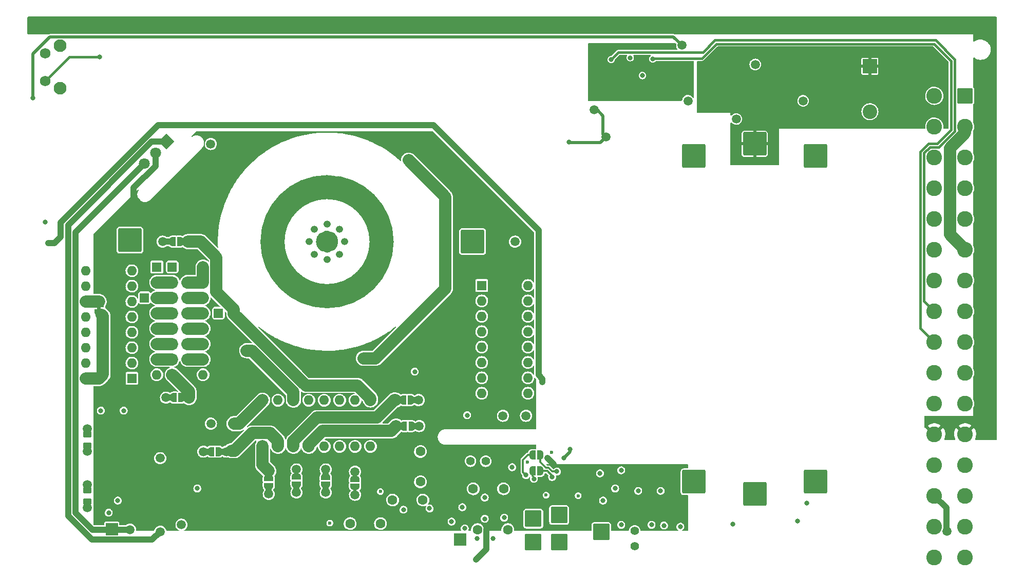
<source format=gbr>
G04 #@! TF.GenerationSoftware,KiCad,Pcbnew,(6.0.5)*
G04 #@! TF.CreationDate,2022-12-27T12:46:55+01:00*
G04 #@! TF.ProjectId,adrmu6layer,6164726d-7536-46c6-9179-65722e6b6963,0.9*
G04 #@! TF.SameCoordinates,Original*
G04 #@! TF.FileFunction,Copper,L6,Bot*
G04 #@! TF.FilePolarity,Positive*
%FSLAX46Y46*%
G04 Gerber Fmt 4.6, Leading zero omitted, Abs format (unit mm)*
G04 Created by KiCad (PCBNEW (6.0.5)) date 2022-12-27 12:46:55*
%MOMM*%
%LPD*%
G01*
G04 APERTURE LIST*
G04 Aperture macros list*
%AMRoundRect*
0 Rectangle with rounded corners*
0 $1 Rounding radius*
0 $2 $3 $4 $5 $6 $7 $8 $9 X,Y pos of 4 corners*
0 Add a 4 corners polygon primitive as box body*
4,1,4,$2,$3,$4,$5,$6,$7,$8,$9,$2,$3,0*
0 Add four circle primitives for the rounded corners*
1,1,$1+$1,$2,$3*
1,1,$1+$1,$4,$5*
1,1,$1+$1,$6,$7*
1,1,$1+$1,$8,$9*
0 Add four rect primitives between the rounded corners*
20,1,$1+$1,$2,$3,$4,$5,0*
20,1,$1+$1,$4,$5,$6,$7,0*
20,1,$1+$1,$6,$7,$8,$9,0*
20,1,$1+$1,$8,$9,$2,$3,0*%
%AMHorizOval*
0 Thick line with rounded ends*
0 $1 width*
0 $2 $3 position (X,Y) of the first rounded end (center of the circle)*
0 $4 $5 position (X,Y) of the second rounded end (center of the circle)*
0 Add line between two ends*
20,1,$1,$2,$3,$4,$5,0*
0 Add two circle primitives to create the rounded ends*
1,1,$1,$2,$3*
1,1,$1,$4,$5*%
%AMRotRect*
0 Rectangle, with rotation*
0 The origin of the aperture is its center*
0 $1 length*
0 $2 width*
0 $3 Rotation angle, in degrees counterclockwise*
0 Add horizontal line*
21,1,$1,$2,0,0,$3*%
%AMFreePoly0*
4,1,22,0.500000,-0.750000,0.000000,-0.750000,0.000000,-0.745033,-0.079941,-0.743568,-0.215256,-0.701293,-0.333266,-0.622738,-0.424486,-0.514219,-0.481581,-0.384460,-0.499164,-0.250000,-0.500000,-0.250000,-0.500000,0.250000,-0.499164,0.250000,-0.499963,0.256109,-0.478152,0.396186,-0.417904,0.524511,-0.324060,0.630769,-0.204165,0.706417,-0.067858,0.745374,0.000000,0.744959,0.000000,0.750000,
0.500000,0.750000,0.500000,-0.750000,0.500000,-0.750000,$1*%
%AMFreePoly1*
4,1,20,0.000000,0.744959,0.073905,0.744508,0.209726,0.703889,0.328688,0.626782,0.421226,0.519385,0.479903,0.390333,0.500000,0.250000,0.500000,-0.250000,0.499851,-0.262216,0.476331,-0.402017,0.414519,-0.529596,0.319384,-0.634700,0.198574,-0.708877,0.061801,-0.746166,0.000000,-0.745033,0.000000,-0.750000,-0.500000,-0.750000,-0.500000,0.750000,0.000000,0.750000,0.000000,0.744959,
0.000000,0.744959,$1*%
G04 Aperture macros list end*
G04 #@! TA.AperFunction,NonConductor*
%ADD10C,1.900000*%
G04 #@! TD*
G04 #@! TA.AperFunction,NonConductor*
%ADD11C,4.000000*%
G04 #@! TD*
G04 #@! TA.AperFunction,ComponentPad*
%ADD12RoundRect,0.250000X-0.550000X-0.550000X0.550000X-0.550000X0.550000X0.550000X-0.550000X0.550000X0*%
G04 #@! TD*
G04 #@! TA.AperFunction,ComponentPad*
%ADD13R,1.600000X1.600000*%
G04 #@! TD*
G04 #@! TA.AperFunction,ComponentPad*
%ADD14O,1.600000X1.600000*%
G04 #@! TD*
G04 #@! TA.AperFunction,ComponentPad*
%ADD15C,1.500000*%
G04 #@! TD*
G04 #@! TA.AperFunction,ComponentPad*
%ADD16C,1.600000*%
G04 #@! TD*
G04 #@! TA.AperFunction,ComponentPad*
%ADD17RoundRect,0.250002X1.699998X1.699998X-1.699998X1.699998X-1.699998X-1.699998X1.699998X-1.699998X0*%
G04 #@! TD*
G04 #@! TA.AperFunction,ComponentPad*
%ADD18RoundRect,0.250002X-1.699998X-1.699998X1.699998X-1.699998X1.699998X1.699998X-1.699998X1.699998X0*%
G04 #@! TD*
G04 #@! TA.AperFunction,ComponentPad*
%ADD19C,1.400000*%
G04 #@! TD*
G04 #@! TA.AperFunction,ComponentPad*
%ADD20RoundRect,0.250000X-1.125000X-1.125000X1.125000X-1.125000X1.125000X1.125000X-1.125000X1.125000X0*%
G04 #@! TD*
G04 #@! TA.AperFunction,ComponentPad*
%ADD21RoundRect,0.250000X-1.050000X1.050000X-1.050000X-1.050000X1.050000X-1.050000X1.050000X1.050000X0*%
G04 #@! TD*
G04 #@! TA.AperFunction,ComponentPad*
%ADD22C,2.600000*%
G04 #@! TD*
G04 #@! TA.AperFunction,ComponentPad*
%ADD23RotRect,1.800000X1.800000X225.000000*%
G04 #@! TD*
G04 #@! TA.AperFunction,ComponentPad*
%ADD24HorizOval,1.800000X0.000000X0.000000X0.000000X0.000000X0*%
G04 #@! TD*
G04 #@! TA.AperFunction,ComponentPad*
%ADD25R,2.400000X2.400000*%
G04 #@! TD*
G04 #@! TA.AperFunction,ComponentPad*
%ADD26C,2.400000*%
G04 #@! TD*
G04 #@! TA.AperFunction,ComponentPad*
%ADD27R,2.000000X2.000000*%
G04 #@! TD*
G04 #@! TA.AperFunction,ComponentPad*
%ADD28O,1.200000X1.200000*%
G04 #@! TD*
G04 #@! TA.AperFunction,ComponentPad*
%ADD29C,2.100000*%
G04 #@! TD*
G04 #@! TA.AperFunction,ComponentPad*
%ADD30C,1.750000*%
G04 #@! TD*
G04 #@! TA.AperFunction,SMDPad,CuDef*
%ADD31RoundRect,0.250000X0.450000X-0.262500X0.450000X0.262500X-0.450000X0.262500X-0.450000X-0.262500X0*%
G04 #@! TD*
G04 #@! TA.AperFunction,SMDPad,CuDef*
%ADD32FreePoly0,270.000000*%
G04 #@! TD*
G04 #@! TA.AperFunction,SMDPad,CuDef*
%ADD33FreePoly1,270.000000*%
G04 #@! TD*
G04 #@! TA.AperFunction,SMDPad,CuDef*
%ADD34RoundRect,0.250000X-0.450000X0.262500X-0.450000X-0.262500X0.450000X-0.262500X0.450000X0.262500X0*%
G04 #@! TD*
G04 #@! TA.AperFunction,SMDPad,CuDef*
%ADD35FreePoly0,180.000000*%
G04 #@! TD*
G04 #@! TA.AperFunction,SMDPad,CuDef*
%ADD36FreePoly1,180.000000*%
G04 #@! TD*
G04 #@! TA.AperFunction,SMDPad,CuDef*
%ADD37FreePoly0,90.000000*%
G04 #@! TD*
G04 #@! TA.AperFunction,SMDPad,CuDef*
%ADD38FreePoly1,90.000000*%
G04 #@! TD*
G04 #@! TA.AperFunction,SMDPad,CuDef*
%ADD39FreePoly0,0.000000*%
G04 #@! TD*
G04 #@! TA.AperFunction,SMDPad,CuDef*
%ADD40FreePoly1,0.000000*%
G04 #@! TD*
G04 #@! TA.AperFunction,ViaPad*
%ADD41C,1.500000*%
G04 #@! TD*
G04 #@! TA.AperFunction,ViaPad*
%ADD42C,0.800000*%
G04 #@! TD*
G04 #@! TA.AperFunction,ViaPad*
%ADD43C,0.600000*%
G04 #@! TD*
G04 #@! TA.AperFunction,Conductor*
%ADD44C,2.000000*%
G04 #@! TD*
G04 #@! TA.AperFunction,Conductor*
%ADD45C,0.500000*%
G04 #@! TD*
G04 #@! TA.AperFunction,Conductor*
%ADD46C,1.000000*%
G04 #@! TD*
G04 #@! TA.AperFunction,Conductor*
%ADD47C,0.400000*%
G04 #@! TD*
G04 #@! TA.AperFunction,Conductor*
%ADD48C,0.300000*%
G04 #@! TD*
G04 APERTURE END LIST*
D10*
X120399624Y-87249000D02*
G75*
G03*
X120399624Y-87249000I-900000J0D01*
G01*
D11*
X128499624Y-87249000D02*
G75*
G03*
X128499624Y-87249000I-9000000J0D01*
G01*
G04 #@! TO.C,JP220*
G36*
X82215000Y-98500000D02*
G01*
X81615000Y-98500000D01*
X81615000Y-98000000D01*
X82215000Y-98000000D01*
X82215000Y-98500000D01*
G37*
G04 #@! TD*
D12*
G04 #@! TO.P,J217,1,Pin_1*
G04 #@! TO.N,/Reference Circuit/ADR_Pin6*
X93980000Y-106680000D03*
G04 #@! TD*
D13*
G04 #@! TO.P,RN401,1,1.1*
G04 #@! TO.N,/Buffer/RN401_Pin1*
X145000000Y-94500000D03*
D14*
G04 #@! TO.P,RN401,2,R2.1*
G04 #@! TO.N,/Buffer/U401_-in*
X145000000Y-97040000D03*
G04 #@! TO.P,RN401,3,R3.1*
X145000000Y-99580000D03*
G04 #@! TO.P,RN401,4,R4.1*
X145000000Y-102120000D03*
G04 #@! TO.P,RN401,5,R5.1*
X145000000Y-104660000D03*
G04 #@! TO.P,RN401,6,R6.1*
X145000000Y-107200000D03*
G04 #@! TO.P,RN401,7,R7.1*
X145000000Y-109740000D03*
G04 #@! TO.P,RN401,8,1.1*
X145000000Y-112280000D03*
G04 #@! TO.P,RN401,9,8..2*
G04 #@! TO.N,/Buffer/RN401_Pin9*
X152620000Y-112280000D03*
G04 #@! TO.P,RN401,10,R7.2*
G04 #@! TO.N,/Buffer/JP404_pin2*
X152620000Y-109740000D03*
G04 #@! TO.P,RN401,11,R6.2*
G04 #@! TO.N,/Buffer/ADR_Pin7*
X152620000Y-107200000D03*
G04 #@! TO.P,RN401,12,R5.2*
G04 #@! TO.N,/Buffer/JP404_pin2*
X152620000Y-104660000D03*
G04 #@! TO.P,RN401,13,R4.2*
X152620000Y-102120000D03*
G04 #@! TO.P,RN401,14,R3.2*
G04 #@! TO.N,/Buffer/ADR_Pin7*
X152620000Y-99580000D03*
G04 #@! TO.P,RN401,15,R2.2*
G04 #@! TO.N,/Buffer/JP404_pin2*
X152620000Y-97040000D03*
G04 #@! TO.P,RN401,16,1.2*
X152620000Y-94500000D03*
G04 #@! TD*
D15*
G04 #@! TO.P,R202,1*
G04 #@! TO.N,/Reference Circuit/ADR_Pin6*
X92950000Y-113000000D03*
G04 #@! TO.P,R202,2*
G04 #@! TO.N,/Reference Circuit/JP201_Pin1*
X96750000Y-113000000D03*
G04 #@! TD*
D16*
G04 #@! TO.P,C401,1*
G04 #@! TO.N,/Buffer/ADR_Pin7*
X128300000Y-133800000D03*
G04 #@! TO.P,C401,2*
G04 #@! TO.N,/Buffer/U401_+in*
X123300000Y-133800000D03*
G04 #@! TD*
D17*
G04 #@! TO.P,J305,1,Pin_1*
G04 #@! TO.N,/Buffer/GNDf*
X190000000Y-128900000D03*
G04 #@! TD*
D18*
G04 #@! TO.P,J301,1,Pin_1*
G04 #@! TO.N,/DC-DC converter/U302_cola*
X200000000Y-73100000D03*
G04 #@! TD*
D12*
G04 #@! TO.P,J210,1,Pin_1*
G04 #@! TO.N,/Reference Circuit/RN201_Pin15*
X96520000Y-93980000D03*
G04 #@! TD*
D19*
G04 #@! TO.P,C414,1*
G04 #@! TO.N,/Buffer/OutHf*
X170200000Y-137500000D03*
G04 #@! TO.P,C414,2*
G04 #@! TO.N,/Buffer/GNDf*
X170200000Y-135000000D03*
G04 #@! TD*
D20*
G04 #@! TO.P,J106,1,Pin_1*
G04 #@! TO.N,/DC-DC converter/+12VinC*
X164700000Y-135200000D03*
G04 #@! TD*
D21*
G04 #@! TO.P,J101,a2,Pin_a2*
G04 #@! TO.N,/DC-DC converter/+12VinA*
X224700000Y-63170000D03*
D22*
G04 #@! TO.P,J101,a4,Pin_a4*
G04 #@! TO.N,GND*
X224700000Y-68250000D03*
G04 #@! TO.P,J101,a6,Pin_a6*
G04 #@! TO.N,unconnected-(J101-Pada6)*
X224700000Y-73330000D03*
G04 #@! TO.P,J101,a8,Pin_a8*
G04 #@! TO.N,unconnected-(J101-Pada8)*
X224700000Y-78410000D03*
G04 #@! TO.P,J101,a10,Pin_a10*
G04 #@! TO.N,/DC-DC converter/sync*
X224700000Y-83490000D03*
G04 #@! TO.P,J101,a12,Pin_a12*
G04 #@! TO.N,GND*
X224700000Y-88570000D03*
G04 #@! TO.P,J101,a14,Pin_a14*
G04 #@! TO.N,unconnected-(J101-Pada14)*
X224700000Y-93650000D03*
G04 #@! TO.P,J101,a16,Pin_a16*
G04 #@! TO.N,/DC-DC converter/SCL*
X224700000Y-98730000D03*
G04 #@! TO.P,J101,a18,Pin_a18*
G04 #@! TO.N,/DC-DC converter/SDA*
X224700000Y-103810000D03*
G04 #@! TO.P,J101,a20,Pin_a20*
G04 #@! TO.N,unconnected-(J101-Pada20)*
X224700000Y-108890000D03*
G04 #@! TO.P,J101,a22,Pin_a22*
G04 #@! TO.N,unconnected-(J101-Pada22)*
X224700000Y-113970000D03*
G04 #@! TO.P,J101,a24,Pin_a24*
G04 #@! TO.N,Earth*
X224700000Y-119050000D03*
G04 #@! TO.P,J101,a26,Pin_a26*
G04 #@! TO.N,/Buffer/FF*
X224700000Y-124130000D03*
G04 #@! TO.P,J101,a28,Pin_a28*
G04 #@! TO.N,/Buffer/GNDf*
X224700000Y-129210000D03*
G04 #@! TO.P,J101,a30,Pin_a30*
G04 #@! TO.N,/Buffer/OutHs*
X224700000Y-134290000D03*
G04 #@! TO.P,J101,a32,Pin_a32*
G04 #@! TO.N,/Buffer/OutLs*
X224700000Y-139370000D03*
G04 #@! TO.P,J101,c2,Pin_c2*
G04 #@! TO.N,/DC-DC converter/+12VinB*
X219620000Y-63170000D03*
G04 #@! TO.P,J101,c4,Pin_c4*
G04 #@! TO.N,GND*
X219620000Y-68250000D03*
G04 #@! TO.P,J101,c6,Pin_c6*
G04 #@! TO.N,unconnected-(J101-Padc6)*
X219620000Y-73330000D03*
G04 #@! TO.P,J101,c8,Pin_c8*
G04 #@! TO.N,unconnected-(J101-Padc8)*
X219620000Y-78410000D03*
G04 #@! TO.P,J101,c10,Pin_c10*
G04 #@! TO.N,/DC-DC converter/sync*
X219620000Y-83490000D03*
G04 #@! TO.P,J101,c12,Pin_c12*
G04 #@! TO.N,GND*
X219620000Y-88570000D03*
G04 #@! TO.P,J101,c14,Pin_c14*
G04 #@! TO.N,unconnected-(J101-Padc14)*
X219620000Y-93650000D03*
G04 #@! TO.P,J101,c16,Pin_c16*
G04 #@! TO.N,/DC-DC converter/SCL*
X219620000Y-98730000D03*
G04 #@! TO.P,J101,c18,Pin_c18*
G04 #@! TO.N,/DC-DC converter/SDA*
X219620000Y-103810000D03*
G04 #@! TO.P,J101,c20,Pin_c20*
G04 #@! TO.N,unconnected-(J101-Padc20)*
X219620000Y-108890000D03*
G04 #@! TO.P,J101,c22,Pin_c22*
G04 #@! TO.N,unconnected-(J101-Padc22)*
X219620000Y-113970000D03*
G04 #@! TO.P,J101,c24,Pin_c24*
G04 #@! TO.N,Earth*
X219620000Y-119050000D03*
G04 #@! TO.P,J101,c26,Pin_c26*
G04 #@! TO.N,/Buffer/FF*
X219620000Y-124130000D03*
G04 #@! TO.P,J101,c28,Pin_c28*
G04 #@! TO.N,/Buffer/GNDf*
X219620000Y-129210000D03*
G04 #@! TO.P,J101,c30,Pin_c30*
G04 #@! TO.N,/Buffer/OutHf*
X219620000Y-134290000D03*
G04 #@! TO.P,J101,c32,Pin_c32*
G04 #@! TO.N,/Buffer/OutLf*
X219620000Y-139370000D03*
G04 #@! TD*
D15*
G04 #@! TO.P,R213,1*
G04 #@! TO.N,/Reference Circuit/RN203_Pin3*
X130800000Y-113400000D03*
G04 #@! TO.P,R213,2*
G04 #@! TO.N,/Buffer/ADR_Pin7*
X134600000Y-113400000D03*
G04 #@! TD*
D12*
G04 #@! TO.P,J208,1,Pin_1*
G04 #@! TO.N,/Reference Circuit/RN201_Pin11*
X96520000Y-104140000D03*
G04 #@! TD*
D15*
G04 #@! TO.P,R402,1*
G04 #@! TO.N,/Buffer/RN203_Pin7*
X124114624Y-125240000D03*
G04 #@! TO.P,R402,2*
G04 #@! TO.N,/Buffer/ADR_Pin7*
X124114624Y-129040000D03*
G04 #@! TD*
G04 #@! TO.P,R217,1*
G04 #@! TO.N,/Reference Circuit/ADR_Pin5*
X104150000Y-117300000D03*
G04 #@! TO.P,R217,2*
G04 #@! TO.N,/Reference Circuit/7Vref*
X100350000Y-117300000D03*
G04 #@! TD*
D18*
G04 #@! TO.P,J105,1,Pin_1*
G04 #@! TO.N,/Buffer/ADR_Pin7*
X143499624Y-87249000D03*
G04 #@! TD*
D12*
G04 #@! TO.P,J212,1,Pin_1*
G04 #@! TO.N,/Reference Circuit/RN201_Pin6*
X93980000Y-104140000D03*
G04 #@! TD*
G04 #@! TO.P,J207,1,Pin_1*
G04 #@! TO.N,/Reference Circuit/RN201_Pin12*
X96520000Y-101600000D03*
G04 #@! TD*
D15*
G04 #@! TO.P,R208,1*
G04 #@! TO.N,/Reference Circuit/RN203_Pin5*
X114462624Y-124859000D03*
G04 #@! TO.P,R208,2*
G04 #@! TO.N,/Reference Circuit/7Vref*
X114462624Y-128659000D03*
G04 #@! TD*
G04 #@! TO.P,R214,1*
G04 #@! TO.N,/Reference Circuit/RN203_Pin1*
X109890624Y-125113000D03*
G04 #@! TO.P,R214,2*
G04 #@! TO.N,/Reference Circuit/7Vref*
X109890624Y-128913000D03*
G04 #@! TD*
D12*
G04 #@! TO.P,J204,1,Pin_1*
G04 #@! TO.N,/Reference Circuit/RN201_Pin2*
X93980000Y-93980000D03*
G04 #@! TD*
G04 #@! TO.P,J206,1,Pin_1*
G04 #@! TO.N,/Reference Circuit/RN201_Pin13*
X96520000Y-99060000D03*
G04 #@! TD*
D16*
G04 #@! TO.P,C404,1*
G04 #@! TO.N,/Buffer/JP404_pin2*
X134900000Y-121900000D03*
G04 #@! TO.P,C404,2*
G04 #@! TO.N,/Buffer/GNDf*
X134900000Y-126900000D03*
G04 #@! TD*
D23*
G04 #@! TO.P,Q201,1,E*
G04 #@! TO.N,/Reference Circuit/heater+*
X93000000Y-70754376D03*
D24*
G04 #@! TO.P,Q201,2,C*
G04 #@! TO.N,/Buffer/12Vf*
X91203949Y-72550427D03*
G04 #@! TO.P,Q201,3,B*
G04 #@! TO.N,/Reference Circuit/Q201_base*
X89407898Y-74346478D03*
G04 #@! TD*
D12*
G04 #@! TO.P,J205,1,Pin_1*
G04 #@! TO.N,/Reference Circuit/RN201_Pin3*
X93980000Y-96520000D03*
G04 #@! TD*
D13*
G04 #@! TO.P,RN201,1,1.1*
G04 #@! TO.N,/Reference Circuit/7Vref*
X91440000Y-91440000D03*
D14*
G04 #@! TO.P,RN201,2,R2.1*
G04 #@! TO.N,/Reference Circuit/RN201_Pin2*
X91440000Y-93980000D03*
G04 #@! TO.P,RN201,3,R3.1*
G04 #@! TO.N,/Reference Circuit/RN201_Pin3*
X91440000Y-96520000D03*
G04 #@! TO.P,RN201,4,R4.1*
G04 #@! TO.N,/Reference Circuit/RN201_Pin4*
X91440000Y-99060000D03*
G04 #@! TO.P,RN201,5,R5.1*
G04 #@! TO.N,/Reference Circuit/RN201_Pin5*
X91440000Y-101600000D03*
G04 #@! TO.P,RN201,6,R6.1*
G04 #@! TO.N,/Reference Circuit/RN201_Pin6*
X91440000Y-104140000D03*
G04 #@! TO.P,RN201,7,R7.1*
G04 #@! TO.N,/Reference Circuit/ADR_Pin6*
X91440000Y-106680000D03*
G04 #@! TO.P,RN201,8,1.1*
X91440000Y-109220000D03*
G04 #@! TO.P,RN201,9,8..2*
G04 #@! TO.N,/Buffer/ADR_Pin7*
X99060000Y-109220000D03*
G04 #@! TO.P,RN201,10,R7.2*
G04 #@! TO.N,/Reference Circuit/RN201_Pin10*
X99060000Y-106680000D03*
G04 #@! TO.P,RN201,11,R6.2*
G04 #@! TO.N,/Reference Circuit/RN201_Pin11*
X99060000Y-104140000D03*
G04 #@! TO.P,RN201,12,R5.2*
G04 #@! TO.N,/Reference Circuit/RN201_Pin12*
X99060000Y-101600000D03*
G04 #@! TO.P,RN201,13,R4.2*
G04 #@! TO.N,/Reference Circuit/RN201_Pin13*
X99060000Y-99060000D03*
G04 #@! TO.P,RN201,14,R3.2*
G04 #@! TO.N,/Reference Circuit/RN201_Pin14*
X99060000Y-96520000D03*
G04 #@! TO.P,RN201,15,R2.2*
G04 #@! TO.N,/Reference Circuit/RN201_Pin15*
X99060000Y-93980000D03*
G04 #@! TO.P,RN201,16,1.2*
X99060000Y-91440000D03*
G04 #@! TD*
D12*
G04 #@! TO.P,J216,1,Pin_1*
G04 #@! TO.N,/Buffer/ADR_Pin7*
X101600000Y-99060000D03*
G04 #@! TD*
G04 #@! TO.P,J214,1,Pin_1*
G04 #@! TO.N,/Reference Circuit/7Vref*
X93980000Y-91440000D03*
G04 #@! TD*
D25*
G04 #@! TO.P,C303,1*
G04 #@! TO.N,+12V*
X209000000Y-58287246D03*
D26*
G04 #@! TO.P,C303,2*
G04 #@! TO.N,GND*
X209000000Y-65787246D03*
G04 #@! TD*
D15*
G04 #@! TO.P,R405,1*
G04 #@! TO.N,/Buffer/RN203_Pin6*
X119288624Y-124859000D03*
G04 #@! TO.P,R405,2*
G04 #@! TO.N,/Buffer/JP404_pin2*
X119288624Y-128659000D03*
G04 #@! TD*
D19*
G04 #@! TO.P,C412,1*
G04 #@! TO.N,/Buffer/OutLf*
X145650000Y-123500000D03*
G04 #@! TO.P,C412,2*
G04 #@! TO.N,/Buffer/GNDf*
X143150000Y-123500000D03*
G04 #@! TD*
D12*
G04 #@! TO.P,J202,1,Pin_1*
G04 #@! TO.N,/Reference Circuit/RN201_Pin4*
X93980000Y-99060000D03*
G04 #@! TD*
D15*
G04 #@! TO.P,R223,1*
G04 #@! TO.N,/Reference Circuit/U202A_out*
X80000000Y-127350000D03*
G04 #@! TO.P,R223,2*
G04 #@! TO.N,/Reference Circuit/ADR_Pin5*
X80000000Y-131150000D03*
G04 #@! TD*
D18*
G04 #@! TO.P,J104,1,Pin_1*
G04 #@! TO.N,/Reference Circuit/7Vref*
X87000000Y-87000000D03*
G04 #@! TD*
D15*
G04 #@! TO.P,R407,1*
G04 #@! TO.N,/Buffer/JP406_Pin2*
X148500000Y-116000000D03*
G04 #@! TO.P,R407,2*
G04 #@! TO.N,/Buffer/RN401_Pin9*
X152300000Y-116000000D03*
G04 #@! TD*
D20*
G04 #@! TO.P,J102,1,Pin_1*
G04 #@! TO.N,/Buffer/OutHf*
X153500000Y-132987500D03*
G04 #@! TD*
D16*
G04 #@! TO.P,C408,1*
G04 #@! TO.N,/Buffer/U401_out*
X135300000Y-129900000D03*
G04 #@! TO.P,C408,2*
G04 #@! TO.N,/Buffer/U401_-in*
X130300000Y-129900000D03*
G04 #@! TD*
D12*
G04 #@! TO.P,J211,1,Pin_1*
G04 #@! TO.N,/Reference Circuit/RN201_Pin5*
X93980000Y-101600000D03*
G04 #@! TD*
G04 #@! TO.P,J203,1,Pin_1*
G04 #@! TO.N,/Reference Circuit/JP201_Pin1*
X93980000Y-109220000D03*
G04 #@! TD*
G04 #@! TO.P,J215,1,Pin_1*
G04 #@! TO.N,/Buffer/ADR_Pin7*
X89408000Y-96520000D03*
G04 #@! TD*
D20*
G04 #@! TO.P,J103,1,Pin_1*
G04 #@! TO.N,/Buffer/OutHs*
X157756000Y-132375500D03*
G04 #@! TD*
D27*
G04 #@! TO.P,TP401,1,1*
G04 #@! TO.N,/Buffer/JP404_pin2*
X141400000Y-136400000D03*
G04 #@! TD*
D28*
G04 #@! TO.P,U201,1,HTR+*
G04 #@! TO.N,/Reference Circuit/heater+*
X119499624Y-84334000D03*
G04 #@! TO.P,U201,2,HTR-*
G04 #@! TO.N,/Reference Circuit/heater-*
X117434872Y-85189248D03*
G04 #@! TO.P,U201,3,VREF*
G04 #@! TO.N,/Reference Circuit/ADR_Pin3*
X116579624Y-87254000D03*
G04 #@! TO.P,U201,4,IZSET*
G04 #@! TO.N,/Reference Circuit/ADR_Pin4*
X117434872Y-89318752D03*
G04 #@! TO.P,U201,5,CQ1*
G04 #@! TO.N,/Reference Circuit/ADR_Pin5*
X119499624Y-90174000D03*
G04 #@! TO.P,U201,6,BQ2*
G04 #@! TO.N,/Reference Circuit/ADR_Pin6*
X121564376Y-89318752D03*
G04 #@! TO.P,U201,7,GND*
G04 #@! TO.N,/Buffer/ADR_Pin7*
X122419624Y-87254000D03*
G04 #@! TO.P,U201,8,CQ2*
G04 #@! TO.N,/Reference Circuit/ADR_Pin8*
X121564376Y-85189248D03*
G04 #@! TD*
D18*
G04 #@! TO.P,J302,1,Pin_1*
G04 #@! TO.N,+12V*
X190000000Y-71100000D03*
G04 #@! TD*
D27*
G04 #@! TO.P,TP201,1,1*
G04 #@! TO.N,/Reference Circuit/Q201_base*
X84000000Y-134750000D03*
G04 #@! TD*
D15*
G04 #@! TO.P,R220,1*
G04 #@! TO.N,/Reference Circuit/J213_Pin1*
X96200000Y-87249000D03*
G04 #@! TO.P,R220,2*
G04 #@! TO.N,/Reference Circuit/7Vref*
X92400000Y-87249000D03*
G04 #@! TD*
D13*
G04 #@! TO.P,RN204,1,1.1*
G04 #@! TO.N,/Reference Circuit/7Vref*
X87332263Y-109834376D03*
D14*
G04 #@! TO.P,RN204,2,R2.1*
X87332263Y-107294376D03*
G04 #@! TO.P,RN204,3,R3.1*
X87332263Y-104754376D03*
G04 #@! TO.P,RN204,4,R4.1*
G04 #@! TO.N,/Reference Circuit/ADR_Pin4*
X87332263Y-102214376D03*
G04 #@! TO.P,RN204,5,R5.1*
G04 #@! TO.N,/Reference Circuit/RN204_Pin5*
X87332263Y-99674376D03*
G04 #@! TO.P,RN204,6,R6.1*
G04 #@! TO.N,/Reference Circuit/ADR_Pin3*
X87332263Y-97134376D03*
G04 #@! TO.P,RN204,7,R7.1*
G04 #@! TO.N,/Reference Circuit/7Vref*
X87332263Y-94594376D03*
G04 #@! TO.P,RN204,8,1.1*
X87332263Y-92054376D03*
G04 #@! TO.P,RN204,9,8..2*
G04 #@! TO.N,/Reference Circuit/ADR_Pin3*
X79712263Y-92054376D03*
G04 #@! TO.P,RN204,10,R7.2*
X79712263Y-94594376D03*
G04 #@! TO.P,RN204,11,R6.2*
G04 #@! TO.N,/Reference Circuit/RN204_Pin11*
X79712263Y-97134376D03*
G04 #@! TO.P,RN204,12,R5.2*
G04 #@! TO.N,/Reference Circuit/ADR_Pin3*
X79712263Y-99674376D03*
G04 #@! TO.P,RN204,13,R4.2*
G04 #@! TO.N,/Buffer/ADR_Pin7*
X79712263Y-102214376D03*
G04 #@! TO.P,RN204,14,R3.2*
G04 #@! TO.N,/Reference Circuit/ADR_Pin3*
X79712263Y-104754376D03*
G04 #@! TO.P,RN204,15,R2.2*
X79712263Y-107294376D03*
G04 #@! TO.P,RN204,16,1.2*
G04 #@! TO.N,/Reference Circuit/RN204_Pin16*
X79712263Y-109834376D03*
G04 #@! TD*
D15*
G04 #@! TO.P,R225,1*
G04 #@! TO.N,/Reference Circuit/U202A_out*
X80000000Y-121900000D03*
G04 #@! TO.P,R225,2*
G04 #@! TO.N,/Reference Circuit/U202A_-in*
X80000000Y-118100000D03*
G04 #@! TD*
D13*
G04 #@! TO.P,RN203,1,1.1*
G04 #@! TO.N,/Reference Circuit/RN203_Pin1*
X108874624Y-121049000D03*
D14*
G04 #@! TO.P,RN203,2,R2.1*
G04 #@! TO.N,/Reference Circuit/RN203_Pin2*
X111414624Y-121049000D03*
G04 #@! TO.P,RN203,3,R3.1*
G04 #@! TO.N,/Reference Circuit/RN203_Pin3*
X113954624Y-121049000D03*
G04 #@! TO.P,RN203,4,R4.1*
G04 #@! TO.N,/Reference Circuit/RN203_Pin4*
X116494624Y-121049000D03*
G04 #@! TO.P,RN203,5,R5.1*
G04 #@! TO.N,/Reference Circuit/RN203_Pin5*
X119034624Y-121049000D03*
G04 #@! TO.P,RN203,6,R6.1*
G04 #@! TO.N,/Buffer/RN203_Pin6*
X121574624Y-121049000D03*
G04 #@! TO.P,RN203,7,R7.1*
G04 #@! TO.N,/Buffer/RN203_Pin7*
X124114624Y-121049000D03*
G04 #@! TO.P,RN203,8,1.1*
G04 #@! TO.N,/Reference Circuit/ADR_Pin3*
X126654624Y-121049000D03*
G04 #@! TO.P,RN203,9,8..2*
G04 #@! TO.N,/Reference Circuit/J213_Pin1*
X126654624Y-113429000D03*
G04 #@! TO.P,RN203,10,R7.2*
G04 #@! TO.N,/Buffer/U401_-in*
X121574624Y-113429000D03*
X124114624Y-113429000D03*
G04 #@! TO.P,RN203,11,R5.2*
G04 #@! TO.N,/Reference Circuit/ADR_Pin6*
X119034624Y-113429000D03*
X116494624Y-113429000D03*
G04 #@! TO.P,RN203,12,R3.2*
G04 #@! TO.N,/Reference Circuit/ADR_Pin4*
X113954624Y-113429000D03*
G04 #@! TO.P,RN203,13,R2.2*
G04 #@! TO.N,/Reference Circuit/ADR_Pin8*
X111414624Y-113429000D03*
G04 #@! TO.P,RN203,14,1.2*
G04 #@! TO.N,/Reference Circuit/ADR_Pin5*
X108874624Y-113429000D03*
G04 #@! TD*
D17*
G04 #@! TO.P,J304,1,Pin_1*
G04 #@! TO.N,/DC-DC converter/xformer_A*
X180000000Y-126900000D03*
G04 #@! TD*
D15*
G04 #@! TO.P,R211,1*
G04 #@! TO.N,/Reference Circuit/RN203_Pin2*
X102900000Y-121918000D03*
G04 #@! TO.P,R211,2*
G04 #@! TO.N,/Reference Circuit/7Vref*
X99100000Y-121918000D03*
G04 #@! TD*
D12*
G04 #@! TO.P,J201,1,Pin_1*
G04 #@! TO.N,/Reference Circuit/RN201_Pin14*
X96520000Y-96520000D03*
G04 #@! TD*
D15*
G04 #@! TO.P,R207,1*
G04 #@! TO.N,/Reference Circuit/RN203_Pin4*
X130900000Y-117700000D03*
G04 #@! TO.P,R207,2*
G04 #@! TO.N,/Buffer/ADR_Pin7*
X134700000Y-117700000D03*
G04 #@! TD*
D20*
G04 #@! TO.P,J107,1,Pin_1*
G04 #@! TO.N,/Buffer/OutLs*
X153500000Y-136820500D03*
G04 #@! TD*
D17*
G04 #@! TO.P,J308,1,Pin_1*
G04 #@! TO.N,/DC-DC converter/xformer_B*
X200000000Y-126900000D03*
G04 #@! TD*
D16*
G04 #@! TO.P,C413,1*
G04 #@! TO.N,/Buffer/U404_out*
X144300000Y-134800000D03*
G04 #@! TO.P,C413,2*
G04 #@! TO.N,/Buffer/U404_-in*
X149300000Y-134800000D03*
G04 #@! TD*
D29*
G04 #@! TO.P,SW301,*
G04 #@! TO.N,*
X75512500Y-61945000D03*
X75512500Y-54935000D03*
D30*
G04 #@! TO.P,SW301,1,1*
G04 #@! TO.N,/DC-DC converter/SW301*
X73022500Y-60695000D03*
G04 #@! TO.P,SW301,2,2*
G04 #@! TO.N,+12V*
X73022500Y-56195000D03*
G04 #@! TD*
D16*
G04 #@! TO.P,C409,1*
G04 #@! TO.N,/Buffer/U403_out*
X148600000Y-128050000D03*
G04 #@! TO.P,C409,2*
G04 #@! TO.N,/Buffer/U403_-in*
X143600000Y-128050000D03*
G04 #@! TD*
D20*
G04 #@! TO.P,J108,1,Pin_1*
G04 #@! TO.N,/Buffer/OutLf*
X157756000Y-136820500D03*
G04 #@! TD*
D18*
G04 #@! TO.P,J303,1,Pin_1*
G04 #@! TO.N,/DC-DC converter/U302_colb*
X180000000Y-73100000D03*
G04 #@! TD*
D12*
G04 #@! TO.P,J209,1,Pin_1*
G04 #@! TO.N,/Reference Circuit/RN201_Pin10*
X96520000Y-106680000D03*
G04 #@! TD*
D31*
G04 #@! TO.P,R226,1*
G04 #@! TO.N,/Reference Circuit/ADR_Pin5*
X80000000Y-130162500D03*
G04 #@! TO.P,R226,2*
G04 #@! TO.N,/Reference Circuit/U202A_out*
X80000000Y-128337500D03*
G04 #@! TD*
D32*
G04 #@! TO.P,JP208,1,A*
G04 #@! TO.N,/Reference Circuit/RN203_Pin1*
X109890624Y-126300500D03*
D33*
G04 #@! TO.P,JP208,2,B*
G04 #@! TO.N,/Reference Circuit/7Vref*
X109890624Y-127600500D03*
G04 #@! TD*
D34*
G04 #@! TO.P,R227,1*
G04 #@! TO.N,/Reference Circuit/U202A_-in*
X80000000Y-119087500D03*
G04 #@! TO.P,R227,2*
G04 #@! TO.N,/Reference Circuit/U202A_out*
X80000000Y-120912500D03*
G04 #@! TD*
D35*
G04 #@! TO.P,JP213,1,A*
G04 #@! TO.N,/Reference Circuit/J213_Pin1*
X95300624Y-87249000D03*
D36*
G04 #@! TO.P,JP213,2,B*
G04 #@! TO.N,/Reference Circuit/7Vref*
X94000624Y-87249000D03*
G04 #@! TD*
D37*
G04 #@! TO.P,JP220,1,A*
G04 #@! TO.N,/Reference Circuit/RN204_Pin16*
X81915000Y-98900000D03*
D38*
G04 #@! TO.P,JP220,2,B*
G04 #@! TO.N,/Reference Circuit/RN204_Pin11*
X81915000Y-97600000D03*
G04 #@! TD*
D39*
G04 #@! TO.P,JP409,1,A*
G04 #@! TO.N,/Buffer/U402_D*
X153350000Y-125100000D03*
D40*
G04 #@! TO.P,JP409,2,B*
G04 #@! TO.N,/Buffer/OutHf*
X154650000Y-125100000D03*
G04 #@! TD*
D32*
G04 #@! TO.P,JP401,1,A*
G04 #@! TO.N,/Buffer/RN203_Pin7*
X124114624Y-126427500D03*
D33*
G04 #@! TO.P,JP401,2,B*
G04 #@! TO.N,/Buffer/ADR_Pin7*
X124114624Y-127727500D03*
G04 #@! TD*
D35*
G04 #@! TO.P,JP207,1,A*
G04 #@! TO.N,/Reference Circuit/RN203_Pin2*
X101650000Y-121918000D03*
D36*
G04 #@! TO.P,JP207,2,B*
G04 #@! TO.N,/Reference Circuit/7Vref*
X100350000Y-121918000D03*
G04 #@! TD*
D35*
G04 #@! TO.P,JP201,1,A*
G04 #@! TO.N,/Reference Circuit/JP201_Pin1*
X95500000Y-113000000D03*
D36*
G04 #@! TO.P,JP201,2,B*
G04 #@! TO.N,/Reference Circuit/ADR_Pin6*
X94200000Y-113000000D03*
G04 #@! TD*
D32*
G04 #@! TO.P,JP404,1,A*
G04 #@! TO.N,/Buffer/RN203_Pin6*
X119288624Y-126109000D03*
D33*
G04 #@! TO.P,JP404,2,B*
G04 #@! TO.N,/Buffer/JP404_pin2*
X119288624Y-127409000D03*
G04 #@! TD*
D35*
G04 #@! TO.P,JP408,1,A*
G04 #@! TO.N,/Buffer/OutHs*
X154650000Y-122500000D03*
D36*
G04 #@! TO.P,JP408,2,B*
G04 #@! TO.N,/Buffer/U402_DFB*
X153350000Y-122500000D03*
G04 #@! TD*
D39*
G04 #@! TO.P,JP203,1,A*
G04 #@! TO.N,/Reference Circuit/RN203_Pin4*
X132150000Y-117700000D03*
D40*
G04 #@! TO.P,JP203,2,B*
G04 #@! TO.N,/Buffer/ADR_Pin7*
X133450000Y-117700000D03*
G04 #@! TD*
D32*
G04 #@! TO.P,JP202,1,A*
G04 #@! TO.N,/Reference Circuit/RN203_Pin5*
X114462624Y-126046500D03*
D33*
G04 #@! TO.P,JP202,2,B*
G04 #@! TO.N,/Reference Circuit/7Vref*
X114462624Y-127346500D03*
G04 #@! TD*
D39*
G04 #@! TO.P,JP209,1,A*
G04 #@! TO.N,/Reference Circuit/RN203_Pin3*
X132050000Y-113400000D03*
D40*
G04 #@! TO.P,JP209,2,B*
G04 #@! TO.N,/Buffer/ADR_Pin7*
X133350000Y-113400000D03*
G04 #@! TD*
D41*
G04 #@! TO.N,+12V*
X193054000Y-67000000D03*
X183000000Y-63000000D03*
G04 #@! TO.N,GND*
X163500000Y-65500000D03*
X198000000Y-64000000D03*
D42*
X159399020Y-70795492D03*
D41*
X190100000Y-58000000D03*
X165500000Y-70000000D03*
D42*
X171474200Y-59835200D03*
X169493000Y-56885100D03*
D41*
X179000000Y-64000000D03*
X178000000Y-54850500D03*
X186958000Y-67000000D03*
D42*
X71000000Y-63500000D03*
G04 #@! TO.N,+3V3*
X164095965Y-60995401D03*
X163137704Y-59096575D03*
D41*
X175163700Y-59500000D03*
D42*
X172864700Y-60000000D03*
X166442563Y-61352349D03*
D41*
G04 #@! TO.N,/Reference Circuit/heater+*
X92000000Y-135128000D03*
G04 #@! TO.N,/Reference Circuit/ADR_Pin8*
X125500000Y-106500000D03*
X132948624Y-73805000D03*
D42*
G04 #@! TO.N,/Reference Circuit/7Vref*
X82200000Y-115150000D03*
D43*
X119950000Y-133712500D03*
D42*
X85979000Y-115150000D03*
G04 #@! TO.N,/DC-DC converter/SDA*
X173201400Y-57092000D03*
G04 #@! TO.N,/DC-DC converter/SCL*
X166343400Y-57193600D03*
G04 #@! TO.N,/Reference Circuit/ADR_Pin6*
X98100000Y-128000000D03*
G04 #@! TO.N,Earth*
X168250000Y-51750000D03*
X189750000Y-51750000D03*
X179000000Y-51750000D03*
X136000000Y-51750000D03*
X82250000Y-51750000D03*
X222000000Y-51750000D03*
X157500000Y-51750000D03*
X93000000Y-51750000D03*
X146750000Y-51750000D03*
X103750000Y-51750000D03*
X114500000Y-51750000D03*
X71500000Y-51750000D03*
X211250000Y-51750000D03*
X200500000Y-51750000D03*
X125250000Y-51750000D03*
D41*
G04 #@! TO.N,/Reference Circuit/ADR_Pin4*
X106250000Y-105250000D03*
D42*
G04 #@! TO.N,/Buffer/ADR_Pin7*
X83500000Y-132000000D03*
D43*
X160900000Y-129200000D03*
D42*
X133959600Y-108712000D03*
X142600000Y-115899500D03*
X141800000Y-131100000D03*
D41*
X95504000Y-133985000D03*
G04 #@! TO.N,/Reference Circuit/Q201_base*
X86995000Y-134800011D03*
D42*
G04 #@! TO.N,/DC-DC converter/D306_A*
X73500000Y-87500000D03*
X155000000Y-110400000D03*
G04 #@! TO.N,/Buffer/OutHf*
X156608000Y-126116020D03*
G04 #@! TO.N,/Buffer/OutHs*
X157400000Y-125200000D03*
G04 #@! TO.N,/Buffer/FF*
X159589170Y-121489170D03*
X158576273Y-122923727D03*
G04 #@! TO.N,/Buffer/OutLf*
X150000000Y-124500000D03*
G04 #@! TO.N,/Buffer/12Vf*
X134200000Y-131800000D03*
X164500000Y-131300000D03*
D41*
X93726000Y-126492000D03*
D42*
X95250000Y-123650000D03*
X162900000Y-130800000D03*
X166500000Y-130500000D03*
X144050000Y-139750000D03*
D43*
X155850500Y-123000000D03*
D42*
X174000000Y-131500000D03*
X163000000Y-128000000D03*
X148400000Y-129700000D03*
G04 #@! TO.N,/Buffer/GNDf*
X167000000Y-128000000D03*
D43*
X156500000Y-122000000D03*
D42*
X198600000Y-130400000D03*
X177749200Y-134315200D03*
X175058100Y-134112000D03*
X168000000Y-125000000D03*
X142200000Y-134600000D03*
D41*
X150500000Y-87254000D03*
D42*
X174500000Y-128400000D03*
D43*
X128300000Y-128500000D03*
D42*
X148700000Y-132825000D03*
X186385200Y-133908800D03*
X146900000Y-136300000D03*
X73000000Y-84000000D03*
X85000000Y-130000000D03*
X168000000Y-134000000D03*
X144200000Y-136300000D03*
D41*
X221737481Y-135049299D03*
D42*
X136400000Y-131300000D03*
X173000000Y-134000000D03*
D41*
X91995937Y-122995609D03*
D42*
X170800000Y-128400000D03*
D43*
X155600000Y-129100000D03*
D41*
X100330000Y-71120000D03*
D42*
X164500000Y-125500000D03*
X165000000Y-130000000D03*
X132100000Y-131500000D03*
G04 #@! TO.N,/Buffer/OutLs*
X140027454Y-133472526D03*
D43*
G04 #@! TO.N,/Buffer/-5Vf*
X152503949Y-123644229D03*
D42*
X145500000Y-129500000D03*
X145500000Y-133000000D03*
X197100000Y-133400000D03*
G04 #@! TO.N,/DC-DC converter/SW301*
X81981651Y-56729500D03*
G04 #@! TO.N,/Buffer/U402_DFB*
X152300000Y-125800000D03*
G04 #@! TO.N,/Buffer/U402_D*
X153608000Y-126416020D03*
G04 #@! TD*
D44*
G04 #@! TO.N,GND*
X224700000Y-69300000D02*
X224700000Y-68250000D01*
D45*
X71000000Y-63500000D02*
X71000000Y-56250000D01*
X165000000Y-69500000D02*
X165000000Y-66461800D01*
D44*
X222200489Y-86070489D02*
X222200489Y-71799511D01*
D45*
X73814511Y-53435489D02*
X176584989Y-53435489D01*
D44*
X222200489Y-71799511D02*
X224700000Y-69300000D01*
D45*
X164038200Y-65500000D02*
X163500000Y-65500000D01*
X165500000Y-70000000D02*
X165000000Y-69500000D01*
D44*
X224700000Y-88570000D02*
X222200489Y-86070489D01*
D45*
X164576000Y-70924000D02*
X159527528Y-70924000D01*
X176584989Y-53435489D02*
X178000000Y-54850500D01*
X159527528Y-70924000D02*
X159399020Y-70795492D01*
X71000000Y-56250000D02*
X73814511Y-53435489D01*
X165000000Y-66461800D02*
X164038200Y-65500000D01*
X165500000Y-70000000D02*
X164576000Y-70924000D01*
D46*
G04 #@! TO.N,/Reference Circuit/heater+*
X80753133Y-136449511D02*
X76813223Y-132509601D01*
X76813223Y-132509601D02*
X76813223Y-84537669D01*
X92000000Y-135128000D02*
X90678489Y-136449511D01*
X90678489Y-136449511D02*
X80753133Y-136449511D01*
X90596516Y-70754376D02*
X93000000Y-70754376D01*
X76813223Y-84537669D02*
X90596516Y-70754376D01*
D44*
G04 #@! TO.N,/Reference Circuit/ADR_Pin8*
X125500000Y-106500000D02*
X127500000Y-106500000D01*
X127500000Y-106500000D02*
X139000000Y-95000000D01*
X139000000Y-95000000D02*
X139000000Y-79856376D01*
X139000000Y-79856376D02*
X132948624Y-73805000D01*
G04 #@! TO.N,/Reference Circuit/ADR_Pin5*
X104150000Y-117300000D02*
X105003624Y-117300000D01*
X105003624Y-117300000D02*
X108874624Y-113429000D01*
D46*
G04 #@! TO.N,/Reference Circuit/7Vref*
X114462624Y-127346500D02*
X114462624Y-128659000D01*
X100350000Y-121918000D02*
X99100000Y-121918000D01*
X109890624Y-127600500D02*
X109890624Y-128913000D01*
X94000624Y-87249000D02*
X92750624Y-87249000D01*
D47*
G04 #@! TO.N,/DC-DC converter/SDA*
X218667709Y-71030969D02*
X217320969Y-72377709D01*
X217320969Y-101510969D02*
X219620000Y-103810000D01*
X219599520Y-54599520D02*
X222400480Y-57400480D01*
X222400480Y-57400480D02*
X222400480Y-68751670D01*
X173201400Y-57092000D02*
X173293400Y-57000000D01*
X220121181Y-71030969D02*
X218667709Y-71030969D01*
X217320969Y-72377709D02*
X217320969Y-101510969D01*
X173293400Y-57000000D02*
X181317130Y-57000000D01*
X183717610Y-54599520D02*
X219599520Y-54599520D01*
X181317130Y-57000000D02*
X183717610Y-54599520D01*
X222400480Y-68751670D02*
X220121181Y-71030969D01*
G04 #@! TO.N,/DC-DC converter/SCL*
X167537000Y-56000000D02*
X181469281Y-56000000D01*
X218916038Y-71630489D02*
X217920489Y-72626038D01*
X183469281Y-54000000D02*
X219847850Y-54000000D01*
X220369511Y-71630489D02*
X218916038Y-71630489D01*
X217920489Y-97030489D02*
X219620000Y-98730000D01*
X223000000Y-69000000D02*
X220369511Y-71630489D01*
X223000000Y-57152150D02*
X223000000Y-69000000D01*
X219847850Y-54000000D02*
X223000000Y-57152150D01*
X181469281Y-56000000D02*
X183469281Y-54000000D01*
X166343400Y-57193600D02*
X167537000Y-56000000D01*
X217920489Y-72626038D02*
X217920489Y-97030489D01*
D44*
G04 #@! TO.N,/Reference Circuit/RN201_Pin14*
X99060000Y-96520000D02*
X96520000Y-96520000D01*
G04 #@! TO.N,/Reference Circuit/RN201_Pin4*
X91440000Y-99060000D02*
X93980000Y-99060000D01*
G04 #@! TO.N,/Reference Circuit/JP201_Pin1*
X96750000Y-113000000D02*
X96750000Y-111990000D01*
D46*
X96750000Y-113000000D02*
X95500000Y-113000000D01*
D44*
X96750000Y-111990000D02*
X93980000Y-109220000D01*
G04 #@! TO.N,/Reference Circuit/RN201_Pin2*
X91440000Y-93980000D02*
X93980000Y-93980000D01*
G04 #@! TO.N,/Reference Circuit/RN201_Pin3*
X93980000Y-96520000D02*
X91440000Y-96520000D01*
G04 #@! TO.N,/Reference Circuit/RN201_Pin13*
X96520000Y-99060000D02*
X99060000Y-99060000D01*
G04 #@! TO.N,/Reference Circuit/RN201_Pin12*
X99060000Y-101600000D02*
X96520000Y-101600000D01*
G04 #@! TO.N,/Reference Circuit/RN201_Pin11*
X99060000Y-104140000D02*
X96520000Y-104140000D01*
G04 #@! TO.N,/Reference Circuit/RN201_Pin15*
X99060000Y-93980000D02*
X99060000Y-91440000D01*
X96520000Y-93980000D02*
X99060000Y-93980000D01*
G04 #@! TO.N,/Reference Circuit/RN201_Pin5*
X93980000Y-101600000D02*
X91440000Y-101600000D01*
G04 #@! TO.N,/Reference Circuit/ADR_Pin6*
X93980000Y-106680000D02*
X91440000Y-106680000D01*
D46*
X94200000Y-113000000D02*
X92950000Y-113000000D01*
D44*
G04 #@! TO.N,/Reference Circuit/RN203_Pin4*
X130091000Y-118509000D02*
X130900000Y-117700000D01*
X118746887Y-118509000D02*
X130091000Y-118509000D01*
X116494624Y-120761263D02*
X118746887Y-118509000D01*
X116494624Y-121049000D02*
X116494624Y-120761263D01*
G04 #@! TO.N,/Reference Circuit/RN203_Pin2*
X111414624Y-120160000D02*
X111414624Y-121049000D01*
X107150520Y-118849480D02*
X110104104Y-118849480D01*
X110104104Y-118849480D02*
X111414624Y-120160000D01*
X104250000Y-121750000D02*
X107150520Y-118849480D01*
X103750000Y-121750000D02*
X104250000Y-121750000D01*
D46*
X103250000Y-121918000D02*
X103582000Y-121918000D01*
X102900000Y-121918000D02*
X101650000Y-121918000D01*
X103582000Y-121918000D02*
X103750000Y-121750000D01*
D44*
G04 #@! TO.N,/Reference Circuit/RN203_Pin1*
X108874624Y-124097000D02*
X108874624Y-121049000D01*
X109890624Y-125113000D02*
X108874624Y-124097000D01*
G04 #@! TO.N,/Reference Circuit/RN203_Pin3*
X113954624Y-120190672D02*
X117835816Y-116309480D01*
X113954624Y-121049000D02*
X113954624Y-120190672D01*
X130600000Y-113400000D02*
X130800000Y-113400000D01*
X127690520Y-116309480D02*
X130600000Y-113400000D01*
X117835816Y-116309480D02*
X127690520Y-116309480D01*
G04 #@! TO.N,/Reference Circuit/ADR_Pin4*
X107139408Y-105250000D02*
X106250000Y-105250000D01*
X113954624Y-113429000D02*
X113954624Y-112065216D01*
X113954624Y-112065216D02*
X107139408Y-105250000D01*
G04 #@! TO.N,/Reference Circuit/RN204_Pin16*
X81915624Y-109834376D02*
X82550000Y-109200000D01*
X82550000Y-109200000D02*
X82550000Y-99535000D01*
X82550000Y-99535000D02*
X82348896Y-99333896D01*
X79712263Y-109834376D02*
X81915624Y-109834376D01*
G04 #@! TO.N,/Reference Circuit/RN204_Pin11*
X79712263Y-97134376D02*
X81915000Y-97134376D01*
D46*
G04 #@! TO.N,/Buffer/RN203_Pin6*
X119288624Y-124859000D02*
X119288624Y-126109000D01*
D45*
G04 #@! TO.N,/Buffer/ADR_Pin7*
X124114624Y-129040000D02*
X124114624Y-127727500D01*
D46*
X134700000Y-117700000D02*
X133450000Y-117700000D01*
X134600000Y-113400000D02*
X133350000Y-113400000D01*
G04 #@! TO.N,/Reference Circuit/Q201_base*
X86995000Y-134800011D02*
X86994989Y-134800000D01*
X80800000Y-134800000D02*
X78012743Y-132012743D01*
X78012743Y-85741633D02*
X89407898Y-74346478D01*
X78012743Y-132012743D02*
X78012743Y-85741633D01*
X86994989Y-134800000D02*
X80800000Y-134800000D01*
G04 #@! TO.N,/DC-DC converter/D306_A*
X154381200Y-109281200D02*
X155000000Y-109900000D01*
X75565000Y-86487000D02*
X74552000Y-87500000D01*
X91654514Y-68000000D02*
X75565000Y-84089514D01*
X137000000Y-68000000D02*
X91654514Y-68000000D01*
X75565000Y-84089514D02*
X75565000Y-86487000D01*
X154381200Y-109281200D02*
X154381200Y-85381200D01*
X74552000Y-87500000D02*
X73500000Y-87500000D01*
X154381200Y-85381200D02*
X137000000Y-68000000D01*
X155000000Y-109900000D02*
X155000000Y-110400000D01*
D44*
G04 #@! TO.N,/Reference Circuit/RN201_Pin10*
X99060000Y-106680000D02*
X96520000Y-106680000D01*
D48*
G04 #@! TO.N,/Buffer/OutHf*
X154824500Y-125100000D02*
X155800000Y-125100000D01*
X155800000Y-125100000D02*
X156600000Y-125900000D01*
G04 #@! TO.N,/Buffer/OutHs*
X157400000Y-125200000D02*
X156606428Y-125200000D01*
X156006909Y-124600481D02*
X155606457Y-124600481D01*
X155606457Y-124600481D02*
X154650000Y-123644024D01*
X156606428Y-125200000D02*
X156006909Y-124600481D01*
X154650000Y-123644024D02*
X154650000Y-122500000D01*
D45*
G04 #@! TO.N,/Buffer/FF*
X159589170Y-121910830D02*
X159589170Y-121489170D01*
X158576273Y-122923727D02*
X159589170Y-121910830D01*
D46*
G04 #@! TO.N,/Buffer/12Vf*
X144050000Y-139750000D02*
X145800489Y-137999511D01*
X145800489Y-137999511D02*
X145800489Y-134699511D01*
X145800489Y-134699511D02*
X145900000Y-134600000D01*
X91203949Y-72550427D02*
X91203949Y-74812478D01*
X155850500Y-123000000D02*
X156873738Y-124023238D01*
X87630000Y-80010000D02*
X88265000Y-80645000D01*
X91203949Y-74812478D02*
X87630000Y-78386427D01*
X87630000Y-78386427D02*
X87630000Y-80010000D01*
G04 #@! TO.N,/Buffer/GNDf*
X221737481Y-135049299D02*
X221619511Y-134931329D01*
X221619511Y-134931329D02*
X221619511Y-131209511D01*
X221619511Y-131209511D02*
X219620000Y-129210000D01*
D44*
G04 #@! TO.N,/Reference Circuit/RN201_Pin6*
X93980000Y-104140000D02*
X91440000Y-104140000D01*
D47*
G04 #@! TO.N,/DC-DC converter/SW301*
X73022500Y-60695000D02*
X76988000Y-56729500D01*
X76988000Y-56729500D02*
X81981651Y-56729500D01*
D48*
G04 #@! TO.N,/Buffer/U402_DFB*
X151812489Y-125312489D02*
X151812489Y-123268463D01*
X152300000Y-125800000D02*
X151812489Y-125312489D01*
X151812489Y-123268463D02*
X152580952Y-122500000D01*
X152580952Y-122500000D02*
X153350000Y-122500000D01*
G04 #@! TO.N,/Buffer/U402_D*
X153350000Y-125100000D02*
X153350000Y-125950000D01*
X153350000Y-125950000D02*
X153600000Y-126200000D01*
D44*
G04 #@! TO.N,/Reference Circuit/J213_Pin1*
X126654624Y-113380000D02*
X126654624Y-113141263D01*
X98679000Y-87249000D02*
X96550624Y-87249000D01*
X104140000Y-98425000D02*
X101259520Y-95544520D01*
X101259520Y-95544520D02*
X101259520Y-89829520D01*
X104140000Y-99140000D02*
X104140000Y-98425000D01*
D45*
X96550624Y-87249000D02*
X95300624Y-87249000D01*
D44*
X101259520Y-89829520D02*
X98679000Y-87249000D01*
X116000000Y-111000000D02*
X104140000Y-99140000D01*
X126654624Y-113141263D02*
X124513361Y-111000000D01*
X124513361Y-111000000D02*
X116000000Y-111000000D01*
D46*
G04 #@! TO.N,/Buffer/JP404_pin2*
X119288624Y-128659000D02*
X119288624Y-127409000D01*
G04 #@! TD*
G04 #@! TA.AperFunction,Conductor*
G04 #@! TO.N,Earth*
G36*
X229841621Y-50120502D02*
G01*
X229888114Y-50174158D01*
X229899500Y-50226500D01*
X229899500Y-119874000D01*
X229879498Y-119942121D01*
X229825842Y-119988614D01*
X229773500Y-120000000D01*
X226450075Y-120000000D01*
X226381954Y-119979998D01*
X226335461Y-119926342D01*
X226325357Y-119856068D01*
X226335193Y-119822250D01*
X226401807Y-119674370D01*
X226404997Y-119665605D01*
X226475402Y-119415972D01*
X226477262Y-119406830D01*
X226510187Y-119148019D01*
X226510668Y-119141733D01*
X226512987Y-119053160D01*
X226512836Y-119046851D01*
X226493501Y-118786663D01*
X226492125Y-118777457D01*
X226434878Y-118524467D01*
X226432154Y-118515556D01*
X226338143Y-118273806D01*
X226334132Y-118265397D01*
X226205422Y-118040202D01*
X226200211Y-118032476D01*
X226156996Y-117977658D01*
X226145071Y-117969187D01*
X226133537Y-117975673D01*
X224789095Y-119320115D01*
X224726783Y-119354141D01*
X224655968Y-119349076D01*
X224610905Y-119320115D01*
X223265816Y-117975026D01*
X223252507Y-117967758D01*
X223242472Y-117974878D01*
X223226937Y-117993556D01*
X223221531Y-118001135D01*
X223086965Y-118222891D01*
X223082736Y-118231192D01*
X222982432Y-118470389D01*
X222979471Y-118479239D01*
X222915628Y-118730625D01*
X222914006Y-118739822D01*
X222888020Y-118997885D01*
X222887775Y-119007211D01*
X222900220Y-119266288D01*
X222901356Y-119275543D01*
X222951961Y-119529945D01*
X222954449Y-119538917D01*
X223042095Y-119783033D01*
X223045892Y-119791562D01*
X223058143Y-119814361D01*
X223072767Y-119883835D01*
X223047509Y-119950186D01*
X222990388Y-119992349D01*
X222947151Y-120000000D01*
X221370075Y-120000000D01*
X221301954Y-119979998D01*
X221255461Y-119926342D01*
X221245357Y-119856068D01*
X221255193Y-119822250D01*
X221321807Y-119674370D01*
X221324997Y-119665605D01*
X221395402Y-119415972D01*
X221397262Y-119406830D01*
X221430187Y-119148019D01*
X221430668Y-119141733D01*
X221432987Y-119053160D01*
X221432836Y-119046851D01*
X221413501Y-118786663D01*
X221412125Y-118777457D01*
X221354878Y-118524467D01*
X221352154Y-118515556D01*
X221258143Y-118273806D01*
X221254132Y-118265397D01*
X221125422Y-118040202D01*
X221120211Y-118032476D01*
X221076996Y-117977658D01*
X221065071Y-117969187D01*
X221053537Y-117975673D01*
X219709095Y-119320115D01*
X219646783Y-119354141D01*
X219575968Y-119349076D01*
X219530905Y-119320115D01*
X218185816Y-117975026D01*
X218171872Y-117967412D01*
X218138562Y-117969794D01*
X218131760Y-117972134D01*
X218062796Y-117955267D01*
X218013899Y-117903793D01*
X218000000Y-117846266D01*
X218000000Y-117602689D01*
X218537102Y-117602689D01*
X218541675Y-117612465D01*
X219607188Y-118677978D01*
X219621132Y-118685592D01*
X219622965Y-118685461D01*
X219629580Y-118681210D01*
X220694349Y-117616441D01*
X220700733Y-117604751D01*
X220699130Y-117602689D01*
X223617102Y-117602689D01*
X223621675Y-117612465D01*
X224687188Y-118677978D01*
X224701132Y-118685592D01*
X224702965Y-118685461D01*
X224709580Y-118681210D01*
X225774349Y-117616441D01*
X225780733Y-117604751D01*
X225771321Y-117592641D01*
X225624045Y-117490471D01*
X225616010Y-117485738D01*
X225383376Y-117371016D01*
X225374743Y-117367528D01*
X225127703Y-117288450D01*
X225118643Y-117286274D01*
X224862630Y-117244580D01*
X224853343Y-117243768D01*
X224593992Y-117240373D01*
X224584681Y-117240943D01*
X224327682Y-117275919D01*
X224318546Y-117277860D01*
X224069543Y-117350439D01*
X224060800Y-117353707D01*
X223825252Y-117462296D01*
X223817097Y-117466816D01*
X223626240Y-117591947D01*
X223617102Y-117602689D01*
X220699130Y-117602689D01*
X220691321Y-117592641D01*
X220544045Y-117490471D01*
X220536010Y-117485738D01*
X220303376Y-117371016D01*
X220294743Y-117367528D01*
X220047703Y-117288450D01*
X220038643Y-117286274D01*
X219782630Y-117244580D01*
X219773343Y-117243768D01*
X219513992Y-117240373D01*
X219504681Y-117240943D01*
X219247682Y-117275919D01*
X219238546Y-117277860D01*
X218989543Y-117350439D01*
X218980800Y-117353707D01*
X218745252Y-117462296D01*
X218737097Y-117466816D01*
X218546240Y-117591947D01*
X218537102Y-117602689D01*
X218000000Y-117602689D01*
X218000000Y-116126000D01*
X218020002Y-116057879D01*
X218073658Y-116011386D01*
X218126000Y-116000000D01*
X226000000Y-116000000D01*
X226000000Y-114755855D01*
X226013043Y-114700028D01*
X226038332Y-114648861D01*
X226099911Y-114524264D01*
X226127299Y-114434121D01*
X226170135Y-114293132D01*
X226170136Y-114293126D01*
X226171639Y-114288180D01*
X226194849Y-114111883D01*
X226203408Y-114046872D01*
X226203409Y-114046866D01*
X226203845Y-114043550D01*
X226204014Y-114036640D01*
X226205561Y-113973364D01*
X226205561Y-113973360D01*
X226205643Y-113970000D01*
X226191847Y-113802202D01*
X226185849Y-113729240D01*
X226185848Y-113729234D01*
X226185425Y-113724089D01*
X226125316Y-113484783D01*
X226026928Y-113258507D01*
X226024118Y-113254164D01*
X226024113Y-113254154D01*
X226020210Y-113248122D01*
X226000000Y-113179680D01*
X226000000Y-109675855D01*
X226013043Y-109620028D01*
X226037259Y-109571032D01*
X226099911Y-109444264D01*
X226154954Y-109263098D01*
X226170135Y-109213132D01*
X226170136Y-109213126D01*
X226171639Y-109208180D01*
X226194913Y-109031396D01*
X226203408Y-108966872D01*
X226203409Y-108966866D01*
X226203845Y-108963550D01*
X226205643Y-108890000D01*
X226194560Y-108755193D01*
X226185849Y-108649240D01*
X226185848Y-108649234D01*
X226185425Y-108644089D01*
X226125316Y-108404783D01*
X226026928Y-108178507D01*
X226024118Y-108174164D01*
X226024113Y-108174154D01*
X226020210Y-108168122D01*
X226000000Y-108099680D01*
X226000000Y-104595855D01*
X226013043Y-104540028D01*
X226027623Y-104510529D01*
X226099911Y-104364264D01*
X226143128Y-104222020D01*
X226170135Y-104133132D01*
X226170136Y-104133126D01*
X226171639Y-104128180D01*
X226196188Y-103941711D01*
X226203408Y-103886872D01*
X226203409Y-103886866D01*
X226203845Y-103883550D01*
X226205643Y-103810000D01*
X226194560Y-103675193D01*
X226185849Y-103569240D01*
X226185848Y-103569234D01*
X226185425Y-103564089D01*
X226125316Y-103324783D01*
X226026928Y-103098507D01*
X226024118Y-103094164D01*
X226024113Y-103094154D01*
X226020210Y-103088122D01*
X226000000Y-103019680D01*
X226000000Y-99515855D01*
X226013043Y-99460028D01*
X226038018Y-99409496D01*
X226099911Y-99284264D01*
X226141022Y-99148953D01*
X226170135Y-99053132D01*
X226170136Y-99053126D01*
X226171639Y-99048180D01*
X226196188Y-98861711D01*
X226203408Y-98806872D01*
X226203409Y-98806866D01*
X226203845Y-98803550D01*
X226205643Y-98730000D01*
X226194560Y-98595193D01*
X226185849Y-98489240D01*
X226185848Y-98489234D01*
X226185425Y-98484089D01*
X226125316Y-98244783D01*
X226026928Y-98018507D01*
X226024118Y-98014164D01*
X226024113Y-98014154D01*
X226020210Y-98008122D01*
X226000000Y-97939680D01*
X226000000Y-94435855D01*
X226013043Y-94380028D01*
X226038332Y-94328861D01*
X226099911Y-94204264D01*
X226147982Y-94046045D01*
X226170135Y-93973132D01*
X226170136Y-93973126D01*
X226171639Y-93968180D01*
X226196188Y-93781711D01*
X226203408Y-93726872D01*
X226203409Y-93726866D01*
X226203845Y-93723550D01*
X226204283Y-93705639D01*
X226205561Y-93653364D01*
X226205561Y-93653360D01*
X226205643Y-93650000D01*
X226194560Y-93515193D01*
X226185849Y-93409240D01*
X226185848Y-93409234D01*
X226185425Y-93404089D01*
X226125316Y-93164783D01*
X226026928Y-92938507D01*
X226024118Y-92934164D01*
X226024113Y-92934154D01*
X226020210Y-92928122D01*
X226000000Y-92859680D01*
X226000000Y-89355855D01*
X226013043Y-89300028D01*
X226038332Y-89248861D01*
X226099911Y-89124264D01*
X226136805Y-89002832D01*
X226170135Y-88893132D01*
X226170136Y-88893126D01*
X226171639Y-88888180D01*
X226203845Y-88643550D01*
X226205643Y-88570000D01*
X226195736Y-88449500D01*
X226185849Y-88329240D01*
X226185848Y-88329234D01*
X226185425Y-88324089D01*
X226125316Y-88084783D01*
X226026928Y-87858507D01*
X226024118Y-87854164D01*
X226024113Y-87854154D01*
X226020210Y-87848122D01*
X226000000Y-87779680D01*
X226000000Y-84275855D01*
X226013043Y-84220028D01*
X226069748Y-84105295D01*
X226099911Y-84044264D01*
X226139480Y-83914027D01*
X226170135Y-83813132D01*
X226170136Y-83813126D01*
X226171639Y-83808180D01*
X226190907Y-83661823D01*
X226203408Y-83566872D01*
X226203409Y-83566866D01*
X226203845Y-83563550D01*
X226203927Y-83560197D01*
X226205561Y-83493364D01*
X226205561Y-83493360D01*
X226205643Y-83490000D01*
X226196078Y-83373661D01*
X226185849Y-83249240D01*
X226185848Y-83249234D01*
X226185425Y-83244089D01*
X226125316Y-83004783D01*
X226026928Y-82778507D01*
X226024118Y-82774164D01*
X226024113Y-82774154D01*
X226020210Y-82768122D01*
X226000000Y-82699680D01*
X226000000Y-79195855D01*
X226013043Y-79140028D01*
X226020256Y-79125435D01*
X226099911Y-78964264D01*
X226142179Y-78825144D01*
X226170135Y-78733132D01*
X226170136Y-78733126D01*
X226171639Y-78728180D01*
X226193037Y-78565644D01*
X226203408Y-78486872D01*
X226203409Y-78486866D01*
X226203845Y-78483550D01*
X226205643Y-78410000D01*
X226197660Y-78312906D01*
X226185849Y-78169240D01*
X226185848Y-78169234D01*
X226185425Y-78164089D01*
X226125316Y-77924783D01*
X226026928Y-77698507D01*
X226024118Y-77694164D01*
X226024113Y-77694154D01*
X226020210Y-77688122D01*
X226000000Y-77619680D01*
X226000000Y-74115855D01*
X226013043Y-74060028D01*
X226015199Y-74055667D01*
X226099911Y-73884264D01*
X226115984Y-73831360D01*
X226170135Y-73653132D01*
X226170136Y-73653126D01*
X226171639Y-73648180D01*
X226203845Y-73403550D01*
X226203949Y-73399304D01*
X226205561Y-73333364D01*
X226205561Y-73333360D01*
X226205643Y-73330000D01*
X226193017Y-73176428D01*
X226185849Y-73089240D01*
X226185848Y-73089234D01*
X226185425Y-73084089D01*
X226125316Y-72844783D01*
X226026928Y-72618507D01*
X226024118Y-72614164D01*
X226024113Y-72614154D01*
X226020210Y-72608122D01*
X226000000Y-72539680D01*
X226000000Y-69035855D01*
X226013043Y-68980028D01*
X226038332Y-68928861D01*
X226099911Y-68804264D01*
X226166293Y-68585777D01*
X226170135Y-68573132D01*
X226170136Y-68573126D01*
X226171639Y-68568180D01*
X226203845Y-68323550D01*
X226205643Y-68250000D01*
X226197660Y-68152906D01*
X226185849Y-68009240D01*
X226185848Y-68009234D01*
X226185425Y-68004089D01*
X226125316Y-67764783D01*
X226064629Y-67625213D01*
X226028993Y-67543256D01*
X226028993Y-67543255D01*
X226026928Y-67538507D01*
X226024118Y-67534164D01*
X226024113Y-67534154D01*
X226020210Y-67528122D01*
X226000000Y-67459680D01*
X226000000Y-64659019D01*
X226020002Y-64590898D01*
X226051139Y-64557669D01*
X226060777Y-64550550D01*
X226072150Y-64542150D01*
X226109375Y-64491752D01*
X226147041Y-64440757D01*
X226147042Y-64440754D01*
X226152634Y-64433184D01*
X226197519Y-64305369D01*
X226200500Y-64273834D01*
X226200500Y-62066166D01*
X226198492Y-62044924D01*
X226198242Y-62042278D01*
X226198242Y-62042277D01*
X226197519Y-62034631D01*
X226152634Y-61906816D01*
X226147042Y-61899246D01*
X226147041Y-61899243D01*
X226077746Y-61805426D01*
X226077745Y-61805425D01*
X226072150Y-61797850D01*
X226051139Y-61782331D01*
X226008229Y-61725769D01*
X226000000Y-61680981D01*
X226000000Y-56966924D01*
X226020002Y-56898803D01*
X226073658Y-56852310D01*
X226143932Y-56842206D01*
X226200859Y-56865573D01*
X226327013Y-56958752D01*
X226347021Y-56973530D01*
X226351251Y-56975756D01*
X226351255Y-56975758D01*
X226514829Y-57061818D01*
X226572620Y-57092223D01*
X226813577Y-57175427D01*
X226848079Y-57181728D01*
X227060375Y-57220500D01*
X227060381Y-57220501D01*
X227064347Y-57221225D01*
X227108647Y-57223547D01*
X227144247Y-57225413D01*
X227144263Y-57225413D01*
X227145915Y-57225500D01*
X227304824Y-57225500D01*
X227307203Y-57225319D01*
X227307204Y-57225319D01*
X227489416Y-57211459D01*
X227489421Y-57211458D01*
X227494183Y-57211096D01*
X227498836Y-57210017D01*
X227498839Y-57210017D01*
X227737853Y-57154616D01*
X227737852Y-57154616D01*
X227742517Y-57153535D01*
X227979287Y-57059073D01*
X228124802Y-56973530D01*
X228194917Y-56932312D01*
X228194920Y-56932310D01*
X228199045Y-56929885D01*
X228396732Y-56768942D01*
X228567801Y-56579948D01*
X228708314Y-56367253D01*
X228721403Y-56338862D01*
X228813032Y-56140103D01*
X228813033Y-56140100D01*
X228815038Y-56135751D01*
X228823196Y-56107394D01*
X228884195Y-55895363D01*
X228884196Y-55895359D01*
X228885516Y-55890770D01*
X228896203Y-55807924D01*
X228917517Y-55642684D01*
X228918128Y-55637947D01*
X228912122Y-55383100D01*
X228886579Y-55238974D01*
X228868471Y-55136798D01*
X228868470Y-55136794D01*
X228867637Y-55132094D01*
X228785697Y-54890705D01*
X228703644Y-54732747D01*
X228670395Y-54668739D01*
X228670393Y-54668736D01*
X228668186Y-54664487D01*
X228604352Y-54577108D01*
X228520632Y-54462510D01*
X228517810Y-54458647D01*
X228390887Y-54331058D01*
X228341404Y-54281315D01*
X228341399Y-54281311D01*
X228338028Y-54277922D01*
X228334182Y-54275081D01*
X228334177Y-54275077D01*
X228136831Y-54129315D01*
X228136830Y-54129314D01*
X228132979Y-54126470D01*
X228128749Y-54124244D01*
X228128745Y-54124242D01*
X227911617Y-54010006D01*
X227911615Y-54010005D01*
X227907380Y-54007777D01*
X227666423Y-53924573D01*
X227585738Y-53909838D01*
X227419625Y-53879500D01*
X227419619Y-53879499D01*
X227415653Y-53878775D01*
X227371353Y-53876453D01*
X227335753Y-53874587D01*
X227335737Y-53874587D01*
X227334085Y-53874500D01*
X227175176Y-53874500D01*
X227172797Y-53874681D01*
X227172796Y-53874681D01*
X226990584Y-53888541D01*
X226990579Y-53888542D01*
X226985817Y-53888904D01*
X226981164Y-53889983D01*
X226981161Y-53889983D01*
X226797197Y-53932624D01*
X226737483Y-53946465D01*
X226500713Y-54040927D01*
X226496583Y-54043355D01*
X226285083Y-54167688D01*
X226285080Y-54167690D01*
X226280955Y-54170115D01*
X226277247Y-54173134D01*
X226277241Y-54173138D01*
X226205551Y-54231504D01*
X226140095Y-54259001D01*
X226070165Y-54246745D01*
X226017961Y-54198627D01*
X226000000Y-54133792D01*
X226000000Y-53000000D01*
X176726096Y-53000000D01*
X176684347Y-52992882D01*
X176679252Y-52991093D01*
X176679250Y-52991093D01*
X176670358Y-52987970D01*
X176663170Y-52987688D01*
X176663111Y-52987677D01*
X176656259Y-52985509D01*
X176649652Y-52984989D01*
X176596973Y-52984989D01*
X176592026Y-52984892D01*
X176534995Y-52982651D01*
X176527889Y-52984535D01*
X176519642Y-52984989D01*
X73848731Y-52984989D01*
X73833922Y-52984116D01*
X73809554Y-52981232D01*
X73800201Y-52980125D01*
X73790937Y-52981817D01*
X73790933Y-52981817D01*
X73742500Y-52990662D01*
X73738600Y-52991311D01*
X73690129Y-52998599D01*
X73671394Y-53000000D01*
X70226500Y-53000000D01*
X70158379Y-52979998D01*
X70111886Y-52926342D01*
X70100500Y-52874000D01*
X70100500Y-50226500D01*
X70120502Y-50158379D01*
X70174158Y-50111886D01*
X70226500Y-50100500D01*
X229773500Y-50100500D01*
X229841621Y-50120502D01*
G37*
G04 #@! TD.AperFunction*
G04 #@! TD*
G04 #@! TA.AperFunction,Conductor*
G04 #@! TO.N,+3V3*
G36*
X177011203Y-54520002D02*
G01*
X177057696Y-54573658D01*
X177067800Y-54643932D01*
X177067152Y-54647575D01*
X177065772Y-54651924D01*
X177044994Y-54837165D01*
X177060592Y-55022914D01*
X177111971Y-55202095D01*
X177197176Y-55367885D01*
X177201002Y-55372712D01*
X177218854Y-55395236D01*
X177245491Y-55461046D01*
X177232320Y-55530810D01*
X177183523Y-55582379D01*
X177120108Y-55599500D01*
X167505481Y-55599500D01*
X167505477Y-55599501D01*
X167473567Y-55599501D01*
X167464140Y-55602564D01*
X167464133Y-55602565D01*
X167452647Y-55606297D01*
X167433427Y-55610911D01*
X167421493Y-55612801D01*
X167421485Y-55612803D01*
X167411696Y-55614354D01*
X167402865Y-55618854D01*
X167402861Y-55618855D01*
X167392093Y-55624342D01*
X167373832Y-55631906D01*
X167352910Y-55638704D01*
X167337918Y-55649597D01*
X167335116Y-55651632D01*
X167318259Y-55661962D01*
X167307493Y-55667448D01*
X167307492Y-55667449D01*
X167298658Y-55671950D01*
X166418517Y-56552091D01*
X166356205Y-56586117D01*
X166343345Y-56587499D01*
X166343400Y-56587918D01*
X166255426Y-56599500D01*
X166186638Y-56608556D01*
X166040559Y-56669064D01*
X165915118Y-56765318D01*
X165818864Y-56890759D01*
X165758356Y-57036838D01*
X165737718Y-57193600D01*
X165738796Y-57201788D01*
X165753488Y-57313382D01*
X165758356Y-57350362D01*
X165818864Y-57496441D01*
X165823891Y-57502992D01*
X165907159Y-57611509D01*
X165915118Y-57621882D01*
X166040559Y-57718136D01*
X166186638Y-57778644D01*
X166343400Y-57799282D01*
X166351588Y-57798204D01*
X166491974Y-57779722D01*
X166500162Y-57778644D01*
X166646241Y-57718136D01*
X166771682Y-57621882D01*
X166779642Y-57611509D01*
X166862909Y-57502992D01*
X166867936Y-57496441D01*
X166928444Y-57350362D01*
X166933313Y-57313382D01*
X166949082Y-57193600D01*
X166951996Y-57193984D01*
X166968006Y-57139457D01*
X166984909Y-57118483D01*
X167665987Y-56437405D01*
X167728299Y-56403379D01*
X167755082Y-56400500D01*
X168856409Y-56400500D01*
X168924530Y-56420502D01*
X168971023Y-56474158D01*
X168981127Y-56544432D01*
X168968088Y-56582103D01*
X168968464Y-56582259D01*
X168966294Y-56587499D01*
X168907956Y-56728338D01*
X168906878Y-56736526D01*
X168902226Y-56771864D01*
X168887318Y-56885100D01*
X168907956Y-57041862D01*
X168968464Y-57187941D01*
X169064718Y-57313382D01*
X169190159Y-57409636D01*
X169336238Y-57470144D01*
X169344426Y-57471222D01*
X169414619Y-57480463D01*
X169493000Y-57490782D01*
X169501188Y-57489704D01*
X169641574Y-57471222D01*
X169649762Y-57470144D01*
X169795841Y-57409636D01*
X169921282Y-57313382D01*
X170017536Y-57187941D01*
X170078044Y-57041862D01*
X170098682Y-56885100D01*
X170083774Y-56771864D01*
X170079122Y-56736526D01*
X170078044Y-56728338D01*
X170019707Y-56587499D01*
X170017536Y-56582259D01*
X170018608Y-56581815D01*
X170003734Y-56520507D01*
X170026953Y-56453415D01*
X170082759Y-56409527D01*
X170129591Y-56400500D01*
X172744966Y-56400500D01*
X172813087Y-56420502D01*
X172859580Y-56474158D01*
X172869684Y-56544432D01*
X172840190Y-56609012D01*
X172821671Y-56626462D01*
X172773118Y-56663718D01*
X172768095Y-56670264D01*
X172745341Y-56699918D01*
X172676864Y-56789159D01*
X172616356Y-56935238D01*
X172595718Y-57092000D01*
X172616356Y-57248762D01*
X172676864Y-57394841D01*
X172773118Y-57520282D01*
X172898559Y-57616536D01*
X173044638Y-57677044D01*
X173201400Y-57697682D01*
X173209588Y-57696604D01*
X173349974Y-57678122D01*
X173358162Y-57677044D01*
X173504241Y-57616536D01*
X173629682Y-57520282D01*
X173634705Y-57513736D01*
X173634709Y-57513732D01*
X173683769Y-57449796D01*
X173741107Y-57407929D01*
X173783731Y-57400500D01*
X179874000Y-57400500D01*
X179942121Y-57420502D01*
X179988614Y-57474158D01*
X180000000Y-57526500D01*
X180000000Y-63368322D01*
X179979998Y-63436443D01*
X179926342Y-63482936D01*
X179856068Y-63493040D01*
X179791488Y-63463546D01*
X179776357Y-63447958D01*
X179681605Y-63331780D01*
X179681602Y-63331777D01*
X179677710Y-63327005D01*
X179672056Y-63322327D01*
X179538834Y-63212116D01*
X179534085Y-63208187D01*
X179370116Y-63119529D01*
X179281083Y-63091969D01*
X179197936Y-63066231D01*
X179197933Y-63066230D01*
X179192049Y-63064409D01*
X179185924Y-63063765D01*
X179185923Y-63063765D01*
X179012796Y-63045568D01*
X179012795Y-63045568D01*
X179006668Y-63044924D01*
X178928549Y-63052033D01*
X178827171Y-63061259D01*
X178827168Y-63061260D01*
X178821032Y-63061818D01*
X178815122Y-63063557D01*
X178815119Y-63063558D01*
X178648129Y-63112707D01*
X178642214Y-63114448D01*
X178477023Y-63200807D01*
X178331752Y-63317608D01*
X178211935Y-63460401D01*
X178208971Y-63465793D01*
X178208968Y-63465797D01*
X178205857Y-63471456D01*
X178122135Y-63623746D01*
X178065772Y-63801424D01*
X178065086Y-63807543D01*
X178056056Y-63888045D01*
X178028585Y-63953512D01*
X177970081Y-63993734D01*
X177930841Y-64000000D01*
X162626000Y-64000000D01*
X162557879Y-63979998D01*
X162511386Y-63926342D01*
X162500000Y-63874000D01*
X162500000Y-59835200D01*
X170868518Y-59835200D01*
X170889156Y-59991962D01*
X170949664Y-60138041D01*
X171045918Y-60263482D01*
X171171359Y-60359736D01*
X171317438Y-60420244D01*
X171474200Y-60440882D01*
X171482388Y-60439804D01*
X171622774Y-60421322D01*
X171630962Y-60420244D01*
X171777041Y-60359736D01*
X171902482Y-60263482D01*
X171998736Y-60138041D01*
X172059244Y-59991962D01*
X172079882Y-59835200D01*
X172059244Y-59678438D01*
X171998736Y-59532359D01*
X171902482Y-59406918D01*
X171777041Y-59310664D01*
X171630962Y-59250156D01*
X171474200Y-59229518D01*
X171317438Y-59250156D01*
X171171359Y-59310664D01*
X171045918Y-59406918D01*
X170949664Y-59532359D01*
X170889156Y-59678438D01*
X170868518Y-59835200D01*
X162500000Y-59835200D01*
X162500000Y-54626000D01*
X162520002Y-54557879D01*
X162573658Y-54511386D01*
X162626000Y-54500000D01*
X176943082Y-54500000D01*
X177011203Y-54520002D01*
G37*
G04 #@! TD.AperFunction*
G04 #@! TD*
G04 #@! TA.AperFunction,Conductor*
G04 #@! TO.N,+12V*
G36*
X219449558Y-55020022D02*
G01*
X219470532Y-55036925D01*
X221963075Y-57529468D01*
X221997101Y-57591780D01*
X221999980Y-57618563D01*
X221999980Y-68474000D01*
X221979978Y-68542121D01*
X221926322Y-68588614D01*
X221873980Y-68600000D01*
X221231125Y-68600000D01*
X221163004Y-68579998D01*
X221116511Y-68526342D01*
X221106203Y-68457554D01*
X221123408Y-68326872D01*
X221123409Y-68326866D01*
X221123845Y-68323550D01*
X221125643Y-68250000D01*
X221114067Y-68109201D01*
X221105849Y-68009240D01*
X221105848Y-68009234D01*
X221105425Y-68004089D01*
X221045316Y-67764783D01*
X220954192Y-67555212D01*
X220948993Y-67543256D01*
X220948993Y-67543255D01*
X220946928Y-67538507D01*
X220812905Y-67331339D01*
X220786635Y-67302468D01*
X220698383Y-67205481D01*
X220646846Y-67148842D01*
X220642795Y-67145643D01*
X220642791Y-67145639D01*
X220457264Y-66999119D01*
X220457259Y-66999116D01*
X220453210Y-66995918D01*
X220448694Y-66993425D01*
X220448691Y-66993423D01*
X220241722Y-66879170D01*
X220241718Y-66879168D01*
X220237198Y-66876673D01*
X220232329Y-66874949D01*
X220232325Y-66874947D01*
X220009485Y-66796035D01*
X220009481Y-66796034D01*
X220004610Y-66794309D01*
X219999517Y-66793402D01*
X219999514Y-66793401D01*
X219766783Y-66751945D01*
X219766777Y-66751944D01*
X219761694Y-66751039D01*
X219682324Y-66750069D01*
X219520142Y-66748088D01*
X219520140Y-66748088D01*
X219514972Y-66748025D01*
X219271070Y-66785347D01*
X219036540Y-66862003D01*
X218817679Y-66975935D01*
X218813546Y-66979038D01*
X218813543Y-66979040D01*
X218658221Y-67095659D01*
X218620364Y-67124083D01*
X218449896Y-67302468D01*
X218446982Y-67306740D01*
X218446981Y-67306741D01*
X218427238Y-67335683D01*
X218310851Y-67506300D01*
X218272834Y-67588201D01*
X218228633Y-67683425D01*
X218206965Y-67730104D01*
X218141026Y-67967871D01*
X218114806Y-68213214D01*
X218115103Y-68218366D01*
X218115103Y-68218370D01*
X218125608Y-68400543D01*
X218128881Y-68457309D01*
X218128881Y-68457310D01*
X218129010Y-68459545D01*
X218128549Y-68459572D01*
X218118677Y-68526708D01*
X218072013Y-68580215D01*
X218004231Y-68600000D01*
X194000000Y-68600000D01*
X194000000Y-74474000D01*
X193979998Y-74542121D01*
X193926342Y-74588614D01*
X193874000Y-74600000D01*
X186126000Y-74600000D01*
X186057879Y-74579998D01*
X186011386Y-74526342D01*
X186000000Y-74474000D01*
X186000000Y-72850802D01*
X187850001Y-72850802D01*
X187850280Y-72856723D01*
X187852255Y-72877623D01*
X187855523Y-72892518D01*
X187894695Y-73004063D01*
X187903408Y-73020520D01*
X187972616Y-73114221D01*
X187985779Y-73127384D01*
X188079480Y-73196592D01*
X188095937Y-73205305D01*
X188207484Y-73244478D01*
X188222373Y-73247745D01*
X188243283Y-73249721D01*
X188249194Y-73250000D01*
X189727885Y-73250000D01*
X189743124Y-73245525D01*
X189744329Y-73244135D01*
X189746000Y-73236452D01*
X189746000Y-73231884D01*
X190254000Y-73231884D01*
X190258475Y-73247123D01*
X190259865Y-73248328D01*
X190267548Y-73249999D01*
X191750802Y-73249999D01*
X191756723Y-73249720D01*
X191777623Y-73247745D01*
X191792518Y-73244477D01*
X191904063Y-73205305D01*
X191920520Y-73196592D01*
X192014221Y-73127384D01*
X192027384Y-73114221D01*
X192096592Y-73020520D01*
X192105305Y-73004063D01*
X192144478Y-72892516D01*
X192147745Y-72877627D01*
X192149721Y-72856717D01*
X192150000Y-72850806D01*
X192150000Y-71372115D01*
X192145525Y-71356876D01*
X192144135Y-71355671D01*
X192136452Y-71354000D01*
X190272115Y-71354000D01*
X190256876Y-71358475D01*
X190255671Y-71359865D01*
X190254000Y-71367548D01*
X190254000Y-73231884D01*
X189746000Y-73231884D01*
X189746000Y-71372115D01*
X189741525Y-71356876D01*
X189740135Y-71355671D01*
X189732452Y-71354000D01*
X187868116Y-71354000D01*
X187852877Y-71358475D01*
X187851672Y-71359865D01*
X187850001Y-71367548D01*
X187850001Y-72850802D01*
X186000000Y-72850802D01*
X186000000Y-70827885D01*
X187850000Y-70827885D01*
X187854475Y-70843124D01*
X187855865Y-70844329D01*
X187863548Y-70846000D01*
X189727885Y-70846000D01*
X189743124Y-70841525D01*
X189744329Y-70840135D01*
X189746000Y-70832452D01*
X189746000Y-70827885D01*
X190254000Y-70827885D01*
X190258475Y-70843124D01*
X190259865Y-70844329D01*
X190267548Y-70846000D01*
X192131884Y-70846000D01*
X192147123Y-70841525D01*
X192148328Y-70840135D01*
X192149999Y-70832452D01*
X192149999Y-69349198D01*
X192149720Y-69343277D01*
X192147745Y-69322377D01*
X192144477Y-69307482D01*
X192105305Y-69195937D01*
X192096592Y-69179480D01*
X192027384Y-69085779D01*
X192014221Y-69072616D01*
X191920520Y-69003408D01*
X191904063Y-68994695D01*
X191792516Y-68955522D01*
X191777627Y-68952255D01*
X191756717Y-68950279D01*
X191750806Y-68950000D01*
X190272115Y-68950000D01*
X190256876Y-68954475D01*
X190255671Y-68955865D01*
X190254000Y-68963548D01*
X190254000Y-70827885D01*
X189746000Y-70827885D01*
X189746000Y-68968116D01*
X189741525Y-68952877D01*
X189740135Y-68951672D01*
X189732452Y-68950001D01*
X188249198Y-68950001D01*
X188243277Y-68950280D01*
X188222377Y-68952255D01*
X188207482Y-68955523D01*
X188095937Y-68994695D01*
X188079480Y-69003408D01*
X187985779Y-69072616D01*
X187972616Y-69085779D01*
X187903408Y-69179480D01*
X187894695Y-69195937D01*
X187855522Y-69307484D01*
X187852255Y-69322373D01*
X187850279Y-69343283D01*
X187850000Y-69349194D01*
X187850000Y-70827885D01*
X186000000Y-70827885D01*
X186000000Y-67683425D01*
X186020002Y-67615304D01*
X186073658Y-67568811D01*
X186143932Y-67558707D01*
X186208512Y-67588201D01*
X186224745Y-67605160D01*
X186270959Y-67663468D01*
X186412912Y-67784279D01*
X186575627Y-67875217D01*
X186752907Y-67932819D01*
X186937998Y-67954890D01*
X186944133Y-67954418D01*
X186944135Y-67954418D01*
X187117710Y-67941062D01*
X187117715Y-67941061D01*
X187123851Y-67940589D01*
X187129781Y-67938933D01*
X187129783Y-67938933D01*
X187297459Y-67892117D01*
X187297458Y-67892117D01*
X187303387Y-67890462D01*
X187469768Y-67806417D01*
X187494255Y-67787286D01*
X187611794Y-67695454D01*
X187611795Y-67695453D01*
X187616655Y-67691656D01*
X187738454Y-67550550D01*
X187745296Y-67538507D01*
X187827479Y-67393837D01*
X187830526Y-67388474D01*
X187889364Y-67211601D01*
X187896810Y-67152665D01*
X187912285Y-67030170D01*
X187912286Y-67030163D01*
X187912727Y-67026668D01*
X187913099Y-67000000D01*
X187894909Y-66814487D01*
X187893128Y-66808588D01*
X187893127Y-66808583D01*
X187842814Y-66641939D01*
X187841033Y-66636040D01*
X187776797Y-66515229D01*
X187756416Y-66476898D01*
X187756414Y-66476895D01*
X187753522Y-66471456D01*
X187749632Y-66466686D01*
X187749629Y-66466682D01*
X187639605Y-66331780D01*
X187639602Y-66331777D01*
X187635710Y-66327005D01*
X187630056Y-66322327D01*
X187496834Y-66212116D01*
X187492085Y-66208187D01*
X187328116Y-66119529D01*
X187230050Y-66089173D01*
X187155936Y-66066231D01*
X187155933Y-66066230D01*
X187150049Y-66064409D01*
X187143924Y-66063765D01*
X187143923Y-66063765D01*
X186970796Y-66045568D01*
X186970795Y-66045568D01*
X186964668Y-66044924D01*
X186886549Y-66052033D01*
X186785171Y-66061259D01*
X186785168Y-66061260D01*
X186779032Y-66061818D01*
X186773122Y-66063557D01*
X186773119Y-66063558D01*
X186686089Y-66089173D01*
X186600214Y-66114448D01*
X186435023Y-66200807D01*
X186430223Y-66204667D01*
X186430222Y-66204667D01*
X186425844Y-66208187D01*
X186289752Y-66317608D01*
X186222522Y-66397730D01*
X186163412Y-66437057D01*
X186092425Y-66438183D01*
X186032097Y-66400752D01*
X186001583Y-66336647D01*
X186000000Y-66316739D01*
X186000000Y-66000000D01*
X180626000Y-66000000D01*
X180557879Y-65979998D01*
X180511386Y-65926342D01*
X180500000Y-65874000D01*
X180500000Y-65752911D01*
X207595119Y-65752911D01*
X207595416Y-65758063D01*
X207595416Y-65758067D01*
X207600864Y-65852542D01*
X207608376Y-65982826D01*
X207609513Y-65987872D01*
X207609514Y-65987878D01*
X207631226Y-66084221D01*
X207659006Y-66207488D01*
X207660948Y-66212270D01*
X207660949Y-66212274D01*
X207711452Y-66336647D01*
X207745649Y-66420864D01*
X207865979Y-66617224D01*
X208016763Y-66791294D01*
X208193953Y-66938400D01*
X208392790Y-67054591D01*
X208607934Y-67136747D01*
X208613000Y-67137778D01*
X208613001Y-67137778D01*
X208713697Y-67158264D01*
X208833607Y-67182660D01*
X208963352Y-67187418D01*
X209058585Y-67190910D01*
X209058589Y-67190910D01*
X209063749Y-67191099D01*
X209068869Y-67190443D01*
X209068871Y-67190443D01*
X209138272Y-67181553D01*
X209292178Y-67161837D01*
X209297126Y-67160352D01*
X209297133Y-67160351D01*
X209507811Y-67097144D01*
X209507810Y-67097144D01*
X209512761Y-67095659D01*
X209719574Y-66994342D01*
X209907062Y-66860609D01*
X210070190Y-66698049D01*
X210128269Y-66617224D01*
X210201559Y-66515229D01*
X210204577Y-66511029D01*
X210306615Y-66304571D01*
X210336789Y-66205257D01*
X210372059Y-66089173D01*
X210372060Y-66089167D01*
X210373563Y-66084221D01*
X210394348Y-65926342D01*
X210403185Y-65859217D01*
X210403185Y-65859211D01*
X210403622Y-65855895D01*
X210405300Y-65787246D01*
X210386430Y-65557724D01*
X210330326Y-65334366D01*
X210238496Y-65123170D01*
X210129631Y-64954890D01*
X210116215Y-64934152D01*
X210116213Y-64934149D01*
X210113405Y-64929809D01*
X210092774Y-64907135D01*
X209961890Y-64763297D01*
X209961889Y-64763296D01*
X209958412Y-64759475D01*
X209954361Y-64756276D01*
X209954357Y-64756272D01*
X209781735Y-64619943D01*
X209781730Y-64619939D01*
X209777681Y-64616742D01*
X209773165Y-64614249D01*
X209773162Y-64614247D01*
X209580589Y-64507941D01*
X209580585Y-64507939D01*
X209576065Y-64505444D01*
X209571196Y-64503720D01*
X209571192Y-64503718D01*
X209363853Y-64430295D01*
X209363849Y-64430294D01*
X209358978Y-64428569D01*
X209353885Y-64427662D01*
X209353882Y-64427661D01*
X209232056Y-64405961D01*
X209132250Y-64388183D01*
X209045802Y-64387127D01*
X208907141Y-64385432D01*
X208907139Y-64385432D01*
X208901971Y-64385369D01*
X208674325Y-64420204D01*
X208455424Y-64491752D01*
X208251149Y-64598091D01*
X208066984Y-64736365D01*
X207907877Y-64902862D01*
X207778099Y-65093109D01*
X207775923Y-65097798D01*
X207775919Y-65097804D01*
X207764145Y-65123170D01*
X207681136Y-65301998D01*
X207619592Y-65523919D01*
X207595119Y-65752911D01*
X180500000Y-65752911D01*
X180500000Y-63986665D01*
X197044994Y-63986665D01*
X197045510Y-63992809D01*
X197058667Y-64149485D01*
X197060592Y-64172414D01*
X197062291Y-64178339D01*
X197101866Y-64316353D01*
X197111971Y-64351595D01*
X197114790Y-64357080D01*
X197151531Y-64428569D01*
X197197176Y-64517385D01*
X197312959Y-64663468D01*
X197454912Y-64784279D01*
X197617627Y-64875217D01*
X197794907Y-64932819D01*
X197979998Y-64954890D01*
X197986133Y-64954418D01*
X197986135Y-64954418D01*
X198159710Y-64941062D01*
X198159715Y-64941061D01*
X198165851Y-64940589D01*
X198171781Y-64938933D01*
X198171783Y-64938933D01*
X198339459Y-64892117D01*
X198339458Y-64892117D01*
X198345387Y-64890462D01*
X198511768Y-64806417D01*
X198536255Y-64787286D01*
X198653794Y-64695454D01*
X198653795Y-64695453D01*
X198658655Y-64691656D01*
X198780454Y-64550550D01*
X198872526Y-64388474D01*
X198931364Y-64211601D01*
X198954727Y-64026668D01*
X198955099Y-64000000D01*
X198936909Y-63814487D01*
X198935128Y-63808588D01*
X198935127Y-63808583D01*
X198884814Y-63641939D01*
X198883033Y-63636040D01*
X198839278Y-63553748D01*
X198798416Y-63476898D01*
X198798414Y-63476895D01*
X198795522Y-63471456D01*
X198791632Y-63466686D01*
X198791629Y-63466682D01*
X198681605Y-63331780D01*
X198681602Y-63331777D01*
X198677710Y-63327005D01*
X198672056Y-63322327D01*
X198538834Y-63212116D01*
X198534085Y-63208187D01*
X198395426Y-63133214D01*
X218114806Y-63133214D01*
X218115103Y-63138366D01*
X218115103Y-63138370D01*
X218120975Y-63240197D01*
X218129010Y-63379545D01*
X218130147Y-63384591D01*
X218130148Y-63384597D01*
X218148647Y-63466682D01*
X218183255Y-63620249D01*
X218276084Y-63848861D01*
X218405006Y-64059241D01*
X218566557Y-64245741D01*
X218756399Y-64403351D01*
X218969433Y-64527838D01*
X218974253Y-64529678D01*
X218974258Y-64529681D01*
X219088547Y-64573323D01*
X219199939Y-64615859D01*
X219205007Y-64616890D01*
X219205010Y-64616891D01*
X219324587Y-64641219D01*
X219441726Y-64665052D01*
X219446899Y-64665242D01*
X219446902Y-64665242D01*
X219683136Y-64673904D01*
X219683140Y-64673904D01*
X219688300Y-64674093D01*
X219693420Y-64673437D01*
X219693422Y-64673437D01*
X219808945Y-64658638D01*
X219933041Y-64642741D01*
X219937990Y-64641256D01*
X219937996Y-64641255D01*
X220164424Y-64573323D01*
X220164423Y-64573323D01*
X220169374Y-64571838D01*
X220280526Y-64517385D01*
X220386303Y-64465566D01*
X220386308Y-64465563D01*
X220390954Y-64463287D01*
X220395164Y-64460284D01*
X220395169Y-64460281D01*
X220587617Y-64323009D01*
X220587622Y-64323005D01*
X220591829Y-64320004D01*
X220766605Y-64145837D01*
X220910588Y-63945463D01*
X221019911Y-63724264D01*
X221053045Y-63615207D01*
X221090135Y-63493132D01*
X221090136Y-63493126D01*
X221091639Y-63488180D01*
X221123845Y-63243550D01*
X221123927Y-63240197D01*
X221125561Y-63173364D01*
X221125561Y-63173360D01*
X221125643Y-63170000D01*
X221115360Y-63044924D01*
X221105849Y-62929240D01*
X221105848Y-62929234D01*
X221105425Y-62924089D01*
X221045316Y-62684783D01*
X220946928Y-62458507D01*
X220812905Y-62251339D01*
X220786635Y-62222468D01*
X220760243Y-62193464D01*
X220646846Y-62068842D01*
X220642795Y-62065643D01*
X220642791Y-62065639D01*
X220457264Y-61919119D01*
X220457259Y-61919116D01*
X220453210Y-61915918D01*
X220448694Y-61913425D01*
X220448691Y-61913423D01*
X220241722Y-61799170D01*
X220241718Y-61799168D01*
X220237198Y-61796673D01*
X220232329Y-61794949D01*
X220232325Y-61794947D01*
X220009485Y-61716035D01*
X220009481Y-61716034D01*
X220004610Y-61714309D01*
X219999517Y-61713402D01*
X219999514Y-61713401D01*
X219766783Y-61671945D01*
X219766777Y-61671944D01*
X219761694Y-61671039D01*
X219682324Y-61670069D01*
X219520142Y-61668088D01*
X219520140Y-61668088D01*
X219514972Y-61668025D01*
X219271070Y-61705347D01*
X219036540Y-61782003D01*
X218817679Y-61895935D01*
X218813546Y-61899038D01*
X218813543Y-61899040D01*
X218624499Y-62040978D01*
X218620364Y-62044083D01*
X218449896Y-62222468D01*
X218446982Y-62226740D01*
X218446981Y-62226741D01*
X218427238Y-62255683D01*
X218310851Y-62426300D01*
X218206965Y-62650104D01*
X218141026Y-62887871D01*
X218114806Y-63133214D01*
X198395426Y-63133214D01*
X198370116Y-63119529D01*
X198281083Y-63091969D01*
X198197936Y-63066231D01*
X198197933Y-63066230D01*
X198192049Y-63064409D01*
X198185924Y-63063765D01*
X198185923Y-63063765D01*
X198012796Y-63045568D01*
X198012795Y-63045568D01*
X198006668Y-63044924D01*
X197928549Y-63052033D01*
X197827171Y-63061259D01*
X197827168Y-63061260D01*
X197821032Y-63061818D01*
X197815122Y-63063557D01*
X197815119Y-63063558D01*
X197648129Y-63112707D01*
X197642214Y-63114448D01*
X197477023Y-63200807D01*
X197331752Y-63317608D01*
X197211935Y-63460401D01*
X197208971Y-63465793D01*
X197208968Y-63465797D01*
X197199483Y-63483051D01*
X197122135Y-63623746D01*
X197065772Y-63801424D01*
X197044994Y-63986665D01*
X180500000Y-63986665D01*
X180500000Y-59500757D01*
X207600000Y-59500757D01*
X207601207Y-59513012D01*
X207609183Y-59553110D01*
X207618499Y-59575601D01*
X207648915Y-59621122D01*
X207666124Y-59638331D01*
X207711645Y-59668747D01*
X207734136Y-59678063D01*
X207774234Y-59686039D01*
X207786489Y-59687246D01*
X208727885Y-59687246D01*
X208743124Y-59682771D01*
X208744329Y-59681381D01*
X208746000Y-59673698D01*
X208746000Y-59669131D01*
X209254000Y-59669131D01*
X209258475Y-59684370D01*
X209259865Y-59685575D01*
X209267548Y-59687246D01*
X210213511Y-59687246D01*
X210225766Y-59686039D01*
X210265864Y-59678063D01*
X210288355Y-59668747D01*
X210333876Y-59638331D01*
X210351085Y-59621122D01*
X210381501Y-59575601D01*
X210390817Y-59553110D01*
X210398793Y-59513012D01*
X210400000Y-59500757D01*
X210400000Y-58559361D01*
X210395525Y-58544122D01*
X210394135Y-58542917D01*
X210386452Y-58541246D01*
X209272115Y-58541246D01*
X209256876Y-58545721D01*
X209255671Y-58547111D01*
X209254000Y-58554794D01*
X209254000Y-59669131D01*
X208746000Y-59669131D01*
X208746000Y-58559361D01*
X208741525Y-58544122D01*
X208740135Y-58542917D01*
X208732452Y-58541246D01*
X207618115Y-58541246D01*
X207602876Y-58545721D01*
X207601671Y-58547111D01*
X207600000Y-58554794D01*
X207600000Y-59500757D01*
X180500000Y-59500757D01*
X180500000Y-57986665D01*
X189144994Y-57986665D01*
X189160592Y-58172414D01*
X189211971Y-58351595D01*
X189297176Y-58517385D01*
X189412959Y-58663468D01*
X189554912Y-58784279D01*
X189717627Y-58875217D01*
X189894907Y-58932819D01*
X190079998Y-58954890D01*
X190086133Y-58954418D01*
X190086135Y-58954418D01*
X190259710Y-58941062D01*
X190259715Y-58941061D01*
X190265851Y-58940589D01*
X190271781Y-58938933D01*
X190271783Y-58938933D01*
X190439459Y-58892117D01*
X190439458Y-58892117D01*
X190445387Y-58890462D01*
X190611768Y-58806417D01*
X190636255Y-58787286D01*
X190753794Y-58695454D01*
X190753795Y-58695453D01*
X190758655Y-58691656D01*
X190880454Y-58550550D01*
X190885740Y-58541246D01*
X190969479Y-58393837D01*
X190972526Y-58388474D01*
X191031364Y-58211601D01*
X191054107Y-58031575D01*
X191054285Y-58030170D01*
X191054286Y-58030163D01*
X191054727Y-58026668D01*
X191054888Y-58015131D01*
X207600000Y-58015131D01*
X207604475Y-58030370D01*
X207605865Y-58031575D01*
X207613548Y-58033246D01*
X208727885Y-58033246D01*
X208743124Y-58028771D01*
X208744329Y-58027381D01*
X208746000Y-58019698D01*
X208746000Y-58015131D01*
X209254000Y-58015131D01*
X209258475Y-58030370D01*
X209259865Y-58031575D01*
X209267548Y-58033246D01*
X210381885Y-58033246D01*
X210397124Y-58028771D01*
X210398329Y-58027381D01*
X210400000Y-58019698D01*
X210400000Y-57073735D01*
X210398793Y-57061480D01*
X210390817Y-57021382D01*
X210381501Y-56998891D01*
X210351085Y-56953370D01*
X210333876Y-56936161D01*
X210288355Y-56905745D01*
X210265864Y-56896429D01*
X210225766Y-56888453D01*
X210213511Y-56887246D01*
X209272115Y-56887246D01*
X209256876Y-56891721D01*
X209255671Y-56893111D01*
X209254000Y-56900794D01*
X209254000Y-58015131D01*
X208746000Y-58015131D01*
X208746000Y-56905361D01*
X208741525Y-56890122D01*
X208740135Y-56888917D01*
X208732452Y-56887246D01*
X207786489Y-56887246D01*
X207774234Y-56888453D01*
X207734136Y-56896429D01*
X207711645Y-56905745D01*
X207666124Y-56936161D01*
X207648915Y-56953370D01*
X207618499Y-56998891D01*
X207609183Y-57021382D01*
X207601207Y-57061480D01*
X207600000Y-57073735D01*
X207600000Y-58015131D01*
X191054888Y-58015131D01*
X191055099Y-58000000D01*
X191036909Y-57814487D01*
X191035128Y-57808588D01*
X191035127Y-57808583D01*
X190984814Y-57641939D01*
X190983033Y-57636040D01*
X190926368Y-57529468D01*
X190898416Y-57476898D01*
X190898414Y-57476895D01*
X190895522Y-57471456D01*
X190891632Y-57466686D01*
X190891629Y-57466682D01*
X190781605Y-57331780D01*
X190781602Y-57331777D01*
X190777710Y-57327005D01*
X190772056Y-57322327D01*
X190638834Y-57212116D01*
X190634085Y-57208187D01*
X190470116Y-57119529D01*
X190370577Y-57088717D01*
X190297936Y-57066231D01*
X190297933Y-57066230D01*
X190292049Y-57064409D01*
X190285924Y-57063765D01*
X190285923Y-57063765D01*
X190112796Y-57045568D01*
X190112795Y-57045568D01*
X190106668Y-57044924D01*
X190028549Y-57052033D01*
X189927171Y-57061259D01*
X189927168Y-57061260D01*
X189921032Y-57061818D01*
X189915122Y-57063557D01*
X189915119Y-57063558D01*
X189748129Y-57112707D01*
X189742214Y-57114448D01*
X189577023Y-57200807D01*
X189431752Y-57317608D01*
X189311935Y-57460401D01*
X189308971Y-57465793D01*
X189308968Y-57465797D01*
X189234256Y-57601699D01*
X189222135Y-57623746D01*
X189165772Y-57801424D01*
X189144994Y-57986665D01*
X180500000Y-57986665D01*
X180500000Y-57526500D01*
X180520002Y-57458379D01*
X180573658Y-57411886D01*
X180626000Y-57400500D01*
X181380563Y-57400500D01*
X181389994Y-57397436D01*
X181389998Y-57397435D01*
X181401483Y-57393703D01*
X181420708Y-57389087D01*
X181432642Y-57387197D01*
X181432643Y-57387197D01*
X181442434Y-57385646D01*
X181451267Y-57381145D01*
X181451271Y-57381144D01*
X181462036Y-57375659D01*
X181480296Y-57368095D01*
X181501220Y-57361296D01*
X181519023Y-57348361D01*
X181535875Y-57338035D01*
X181546632Y-57332554D01*
X181555472Y-57328050D01*
X181578035Y-57305487D01*
X181578039Y-57305484D01*
X183846597Y-55036925D01*
X183908909Y-55002900D01*
X183935692Y-55000020D01*
X219381437Y-55000020D01*
X219449558Y-55020022D01*
G37*
G04 #@! TD.AperFunction*
G04 #@! TD*
G04 #@! TA.AperFunction,Conductor*
G04 #@! TO.N,/Buffer/12Vf*
G36*
X136956939Y-69018306D02*
G01*
X145363835Y-77425203D01*
X153612394Y-85673762D01*
X153630700Y-85717956D01*
X153630700Y-93912458D01*
X153612394Y-93956652D01*
X153568200Y-93974958D01*
X153524006Y-93956652D01*
X153513018Y-93941802D01*
X153499218Y-93915849D01*
X153369011Y-93756200D01*
X153210275Y-93624882D01*
X153029055Y-93526897D01*
X152968874Y-93508268D01*
X152835169Y-93466879D01*
X152835166Y-93466878D01*
X152832254Y-93465977D01*
X152829221Y-93465658D01*
X152829220Y-93465658D01*
X152776660Y-93460134D01*
X152627369Y-93444443D01*
X152624336Y-93444719D01*
X152624332Y-93444719D01*
X152511436Y-93454993D01*
X152422203Y-93463114D01*
X152419270Y-93463977D01*
X152419266Y-93463978D01*
X152286278Y-93503119D01*
X152224572Y-93521280D01*
X152042002Y-93616726D01*
X151881447Y-93745815D01*
X151749024Y-93903630D01*
X151649776Y-94084162D01*
X151587484Y-94280532D01*
X151587143Y-94283570D01*
X151587143Y-94283571D01*
X151574938Y-94392386D01*
X151564520Y-94485262D01*
X151568469Y-94532290D01*
X151578771Y-94654966D01*
X151581759Y-94690553D01*
X151582601Y-94693489D01*
X151622241Y-94831729D01*
X151638544Y-94888586D01*
X151732712Y-95071818D01*
X151734603Y-95074204D01*
X151734605Y-95074207D01*
X151800074Y-95156808D01*
X151860677Y-95233270D01*
X151863007Y-95235253D01*
X152010384Y-95360680D01*
X152017564Y-95366791D01*
X152197398Y-95467297D01*
X152200302Y-95468241D01*
X152200303Y-95468241D01*
X152390416Y-95530013D01*
X152390421Y-95530014D01*
X152393329Y-95530959D01*
X152396370Y-95531322D01*
X152396372Y-95531322D01*
X152458442Y-95538723D01*
X152597894Y-95555351D01*
X152600936Y-95555117D01*
X152600939Y-95555117D01*
X152800249Y-95539781D01*
X152800251Y-95539781D01*
X152803300Y-95539546D01*
X153001725Y-95484145D01*
X153004448Y-95482770D01*
X153004452Y-95482768D01*
X153182890Y-95392632D01*
X153185610Y-95391258D01*
X153188008Y-95389385D01*
X153188012Y-95389382D01*
X153280056Y-95317469D01*
X153347951Y-95264424D01*
X153372230Y-95236297D01*
X153413325Y-95188687D01*
X153482564Y-95108472D01*
X153513858Y-95053384D01*
X153551603Y-95024001D01*
X153599071Y-95029913D01*
X153628456Y-95067660D01*
X153630700Y-95084257D01*
X153630700Y-96452458D01*
X153612394Y-96496652D01*
X153568200Y-96514958D01*
X153524006Y-96496652D01*
X153513018Y-96481802D01*
X153499218Y-96455849D01*
X153369011Y-96296200D01*
X153210275Y-96164882D01*
X153029055Y-96066897D01*
X152968874Y-96048268D01*
X152835169Y-96006879D01*
X152835166Y-96006878D01*
X152832254Y-96005977D01*
X152829221Y-96005658D01*
X152829220Y-96005658D01*
X152776660Y-96000134D01*
X152627369Y-95984443D01*
X152624336Y-95984719D01*
X152624332Y-95984719D01*
X152511436Y-95994993D01*
X152422203Y-96003114D01*
X152419270Y-96003977D01*
X152419266Y-96003978D01*
X152286278Y-96043119D01*
X152224572Y-96061280D01*
X152042002Y-96156726D01*
X151881447Y-96285815D01*
X151749024Y-96443630D01*
X151719875Y-96496652D01*
X151652961Y-96618369D01*
X151649776Y-96624162D01*
X151587484Y-96820532D01*
X151587143Y-96823570D01*
X151587143Y-96823571D01*
X151575989Y-96923017D01*
X151564520Y-97025262D01*
X151565758Y-97040000D01*
X151578771Y-97194966D01*
X151581759Y-97230553D01*
X151606372Y-97316388D01*
X151622241Y-97371729D01*
X151638544Y-97428586D01*
X151732712Y-97611818D01*
X151734603Y-97614204D01*
X151734605Y-97614207D01*
X151800074Y-97696808D01*
X151860677Y-97773270D01*
X151863007Y-97775253D01*
X152012882Y-97902806D01*
X152017564Y-97906791D01*
X152197398Y-98007297D01*
X152200302Y-98008241D01*
X152200303Y-98008241D01*
X152390416Y-98070013D01*
X152390421Y-98070014D01*
X152393329Y-98070959D01*
X152396370Y-98071322D01*
X152396372Y-98071322D01*
X152458442Y-98078723D01*
X152597894Y-98095351D01*
X152600936Y-98095117D01*
X152600939Y-98095117D01*
X152800249Y-98079781D01*
X152800251Y-98079781D01*
X152803300Y-98079546D01*
X153001725Y-98024145D01*
X153004448Y-98022770D01*
X153004452Y-98022768D01*
X153182890Y-97932632D01*
X153185610Y-97931258D01*
X153188008Y-97929385D01*
X153188012Y-97929382D01*
X153287935Y-97851313D01*
X153347951Y-97804424D01*
X153372230Y-97776297D01*
X153413325Y-97728687D01*
X153482564Y-97648472D01*
X153513858Y-97593384D01*
X153551603Y-97564001D01*
X153599071Y-97569913D01*
X153628456Y-97607660D01*
X153630700Y-97624257D01*
X153630700Y-98992458D01*
X153612394Y-99036652D01*
X153568200Y-99054958D01*
X153524006Y-99036652D01*
X153513018Y-99021802D01*
X153499218Y-98995849D01*
X153369011Y-98836200D01*
X153210275Y-98704882D01*
X153029055Y-98606897D01*
X152968874Y-98588268D01*
X152835169Y-98546879D01*
X152835166Y-98546878D01*
X152832254Y-98545977D01*
X152829221Y-98545658D01*
X152829220Y-98545658D01*
X152776660Y-98540134D01*
X152627369Y-98524443D01*
X152624336Y-98524719D01*
X152624332Y-98524719D01*
X152511436Y-98534993D01*
X152422203Y-98543114D01*
X152419270Y-98543977D01*
X152419266Y-98543978D01*
X152354099Y-98563158D01*
X152224572Y-98601280D01*
X152042002Y-98696726D01*
X151881447Y-98825815D01*
X151749024Y-98983630D01*
X151706320Y-99061309D01*
X151657711Y-99149729D01*
X151649776Y-99164162D01*
X151587484Y-99360532D01*
X151587143Y-99363570D01*
X151587143Y-99363571D01*
X151566422Y-99548308D01*
X151564520Y-99565262D01*
X151565758Y-99580000D01*
X151580805Y-99759188D01*
X151581759Y-99770553D01*
X151582601Y-99773489D01*
X151624032Y-99917975D01*
X151638544Y-99968586D01*
X151732712Y-100151818D01*
X151734603Y-100154204D01*
X151734605Y-100154207D01*
X151807513Y-100246194D01*
X151860677Y-100313270D01*
X151863007Y-100315253D01*
X152010384Y-100440680D01*
X152017564Y-100446791D01*
X152197398Y-100547297D01*
X152200302Y-100548241D01*
X152200303Y-100548241D01*
X152390416Y-100610013D01*
X152390421Y-100610014D01*
X152393329Y-100610959D01*
X152396370Y-100611322D01*
X152396372Y-100611322D01*
X152458442Y-100618723D01*
X152597894Y-100635351D01*
X152600936Y-100635117D01*
X152600939Y-100635117D01*
X152800249Y-100619781D01*
X152800251Y-100619781D01*
X152803300Y-100619546D01*
X153001725Y-100564145D01*
X153004448Y-100562770D01*
X153004452Y-100562768D01*
X153182890Y-100472632D01*
X153185610Y-100471258D01*
X153188008Y-100469385D01*
X153188012Y-100469382D01*
X153287935Y-100391313D01*
X153347951Y-100344424D01*
X153372230Y-100316297D01*
X153413325Y-100268687D01*
X153482564Y-100188472D01*
X153513858Y-100133384D01*
X153551603Y-100104001D01*
X153599071Y-100109913D01*
X153628456Y-100147660D01*
X153630700Y-100164257D01*
X153630700Y-101532458D01*
X153612394Y-101576652D01*
X153568200Y-101594958D01*
X153524006Y-101576652D01*
X153513018Y-101561802D01*
X153499218Y-101535849D01*
X153369011Y-101376200D01*
X153210275Y-101244882D01*
X153029055Y-101146897D01*
X152968874Y-101128268D01*
X152835169Y-101086879D01*
X152835166Y-101086878D01*
X152832254Y-101085977D01*
X152829221Y-101085658D01*
X152829220Y-101085658D01*
X152776660Y-101080134D01*
X152627369Y-101064443D01*
X152624336Y-101064719D01*
X152624332Y-101064719D01*
X152511436Y-101074993D01*
X152422203Y-101083114D01*
X152419270Y-101083977D01*
X152419266Y-101083978D01*
X152286278Y-101123119D01*
X152224572Y-101141280D01*
X152042002Y-101236726D01*
X151881447Y-101365815D01*
X151749024Y-101523630D01*
X151727192Y-101563343D01*
X151670457Y-101666544D01*
X151649776Y-101704162D01*
X151587484Y-101900532D01*
X151587143Y-101903570D01*
X151587143Y-101903571D01*
X151574938Y-102012386D01*
X151564520Y-102105262D01*
X151565758Y-102120000D01*
X151578771Y-102274966D01*
X151581759Y-102310553D01*
X151582601Y-102313489D01*
X151622241Y-102451729D01*
X151638544Y-102508586D01*
X151732712Y-102691818D01*
X151734603Y-102694204D01*
X151734605Y-102694207D01*
X151800074Y-102776808D01*
X151860677Y-102853270D01*
X151863007Y-102855253D01*
X152010384Y-102980680D01*
X152017564Y-102986791D01*
X152197398Y-103087297D01*
X152200302Y-103088241D01*
X152200303Y-103088241D01*
X152390416Y-103150013D01*
X152390421Y-103150014D01*
X152393329Y-103150959D01*
X152396370Y-103151322D01*
X152396372Y-103151322D01*
X152458442Y-103158723D01*
X152597894Y-103175351D01*
X152600936Y-103175117D01*
X152600939Y-103175117D01*
X152800249Y-103159781D01*
X152800251Y-103159781D01*
X152803300Y-103159546D01*
X153001725Y-103104145D01*
X153004448Y-103102770D01*
X153004452Y-103102768D01*
X153182890Y-103012632D01*
X153185610Y-103011258D01*
X153188008Y-103009385D01*
X153188012Y-103009382D01*
X153287935Y-102931313D01*
X153347951Y-102884424D01*
X153372230Y-102856297D01*
X153413325Y-102808687D01*
X153482564Y-102728472D01*
X153513858Y-102673384D01*
X153551603Y-102644001D01*
X153599071Y-102649913D01*
X153628456Y-102687660D01*
X153630700Y-102704257D01*
X153630700Y-104072458D01*
X153612394Y-104116652D01*
X153568200Y-104134958D01*
X153524006Y-104116652D01*
X153513018Y-104101802D01*
X153499218Y-104075849D01*
X153369011Y-103916200D01*
X153210275Y-103784882D01*
X153029055Y-103686897D01*
X152968874Y-103668268D01*
X152835169Y-103626879D01*
X152835166Y-103626878D01*
X152832254Y-103625977D01*
X152829221Y-103625658D01*
X152829220Y-103625658D01*
X152776660Y-103620134D01*
X152627369Y-103604443D01*
X152624336Y-103604719D01*
X152624332Y-103604719D01*
X152511436Y-103614993D01*
X152422203Y-103623114D01*
X152419270Y-103623977D01*
X152419266Y-103623978D01*
X152286278Y-103663119D01*
X152224572Y-103681280D01*
X152042002Y-103776726D01*
X151881447Y-103905815D01*
X151749024Y-104063630D01*
X151649776Y-104244162D01*
X151587484Y-104440532D01*
X151587143Y-104443570D01*
X151587143Y-104443571D01*
X151574504Y-104556256D01*
X151564520Y-104645262D01*
X151565758Y-104660000D01*
X151579207Y-104820161D01*
X151581759Y-104850553D01*
X151582601Y-104853489D01*
X151622241Y-104991729D01*
X151638544Y-105048586D01*
X151732712Y-105231818D01*
X151734603Y-105234204D01*
X151734605Y-105234207D01*
X151807513Y-105326194D01*
X151860677Y-105393270D01*
X151863007Y-105395253D01*
X152010384Y-105520680D01*
X152017564Y-105526791D01*
X152197398Y-105627297D01*
X152200302Y-105628241D01*
X152200303Y-105628241D01*
X152390416Y-105690013D01*
X152390421Y-105690014D01*
X152393329Y-105690959D01*
X152396370Y-105691322D01*
X152396372Y-105691322D01*
X152458442Y-105698723D01*
X152597894Y-105715351D01*
X152600936Y-105715117D01*
X152600939Y-105715117D01*
X152800249Y-105699781D01*
X152800251Y-105699781D01*
X152803300Y-105699546D01*
X153001725Y-105644145D01*
X153004448Y-105642770D01*
X153004452Y-105642768D01*
X153182890Y-105552632D01*
X153185610Y-105551258D01*
X153188008Y-105549385D01*
X153188012Y-105549382D01*
X153287935Y-105471313D01*
X153347951Y-105424424D01*
X153350979Y-105420917D01*
X153413325Y-105348687D01*
X153482564Y-105268472D01*
X153513858Y-105213384D01*
X153551603Y-105184001D01*
X153599071Y-105189913D01*
X153628456Y-105227660D01*
X153630700Y-105244257D01*
X153630700Y-106612458D01*
X153612394Y-106656652D01*
X153568200Y-106674958D01*
X153524006Y-106656652D01*
X153513018Y-106641802D01*
X153499218Y-106615849D01*
X153369011Y-106456200D01*
X153210275Y-106324882D01*
X153029055Y-106226897D01*
X152968874Y-106208268D01*
X152835169Y-106166879D01*
X152835166Y-106166878D01*
X152832254Y-106165977D01*
X152829221Y-106165658D01*
X152829220Y-106165658D01*
X152776660Y-106160134D01*
X152627369Y-106144443D01*
X152624336Y-106144719D01*
X152624332Y-106144719D01*
X152511436Y-106154993D01*
X152422203Y-106163114D01*
X152419270Y-106163977D01*
X152419266Y-106163978D01*
X152286278Y-106203119D01*
X152224572Y-106221280D01*
X152042002Y-106316726D01*
X151881447Y-106445815D01*
X151749024Y-106603630D01*
X151649776Y-106784162D01*
X151587484Y-106980532D01*
X151587143Y-106983570D01*
X151587143Y-106983571D01*
X151574938Y-107092386D01*
X151564520Y-107185262D01*
X151565758Y-107200000D01*
X151580357Y-107373853D01*
X151581759Y-107390553D01*
X151582601Y-107393489D01*
X151622241Y-107531729D01*
X151638544Y-107588586D01*
X151732712Y-107771818D01*
X151734603Y-107774204D01*
X151734605Y-107774207D01*
X151800074Y-107856808D01*
X151860677Y-107933270D01*
X151863007Y-107935253D01*
X152010384Y-108060680D01*
X152017564Y-108066791D01*
X152197398Y-108167297D01*
X152200302Y-108168241D01*
X152200303Y-108168241D01*
X152390416Y-108230013D01*
X152390421Y-108230014D01*
X152393329Y-108230959D01*
X152396370Y-108231322D01*
X152396372Y-108231322D01*
X152491770Y-108242697D01*
X152597894Y-108255351D01*
X152600936Y-108255117D01*
X152600939Y-108255117D01*
X152800249Y-108239781D01*
X152800251Y-108239781D01*
X152803300Y-108239546D01*
X152991933Y-108186879D01*
X152998781Y-108184967D01*
X153001725Y-108184145D01*
X153004448Y-108182770D01*
X153004452Y-108182768D01*
X153182890Y-108092632D01*
X153185610Y-108091258D01*
X153188008Y-108089385D01*
X153188012Y-108089382D01*
X153273014Y-108022971D01*
X153347951Y-107964424D01*
X153376910Y-107930875D01*
X153414228Y-107887641D01*
X153482564Y-107808472D01*
X153513858Y-107753384D01*
X153551603Y-107724001D01*
X153599071Y-107729913D01*
X153628456Y-107767660D01*
X153630700Y-107784257D01*
X153630700Y-109152458D01*
X153612394Y-109196652D01*
X153568200Y-109214958D01*
X153524006Y-109196652D01*
X153513018Y-109181802D01*
X153499218Y-109155849D01*
X153369011Y-108996200D01*
X153210275Y-108864882D01*
X153029055Y-108766897D01*
X152902585Y-108727748D01*
X152835169Y-108706879D01*
X152835166Y-108706878D01*
X152832254Y-108705977D01*
X152829221Y-108705658D01*
X152829220Y-108705658D01*
X152776660Y-108700134D01*
X152627369Y-108684443D01*
X152624336Y-108684719D01*
X152624332Y-108684719D01*
X152511436Y-108694993D01*
X152422203Y-108703114D01*
X152419270Y-108703977D01*
X152419266Y-108703978D01*
X152319120Y-108733453D01*
X152224572Y-108761280D01*
X152042002Y-108856726D01*
X151881447Y-108985815D01*
X151749024Y-109143630D01*
X151704689Y-109224276D01*
X151656475Y-109311977D01*
X151649776Y-109324162D01*
X151587484Y-109520532D01*
X151587143Y-109523570D01*
X151587143Y-109523571D01*
X151573036Y-109649344D01*
X151564520Y-109725262D01*
X151565702Y-109739337D01*
X151581489Y-109927336D01*
X151581759Y-109930553D01*
X151638544Y-110128586D01*
X151732712Y-110311818D01*
X151734603Y-110314204D01*
X151734605Y-110314207D01*
X151763598Y-110350787D01*
X151860677Y-110473270D01*
X151863007Y-110475253D01*
X151978833Y-110573828D01*
X152017564Y-110606791D01*
X152197398Y-110707297D01*
X152200302Y-110708241D01*
X152200303Y-110708241D01*
X152390416Y-110770013D01*
X152390421Y-110770014D01*
X152393329Y-110770959D01*
X152396370Y-110771322D01*
X152396372Y-110771322D01*
X152509609Y-110784824D01*
X152597894Y-110795351D01*
X152600936Y-110795117D01*
X152600939Y-110795117D01*
X152800249Y-110779781D01*
X152800251Y-110779781D01*
X152803300Y-110779546D01*
X153001725Y-110724145D01*
X153004448Y-110722770D01*
X153004452Y-110722768D01*
X153182890Y-110632632D01*
X153185610Y-110631258D01*
X153188008Y-110629385D01*
X153188012Y-110629382D01*
X153273014Y-110562971D01*
X153347951Y-110504424D01*
X153376910Y-110470875D01*
X153400980Y-110442989D01*
X153482564Y-110348472D01*
X153560735Y-110210867D01*
X153582811Y-110172006D01*
X153582812Y-110172004D01*
X153584323Y-110169344D01*
X153649351Y-109973863D01*
X153651514Y-109956747D01*
X153674292Y-109776432D01*
X153697992Y-109734880D01*
X153744132Y-109722258D01*
X153784367Y-109745885D01*
X153784961Y-109745360D01*
X153786799Y-109747441D01*
X153786802Y-109747445D01*
X153789297Y-109750269D01*
X153792285Y-109753652D01*
X153792595Y-109753962D01*
X153799203Y-109762347D01*
X153801523Y-109765885D01*
X153805961Y-109770089D01*
X153857760Y-109819159D01*
X153858971Y-109820338D01*
X153981694Y-109943061D01*
X154000000Y-109987255D01*
X154000000Y-118187000D01*
X153981694Y-118231194D01*
X153937500Y-118249500D01*
X139030829Y-118249500D01*
X139018636Y-118248299D01*
X139006038Y-118245793D01*
X139000000Y-118244592D01*
X138994640Y-118245658D01*
X138993011Y-118245793D01*
X138992230Y-118245793D01*
X138991106Y-118245951D01*
X138793469Y-118262328D01*
X138790968Y-118262961D01*
X138790964Y-118262962D01*
X138595075Y-118312568D01*
X138595073Y-118312569D01*
X138592572Y-118313202D01*
X138590208Y-118314239D01*
X138590205Y-118314240D01*
X138522558Y-118343913D01*
X138402788Y-118396449D01*
X138400620Y-118397866D01*
X138400619Y-118397866D01*
X138231456Y-118508385D01*
X138231452Y-118508388D01*
X138229294Y-118509798D01*
X138227396Y-118511545D01*
X138227395Y-118511546D01*
X138108218Y-118621257D01*
X138076824Y-118650157D01*
X138075234Y-118652200D01*
X138075232Y-118652202D01*
X137977613Y-118777623D01*
X137949535Y-118813697D01*
X137850900Y-118995958D01*
X137783610Y-119191968D01*
X137781547Y-119204332D01*
X137749925Y-119393831D01*
X137749500Y-119396381D01*
X137749500Y-119603619D01*
X137749925Y-119606169D01*
X137769312Y-119722349D01*
X137783610Y-119808032D01*
X137813929Y-119896349D01*
X137843766Y-119983260D01*
X137850900Y-120004042D01*
X137852131Y-120006317D01*
X137852132Y-120006319D01*
X137904654Y-120103370D01*
X137949535Y-120186303D01*
X137951122Y-120188342D01*
X137951124Y-120188345D01*
X138075232Y-120347798D01*
X138076824Y-120349843D01*
X138078727Y-120351594D01*
X138078728Y-120351596D01*
X138219509Y-120481194D01*
X138229294Y-120490202D01*
X138231452Y-120491612D01*
X138231456Y-120491615D01*
X138400619Y-120602134D01*
X138402788Y-120603551D01*
X138507945Y-120649677D01*
X138590205Y-120685760D01*
X138590208Y-120685761D01*
X138592572Y-120686798D01*
X138595073Y-120687431D01*
X138595075Y-120687432D01*
X138790964Y-120737038D01*
X138790968Y-120737039D01*
X138793469Y-120737672D01*
X138991106Y-120754049D01*
X138992230Y-120754207D01*
X138993011Y-120754207D01*
X138994640Y-120754342D01*
X139000000Y-120755408D01*
X139018636Y-120751701D01*
X139030829Y-120750500D01*
X153937500Y-120750500D01*
X153981694Y-120768806D01*
X154000000Y-120813000D01*
X154000000Y-121448273D01*
X153981694Y-121492467D01*
X153937500Y-121510773D01*
X153925311Y-121509572D01*
X153850000Y-121494592D01*
X153359725Y-121494592D01*
X153358579Y-121494582D01*
X153292245Y-121493366D01*
X153220382Y-121502317D01*
X153218237Y-121502902D01*
X153218231Y-121502903D01*
X153121487Y-121529279D01*
X153082202Y-121539990D01*
X153015744Y-121568749D01*
X153013863Y-121569904D01*
X153013859Y-121569906D01*
X152895579Y-121642530D01*
X152895575Y-121642533D01*
X152893692Y-121643689D01*
X152891991Y-121645101D01*
X152891987Y-121645104D01*
X152873060Y-121660818D01*
X152837976Y-121689945D01*
X152836487Y-121691590D01*
X152836486Y-121691591D01*
X152804996Y-121726380D01*
X152741862Y-121796129D01*
X152701366Y-121856167D01*
X152700401Y-121858159D01*
X152700398Y-121858164D01*
X152660625Y-121940258D01*
X152638919Y-121985059D01*
X152616903Y-122054045D01*
X152616114Y-122053793D01*
X152589437Y-122090356D01*
X152556888Y-122099500D01*
X152517519Y-122099500D01*
X152493188Y-122107406D01*
X152491849Y-122107841D01*
X152482312Y-122110131D01*
X152471408Y-122111858D01*
X152455648Y-122114354D01*
X152451268Y-122116586D01*
X152451264Y-122116587D01*
X152431593Y-122126610D01*
X152422533Y-122130363D01*
X152411762Y-122133863D01*
X152396863Y-122138704D01*
X152392886Y-122141593D01*
X152392883Y-122141595D01*
X152382348Y-122149250D01*
X152375023Y-122154572D01*
X152366662Y-122159695D01*
X152346994Y-122169716D01*
X152346993Y-122169717D01*
X152342610Y-122171950D01*
X152320047Y-122194513D01*
X152320043Y-122194516D01*
X151507005Y-123007554D01*
X151507002Y-123007558D01*
X151484439Y-123030121D01*
X151482206Y-123034504D01*
X151472185Y-123054171D01*
X151467065Y-123062528D01*
X151451193Y-123084373D01*
X151449673Y-123089051D01*
X151442851Y-123110046D01*
X151439098Y-123119106D01*
X151429076Y-123138775D01*
X151429075Y-123138779D01*
X151426843Y-123143159D01*
X151426074Y-123148015D01*
X151422620Y-123169823D01*
X151420330Y-123179360D01*
X151411989Y-123205030D01*
X151411989Y-125375922D01*
X151413510Y-125380602D01*
X151420330Y-125401592D01*
X151422620Y-125411129D01*
X151426843Y-125437793D01*
X151429075Y-125442173D01*
X151429076Y-125442177D01*
X151439098Y-125461846D01*
X151442851Y-125470906D01*
X151448167Y-125487267D01*
X151451193Y-125496579D01*
X151467065Y-125518424D01*
X151472185Y-125526781D01*
X151475493Y-125533273D01*
X151484439Y-125550831D01*
X151507002Y-125573394D01*
X151507005Y-125573398D01*
X151632502Y-125698895D01*
X151650808Y-125743089D01*
X151650273Y-125751247D01*
X151645250Y-125789397D01*
X151645250Y-125789401D01*
X151644758Y-125793138D01*
X151662035Y-125949633D01*
X151663329Y-125953170D01*
X151663330Y-125953173D01*
X151691903Y-126031251D01*
X151716143Y-126097490D01*
X151745684Y-126141452D01*
X151793669Y-126212860D01*
X151803958Y-126228172D01*
X151920410Y-126334135D01*
X151923719Y-126335932D01*
X151923721Y-126335933D01*
X151990106Y-126371977D01*
X152058776Y-126409262D01*
X152062423Y-126410219D01*
X152062426Y-126410220D01*
X152207421Y-126448258D01*
X152211069Y-126449215D01*
X152295067Y-126450535D01*
X152364726Y-126451629D01*
X152364728Y-126451629D01*
X152368495Y-126451688D01*
X152521968Y-126416538D01*
X152525332Y-126414846D01*
X152525335Y-126414845D01*
X152659259Y-126347488D01*
X152659260Y-126347488D01*
X152662625Y-126345795D01*
X152665489Y-126343349D01*
X152665492Y-126343347D01*
X152779483Y-126245989D01*
X152782348Y-126243542D01*
X152874224Y-126115683D01*
X152874662Y-126115998D01*
X152909978Y-126087703D01*
X152957525Y-126092952D01*
X152984326Y-126125346D01*
X152984950Y-126125028D01*
X152986371Y-126127817D01*
X152986856Y-126128403D01*
X152988704Y-126134090D01*
X152991596Y-126138070D01*
X152993828Y-126142451D01*
X152991119Y-126143831D01*
X152999958Y-126180790D01*
X152996467Y-126193661D01*
X152981791Y-126231304D01*
X152973309Y-126253059D01*
X152972817Y-126256796D01*
X152958164Y-126368099D01*
X152952758Y-126409158D01*
X152970035Y-126565653D01*
X152971329Y-126569190D01*
X152971330Y-126569193D01*
X152997828Y-126641602D01*
X153024143Y-126713510D01*
X153036943Y-126732558D01*
X153089829Y-126811260D01*
X153111958Y-126844192D01*
X153228410Y-126950155D01*
X153231719Y-126951952D01*
X153231721Y-126951953D01*
X153253003Y-126963508D01*
X153366776Y-127025282D01*
X153370423Y-127026239D01*
X153370426Y-127026240D01*
X153515421Y-127064278D01*
X153519069Y-127065235D01*
X153603067Y-127066555D01*
X153672726Y-127067649D01*
X153672728Y-127067649D01*
X153676495Y-127067708D01*
X153829968Y-127032558D01*
X153833332Y-127030866D01*
X153833335Y-127030865D01*
X153967259Y-126963508D01*
X153967260Y-126963508D01*
X153970625Y-126961815D01*
X153973489Y-126959369D01*
X153973492Y-126959367D01*
X154087483Y-126862009D01*
X154090348Y-126859562D01*
X154137708Y-126793653D01*
X154180024Y-126734765D01*
X154180025Y-126734763D01*
X154182224Y-126731703D01*
X154211303Y-126659367D01*
X154239546Y-126589112D01*
X154239547Y-126589108D01*
X154240950Y-126585618D01*
X154253281Y-126498977D01*
X154262846Y-126431768D01*
X154262846Y-126431765D01*
X154263134Y-126429743D01*
X154263278Y-126416020D01*
X154263033Y-126413999D01*
X154263033Y-126413991D01*
X154248143Y-126290953D01*
X154244363Y-126259714D01*
X154241849Y-126253059D01*
X154226658Y-126212860D01*
X154218020Y-126189999D01*
X154219522Y-126142189D01*
X154254393Y-126109443D01*
X154276485Y-126105408D01*
X154640275Y-126105408D01*
X154641420Y-126105418D01*
X154707755Y-126106634D01*
X154779618Y-126097683D01*
X154781763Y-126097098D01*
X154781769Y-126097097D01*
X154886639Y-126068505D01*
X154917798Y-126060010D01*
X154973437Y-126035933D01*
X154982225Y-126032130D01*
X154982226Y-126032129D01*
X154984256Y-126031251D01*
X154986137Y-126030096D01*
X154986141Y-126030094D01*
X155104421Y-125957470D01*
X155104425Y-125957467D01*
X155106308Y-125956311D01*
X155108009Y-125954899D01*
X155108013Y-125954896D01*
X155144290Y-125924778D01*
X155162024Y-125910055D01*
X155180565Y-125889572D01*
X155243981Y-125819511D01*
X155258138Y-125803871D01*
X155292541Y-125752866D01*
X155297393Y-125745673D01*
X155297394Y-125745672D01*
X155298634Y-125743833D01*
X155316975Y-125705978D01*
X155360110Y-125616945D01*
X155361081Y-125614941D01*
X155383097Y-125545955D01*
X155383886Y-125546207D01*
X155410563Y-125509644D01*
X155443112Y-125500500D01*
X155608219Y-125500500D01*
X155652413Y-125518806D01*
X155976242Y-125842635D01*
X155994548Y-125886829D01*
X155990279Y-125909532D01*
X155984231Y-125925046D01*
X155973309Y-125953059D01*
X155972817Y-125956796D01*
X155953252Y-126105408D01*
X155952758Y-126109158D01*
X155970035Y-126265653D01*
X155971329Y-126269190D01*
X155971330Y-126269193D01*
X156003940Y-126358304D01*
X156024143Y-126413510D01*
X156047493Y-126448258D01*
X156073580Y-126487079D01*
X156111958Y-126544192D01*
X156228410Y-126650155D01*
X156231719Y-126651952D01*
X156231721Y-126651953D01*
X156313766Y-126696500D01*
X156366776Y-126725282D01*
X156370423Y-126726239D01*
X156370426Y-126726240D01*
X156479281Y-126754797D01*
X156519069Y-126765235D01*
X156603067Y-126766555D01*
X156672726Y-126767649D01*
X156672728Y-126767649D01*
X156676495Y-126767708D01*
X156829968Y-126732558D01*
X156833332Y-126730866D01*
X156833335Y-126730865D01*
X156967259Y-126663508D01*
X156967260Y-126663508D01*
X156970625Y-126661815D01*
X156973489Y-126659369D01*
X156973492Y-126659367D01*
X157087483Y-126562009D01*
X157090348Y-126559562D01*
X157143743Y-126485255D01*
X157180024Y-126434765D01*
X157180025Y-126434763D01*
X157182224Y-126431703D01*
X157211750Y-126358255D01*
X157239546Y-126289112D01*
X157239547Y-126289108D01*
X157240950Y-126285618D01*
X157255914Y-126180477D01*
X157262846Y-126131768D01*
X157262846Y-126131765D01*
X157263134Y-126129743D01*
X157263206Y-126122881D01*
X157263257Y-126118058D01*
X157263257Y-126118052D01*
X157263278Y-126116020D01*
X157263033Y-126113999D01*
X157263033Y-126113991D01*
X157246758Y-125979504D01*
X157244363Y-125959714D01*
X157233476Y-125930902D01*
X157234980Y-125883092D01*
X157269851Y-125850346D01*
X157303577Y-125848578D01*
X157303691Y-125847747D01*
X157307420Y-125848258D01*
X157311069Y-125849215D01*
X157395067Y-125850535D01*
X157464726Y-125851629D01*
X157464728Y-125851629D01*
X157468495Y-125851688D01*
X157621968Y-125816538D01*
X157625332Y-125814846D01*
X157625335Y-125814845D01*
X157759259Y-125747488D01*
X157759260Y-125747488D01*
X157762625Y-125745795D01*
X157765489Y-125743349D01*
X157765492Y-125743347D01*
X157879483Y-125645989D01*
X157882348Y-125643542D01*
X157925983Y-125582818D01*
X157972024Y-125518745D01*
X157972025Y-125518743D01*
X157974224Y-125515683D01*
X157983287Y-125493138D01*
X163844758Y-125493138D01*
X163862035Y-125649633D01*
X163863329Y-125653170D01*
X163863330Y-125653173D01*
X163896235Y-125743089D01*
X163916143Y-125797490D01*
X163950473Y-125848578D01*
X163999327Y-125921280D01*
X164003958Y-125928172D01*
X164120410Y-126034135D01*
X164123719Y-126035932D01*
X164123721Y-126035933D01*
X164183711Y-126068505D01*
X164258776Y-126109262D01*
X164262423Y-126110219D01*
X164262426Y-126110220D01*
X164381478Y-126141452D01*
X164411069Y-126149215D01*
X164495067Y-126150535D01*
X164564726Y-126151629D01*
X164564728Y-126151629D01*
X164568495Y-126151688D01*
X164721968Y-126116538D01*
X164725332Y-126114846D01*
X164725335Y-126114845D01*
X164859259Y-126047488D01*
X164859260Y-126047488D01*
X164862625Y-126045795D01*
X164865489Y-126043349D01*
X164865492Y-126043347D01*
X164979483Y-125945989D01*
X164982348Y-125943542D01*
X165029195Y-125878348D01*
X165072024Y-125818745D01*
X165072025Y-125818743D01*
X165074224Y-125815683D01*
X165100284Y-125750857D01*
X165131546Y-125673092D01*
X165131547Y-125673088D01*
X165132950Y-125669598D01*
X165135791Y-125649633D01*
X165154846Y-125515748D01*
X165154846Y-125515745D01*
X165155134Y-125513723D01*
X165155278Y-125500000D01*
X165155033Y-125497979D01*
X165155033Y-125497971D01*
X165140263Y-125375922D01*
X165136363Y-125343694D01*
X165133849Y-125337039D01*
X165108446Y-125269813D01*
X165080710Y-125196412D01*
X164991531Y-125066657D01*
X164909015Y-124993138D01*
X167344758Y-124993138D01*
X167362035Y-125149633D01*
X167363329Y-125153170D01*
X167363330Y-125153173D01*
X167392106Y-125231805D01*
X167416143Y-125297490D01*
X167459217Y-125361591D01*
X167492506Y-125411129D01*
X167503958Y-125428172D01*
X167620410Y-125534135D01*
X167623719Y-125535932D01*
X167623721Y-125535933D01*
X167702035Y-125578454D01*
X167758776Y-125609262D01*
X167762423Y-125610219D01*
X167762426Y-125610220D01*
X167907421Y-125648258D01*
X167911069Y-125649215D01*
X167995067Y-125650535D01*
X168064726Y-125651629D01*
X168064728Y-125651629D01*
X168068495Y-125651688D01*
X168221968Y-125616538D01*
X168225332Y-125614846D01*
X168225335Y-125614845D01*
X168359259Y-125547488D01*
X168359260Y-125547488D01*
X168362625Y-125545795D01*
X168365489Y-125543349D01*
X168365492Y-125543347D01*
X168479483Y-125445989D01*
X168482348Y-125443542D01*
X168530938Y-125375922D01*
X168572024Y-125318745D01*
X168572025Y-125318743D01*
X168574224Y-125315683D01*
X168603950Y-125241738D01*
X168631546Y-125173092D01*
X168631547Y-125173088D01*
X168632950Y-125169598D01*
X168635835Y-125149329D01*
X168654846Y-125015748D01*
X168654846Y-125015745D01*
X168655134Y-125013723D01*
X168655278Y-125000000D01*
X168655033Y-124997979D01*
X168655033Y-124997971D01*
X168640116Y-124874711D01*
X168636363Y-124843694D01*
X168634887Y-124839786D01*
X168596571Y-124738388D01*
X168580710Y-124696412D01*
X168505738Y-124587328D01*
X168493663Y-124569759D01*
X168491531Y-124566657D01*
X168373976Y-124461919D01*
X168234831Y-124388245D01*
X168082128Y-124349889D01*
X168078363Y-124349869D01*
X168078361Y-124349869D01*
X168000550Y-124349462D01*
X167924684Y-124349065D01*
X167921020Y-124349945D01*
X167921017Y-124349945D01*
X167848136Y-124367443D01*
X167771588Y-124385820D01*
X167727677Y-124408484D01*
X167635024Y-124456305D01*
X167635021Y-124456307D01*
X167631679Y-124458032D01*
X167628843Y-124460506D01*
X167526318Y-124549945D01*
X167513034Y-124561533D01*
X167510868Y-124564615D01*
X167510867Y-124564616D01*
X167478585Y-124610549D01*
X167422501Y-124690348D01*
X167365309Y-124837039D01*
X167364817Y-124840776D01*
X167349962Y-124953613D01*
X167344758Y-124993138D01*
X164909015Y-124993138D01*
X164873976Y-124961919D01*
X164734831Y-124888245D01*
X164582128Y-124849889D01*
X164578363Y-124849869D01*
X164578361Y-124849869D01*
X164500550Y-124849462D01*
X164424684Y-124849065D01*
X164421020Y-124849945D01*
X164421017Y-124849945D01*
X164376062Y-124860738D01*
X164271588Y-124885820D01*
X164239405Y-124902431D01*
X164135024Y-124956305D01*
X164135021Y-124956307D01*
X164131679Y-124958032D01*
X164128843Y-124960506D01*
X164031075Y-125045795D01*
X164013034Y-125061533D01*
X164010868Y-125064615D01*
X164010867Y-125064616D01*
X163974376Y-125116538D01*
X163922501Y-125190348D01*
X163865309Y-125337039D01*
X163864817Y-125340776D01*
X163845381Y-125488407D01*
X163844758Y-125493138D01*
X157983287Y-125493138D01*
X158004318Y-125440822D01*
X158031546Y-125373092D01*
X158031547Y-125373088D01*
X158032950Y-125369598D01*
X158043212Y-125297490D01*
X158054846Y-125215748D01*
X158054846Y-125215745D01*
X158055134Y-125213723D01*
X158055278Y-125200000D01*
X158055033Y-125197979D01*
X158055033Y-125197971D01*
X158040794Y-125080309D01*
X158036363Y-125043694D01*
X158033431Y-125035933D01*
X158003671Y-124957177D01*
X157980710Y-124896412D01*
X157891531Y-124766657D01*
X157773976Y-124661919D01*
X157634831Y-124588245D01*
X157482128Y-124549889D01*
X157478363Y-124549869D01*
X157478361Y-124549869D01*
X157400550Y-124549462D01*
X157324684Y-124549065D01*
X157321020Y-124549945D01*
X157321017Y-124549945D01*
X157261842Y-124564152D01*
X157171588Y-124585820D01*
X157105978Y-124619684D01*
X157035024Y-124656305D01*
X157035021Y-124656307D01*
X157031679Y-124658032D01*
X157028843Y-124660506D01*
X156926828Y-124749500D01*
X156913034Y-124761533D01*
X156910869Y-124764614D01*
X156910865Y-124764618D01*
X156905017Y-124772939D01*
X156864628Y-124798570D01*
X156853884Y-124799500D01*
X156798209Y-124799500D01*
X156754015Y-124781194D01*
X156267818Y-124294997D01*
X156267814Y-124294994D01*
X156245251Y-124272431D01*
X156221201Y-124260177D01*
X156212844Y-124255057D01*
X156190999Y-124239185D01*
X156186321Y-124237665D01*
X156165326Y-124230843D01*
X156156266Y-124227090D01*
X156136597Y-124217068D01*
X156136593Y-124217067D01*
X156132213Y-124214835D01*
X156105550Y-124210612D01*
X156096012Y-124208322D01*
X156070342Y-124199981D01*
X155798237Y-124199981D01*
X155754043Y-124181675D01*
X155679062Y-124106694D01*
X155660756Y-124062500D01*
X155679062Y-124018306D01*
X155723256Y-124000000D01*
X178937500Y-124000000D01*
X178981694Y-124018306D01*
X179000000Y-124062500D01*
X179000000Y-124637000D01*
X178981694Y-124681194D01*
X178937500Y-124699500D01*
X178252624Y-124699500D01*
X178191421Y-124706149D01*
X178187753Y-124707524D01*
X178061348Y-124754910D01*
X178061346Y-124754911D01*
X178057177Y-124756474D01*
X177942454Y-124842454D01*
X177856474Y-124957177D01*
X177854911Y-124961346D01*
X177854910Y-124961348D01*
X177810917Y-125078703D01*
X177806149Y-125091421D01*
X177799500Y-125152624D01*
X177799500Y-128647376D01*
X177806149Y-128708579D01*
X177807524Y-128712247D01*
X177853173Y-128834017D01*
X177856474Y-128842823D01*
X177942454Y-128957546D01*
X177946014Y-128960214D01*
X178045485Y-129034763D01*
X178057177Y-129043526D01*
X178061346Y-129045089D01*
X178061348Y-129045090D01*
X178187753Y-129092476D01*
X178191421Y-129093851D01*
X178252624Y-129100500D01*
X178937500Y-129100500D01*
X178981694Y-129118806D01*
X179000000Y-129163000D01*
X179000000Y-134937500D01*
X178981694Y-134981694D01*
X178937500Y-135000000D01*
X178098811Y-135000000D01*
X178054617Y-134981694D01*
X178036311Y-134937500D01*
X178054617Y-134893306D01*
X178070729Y-134881664D01*
X178108459Y-134862688D01*
X178108460Y-134862688D01*
X178111825Y-134860995D01*
X178114689Y-134858549D01*
X178114692Y-134858547D01*
X178228683Y-134761189D01*
X178231548Y-134758742D01*
X178296551Y-134668281D01*
X178321224Y-134633945D01*
X178321225Y-134633943D01*
X178323424Y-134630883D01*
X178349385Y-134566304D01*
X178380746Y-134488292D01*
X178380747Y-134488288D01*
X178382150Y-134484798D01*
X178384049Y-134471456D01*
X178404046Y-134330948D01*
X178404046Y-134330945D01*
X178404334Y-134328923D01*
X178404478Y-134315200D01*
X178404233Y-134313179D01*
X178404233Y-134313171D01*
X178389734Y-134193361D01*
X178385563Y-134158894D01*
X178383402Y-134153173D01*
X178349860Y-134064409D01*
X178329910Y-134011612D01*
X178240731Y-133881857D01*
X178123176Y-133777119D01*
X177984031Y-133703445D01*
X177831328Y-133665089D01*
X177827563Y-133665069D01*
X177827561Y-133665069D01*
X177749750Y-133664662D01*
X177673884Y-133664265D01*
X177670220Y-133665145D01*
X177670217Y-133665145D01*
X177601016Y-133681759D01*
X177520788Y-133701020D01*
X177473696Y-133725326D01*
X177384224Y-133771505D01*
X177384221Y-133771507D01*
X177380879Y-133773232D01*
X177378043Y-133775706D01*
X177270764Y-133869292D01*
X177262234Y-133876733D01*
X177260068Y-133879815D01*
X177260067Y-133879816D01*
X177213883Y-133945529D01*
X177171701Y-134005548D01*
X177141603Y-134082746D01*
X177116985Y-134145889D01*
X177114509Y-134152239D01*
X177114017Y-134155976D01*
X177095519Y-134296484D01*
X177093958Y-134308338D01*
X177111235Y-134464833D01*
X177112529Y-134468370D01*
X177112530Y-134468373D01*
X177145325Y-134557989D01*
X177165343Y-134612690D01*
X177196790Y-134659488D01*
X177247446Y-134734871D01*
X177253158Y-134743372D01*
X177255945Y-134745908D01*
X177272739Y-134761189D01*
X177369610Y-134849335D01*
X177372919Y-134851132D01*
X177372921Y-134851133D01*
X177430828Y-134882574D01*
X177460931Y-134919749D01*
X177455931Y-134967323D01*
X177418756Y-134997426D01*
X177401005Y-135000000D01*
X171211771Y-135000000D01*
X171167577Y-134981694D01*
X171149569Y-134943599D01*
X171138622Y-134831961D01*
X171136909Y-134814487D01*
X171083033Y-134636040D01*
X171042610Y-134560016D01*
X170996957Y-134474154D01*
X170996955Y-134474151D01*
X170995522Y-134471456D01*
X170948831Y-134414208D01*
X170879643Y-134329374D01*
X170879638Y-134329369D01*
X170877710Y-134327005D01*
X170867726Y-134318745D01*
X170736441Y-134210136D01*
X170734085Y-134208187D01*
X170731401Y-134206736D01*
X170731397Y-134206733D01*
X170585317Y-134127748D01*
X170570116Y-134119529D01*
X170567201Y-134118627D01*
X170567197Y-134118625D01*
X170394968Y-134065312D01*
X170394963Y-134065311D01*
X170392049Y-134064409D01*
X170206668Y-134044924D01*
X170203635Y-134045200D01*
X170203631Y-134045200D01*
X170082764Y-134056200D01*
X170021032Y-134061818D01*
X170018103Y-134062680D01*
X170018098Y-134062681D01*
X169845142Y-134113586D01*
X169845140Y-134113587D01*
X169842214Y-134114448D01*
X169776640Y-134148729D01*
X169679727Y-134199393D01*
X169679724Y-134199395D01*
X169677023Y-134200807D01*
X169531752Y-134317608D01*
X169411935Y-134460401D01*
X169371875Y-134533270D01*
X169326098Y-134616538D01*
X169322135Y-134623746D01*
X169265772Y-134801424D01*
X169265431Y-134804462D01*
X169265431Y-134804463D01*
X169249727Y-134944467D01*
X169226609Y-134986345D01*
X169187617Y-135000000D01*
X166387999Y-135000000D01*
X166343805Y-134981694D01*
X166325499Y-134937500D01*
X166325499Y-134027624D01*
X166325317Y-134025942D01*
X166321753Y-133993138D01*
X167344758Y-133993138D01*
X167362035Y-134149633D01*
X167363329Y-134153170D01*
X167363330Y-134153173D01*
X167398336Y-134248830D01*
X167416143Y-134297490D01*
X167437265Y-134328923D01*
X167494575Y-134414208D01*
X167503958Y-134428172D01*
X167620410Y-134534135D01*
X167623719Y-134535932D01*
X167623721Y-134535933D01*
X167685150Y-134569286D01*
X167758776Y-134609262D01*
X167762423Y-134610219D01*
X167762426Y-134610220D01*
X167906182Y-134647933D01*
X167911069Y-134649215D01*
X167995067Y-134650535D01*
X168064726Y-134651629D01*
X168064728Y-134651629D01*
X168068495Y-134651688D01*
X168221968Y-134616538D01*
X168225332Y-134614846D01*
X168225335Y-134614845D01*
X168359259Y-134547488D01*
X168359260Y-134547488D01*
X168362625Y-134545795D01*
X168365489Y-134543349D01*
X168365492Y-134543347D01*
X168479483Y-134445989D01*
X168482348Y-134443542D01*
X168545739Y-134355324D01*
X168572024Y-134318745D01*
X168572025Y-134318743D01*
X168574224Y-134315683D01*
X168610780Y-134224748D01*
X168631546Y-134173092D01*
X168631547Y-134173088D01*
X168632950Y-134169598D01*
X168640076Y-134119529D01*
X168654846Y-134015748D01*
X168654846Y-134015745D01*
X168655134Y-134013723D01*
X168655235Y-134004124D01*
X168655257Y-134002038D01*
X168655257Y-134002032D01*
X168655278Y-134000000D01*
X168655033Y-133997979D01*
X168655033Y-133997971D01*
X168654448Y-133993138D01*
X172344758Y-133993138D01*
X172362035Y-134149633D01*
X172363329Y-134153170D01*
X172363330Y-134153173D01*
X172398336Y-134248830D01*
X172416143Y-134297490D01*
X172437265Y-134328923D01*
X172494575Y-134414208D01*
X172503958Y-134428172D01*
X172620410Y-134534135D01*
X172623719Y-134535932D01*
X172623721Y-134535933D01*
X172685150Y-134569286D01*
X172758776Y-134609262D01*
X172762423Y-134610219D01*
X172762426Y-134610220D01*
X172906182Y-134647933D01*
X172911069Y-134649215D01*
X172995067Y-134650535D01*
X173064726Y-134651629D01*
X173064728Y-134651629D01*
X173068495Y-134651688D01*
X173221968Y-134616538D01*
X173225332Y-134614846D01*
X173225335Y-134614845D01*
X173359259Y-134547488D01*
X173359260Y-134547488D01*
X173362625Y-134545795D01*
X173365489Y-134543349D01*
X173365492Y-134543347D01*
X173479483Y-134445989D01*
X173482348Y-134443542D01*
X173545739Y-134355324D01*
X173572024Y-134318745D01*
X173572025Y-134318743D01*
X173574224Y-134315683D01*
X173610780Y-134224748D01*
X173631546Y-134173092D01*
X173631547Y-134173088D01*
X173632950Y-134169598D01*
X173640076Y-134119529D01*
X173642124Y-134105138D01*
X174402858Y-134105138D01*
X174420135Y-134261633D01*
X174421429Y-134265170D01*
X174421430Y-134265173D01*
X174444925Y-134329374D01*
X174474243Y-134409490D01*
X174511432Y-134464833D01*
X174558753Y-134535253D01*
X174562058Y-134540172D01*
X174678510Y-134646135D01*
X174681819Y-134647932D01*
X174681821Y-134647933D01*
X174742675Y-134680974D01*
X174816876Y-134721262D01*
X174820523Y-134722219D01*
X174820526Y-134722220D01*
X174938514Y-134753173D01*
X174969169Y-134761215D01*
X175053167Y-134762535D01*
X175122826Y-134763629D01*
X175122828Y-134763629D01*
X175126595Y-134763688D01*
X175280068Y-134728538D01*
X175283432Y-134726846D01*
X175283435Y-134726845D01*
X175417359Y-134659488D01*
X175417360Y-134659488D01*
X175420725Y-134657795D01*
X175423589Y-134655349D01*
X175423592Y-134655347D01*
X175537583Y-134557989D01*
X175540448Y-134555542D01*
X175606885Y-134463085D01*
X175630124Y-134430745D01*
X175630125Y-134430743D01*
X175632324Y-134427683D01*
X175663089Y-134351153D01*
X175689646Y-134285092D01*
X175689647Y-134285088D01*
X175691050Y-134281598D01*
X175700217Y-134217184D01*
X175712946Y-134127748D01*
X175712946Y-134127745D01*
X175713234Y-134125723D01*
X175713306Y-134118862D01*
X175713357Y-134114038D01*
X175713357Y-134114032D01*
X175713378Y-134112000D01*
X175713133Y-134109979D01*
X175713133Y-134109971D01*
X175696311Y-133970963D01*
X175694463Y-133955694D01*
X175692617Y-133950807D01*
X175662959Y-133872322D01*
X175638810Y-133808412D01*
X175570098Y-133708436D01*
X175551763Y-133681759D01*
X175549631Y-133678657D01*
X175432076Y-133573919D01*
X175292931Y-133500245D01*
X175140228Y-133461889D01*
X175136463Y-133461869D01*
X175136461Y-133461869D01*
X175058650Y-133461462D01*
X174982784Y-133461065D01*
X174979120Y-133461945D01*
X174979117Y-133461945D01*
X174935045Y-133472526D01*
X174829688Y-133497820D01*
X174800601Y-133512833D01*
X174693124Y-133568305D01*
X174693121Y-133568307D01*
X174689779Y-133570032D01*
X174686943Y-133572506D01*
X174580814Y-133665089D01*
X174571134Y-133673533D01*
X174568968Y-133676615D01*
X174568967Y-133676616D01*
X174550111Y-133703445D01*
X174480601Y-133802348D01*
X174452968Y-133873224D01*
X174426405Y-133941355D01*
X174423409Y-133949039D01*
X174422917Y-133952776D01*
X174404327Y-134093982D01*
X174402858Y-134105138D01*
X173642124Y-134105138D01*
X173654846Y-134015748D01*
X173654846Y-134015745D01*
X173655134Y-134013723D01*
X173655235Y-134004124D01*
X173655257Y-134002038D01*
X173655257Y-134002032D01*
X173655278Y-134000000D01*
X173655033Y-133997979D01*
X173655033Y-133997971D01*
X173640112Y-133874676D01*
X173636363Y-133843694D01*
X173633849Y-133837039D01*
X173609085Y-133771505D01*
X173580710Y-133696412D01*
X173491531Y-133566657D01*
X173373976Y-133461919D01*
X173252781Y-133397749D01*
X173238159Y-133390007D01*
X173238158Y-133390007D01*
X173234831Y-133388245D01*
X173082128Y-133349889D01*
X173078363Y-133349869D01*
X173078361Y-133349869D01*
X173000550Y-133349462D01*
X172924684Y-133349065D01*
X172921020Y-133349945D01*
X172921017Y-133349945D01*
X172882739Y-133359135D01*
X172771588Y-133385820D01*
X172748476Y-133397749D01*
X172635024Y-133456305D01*
X172635021Y-133456307D01*
X172631679Y-133458032D01*
X172628843Y-133460506D01*
X172526766Y-133549554D01*
X172513034Y-133561533D01*
X172510868Y-133564615D01*
X172510867Y-133564616D01*
X172454012Y-133645513D01*
X172422501Y-133690348D01*
X172401303Y-133744719D01*
X172368595Y-133828612D01*
X172365309Y-133837039D01*
X172364817Y-133840776D01*
X172345494Y-133987549D01*
X172344758Y-133993138D01*
X168654448Y-133993138D01*
X168640112Y-133874676D01*
X168636363Y-133843694D01*
X168633849Y-133837039D01*
X168609085Y-133771505D01*
X168580710Y-133696412D01*
X168491531Y-133566657D01*
X168373976Y-133461919D01*
X168252781Y-133397749D01*
X168238159Y-133390007D01*
X168238158Y-133390007D01*
X168234831Y-133388245D01*
X168082128Y-133349889D01*
X168078363Y-133349869D01*
X168078361Y-133349869D01*
X168000550Y-133349462D01*
X167924684Y-133349065D01*
X167921020Y-133349945D01*
X167921017Y-133349945D01*
X167882739Y-133359135D01*
X167771588Y-133385820D01*
X167748476Y-133397749D01*
X167635024Y-133456305D01*
X167635021Y-133456307D01*
X167631679Y-133458032D01*
X167628843Y-133460506D01*
X167526766Y-133549554D01*
X167513034Y-133561533D01*
X167510868Y-133564615D01*
X167510867Y-133564616D01*
X167454012Y-133645513D01*
X167422501Y-133690348D01*
X167401303Y-133744719D01*
X167368595Y-133828612D01*
X167365309Y-133837039D01*
X167364817Y-133840776D01*
X167345494Y-133987549D01*
X167344758Y-133993138D01*
X166321753Y-133993138D01*
X166318851Y-133966420D01*
X166317476Y-133962752D01*
X166317475Y-133962748D01*
X166270090Y-133836347D01*
X166270089Y-133836345D01*
X166268526Y-133832176D01*
X166253556Y-133812201D01*
X166185214Y-133721014D01*
X166182546Y-133717454D01*
X166103616Y-133658299D01*
X166071388Y-133634145D01*
X166067824Y-133631474D01*
X166063655Y-133629911D01*
X166063653Y-133629910D01*
X165937248Y-133582524D01*
X165933580Y-133581149D01*
X165872377Y-133574500D01*
X164701735Y-133574500D01*
X163527624Y-133574501D01*
X163525951Y-133574683D01*
X163525946Y-133574683D01*
X163499554Y-133577550D01*
X163466420Y-133581149D01*
X163462752Y-133582524D01*
X163462748Y-133582525D01*
X163336347Y-133629910D01*
X163336345Y-133629911D01*
X163332176Y-133631474D01*
X163328612Y-133634145D01*
X163296384Y-133658299D01*
X163217454Y-133717454D01*
X163214786Y-133721014D01*
X163146445Y-133812201D01*
X163131474Y-133832176D01*
X163129911Y-133836345D01*
X163129910Y-133836347D01*
X163082524Y-133962752D01*
X163081149Y-133966420D01*
X163074500Y-134027623D01*
X163074500Y-134937500D01*
X163056194Y-134981694D01*
X163012000Y-135000000D01*
X150404521Y-135000000D01*
X150360327Y-134981694D01*
X150342021Y-134937500D01*
X150342514Y-134929667D01*
X150354951Y-134831216D01*
X150354951Y-134831215D01*
X150355171Y-134829474D01*
X150355381Y-134814487D01*
X150355559Y-134801739D01*
X150355559Y-134801733D01*
X150355583Y-134800000D01*
X150355414Y-134798280D01*
X150355414Y-134798271D01*
X150335778Y-134598010D01*
X150335480Y-134594970D01*
X150275935Y-134397749D01*
X150220283Y-134293081D01*
X150180653Y-134218547D01*
X150180651Y-134218544D01*
X150179218Y-134215849D01*
X150049011Y-134056200D01*
X149890275Y-133924882D01*
X149709055Y-133826897D01*
X149619781Y-133799262D01*
X149515169Y-133766879D01*
X149515166Y-133766878D01*
X149512254Y-133765977D01*
X149509221Y-133765658D01*
X149509220Y-133765658D01*
X149456660Y-133760134D01*
X149307369Y-133744443D01*
X149304336Y-133744719D01*
X149304332Y-133744719D01*
X149191436Y-133754993D01*
X149102203Y-133763114D01*
X149099270Y-133763977D01*
X149099266Y-133763978D01*
X148968897Y-133802348D01*
X148904572Y-133821280D01*
X148722002Y-133916726D01*
X148561447Y-134045815D01*
X148429024Y-134203630D01*
X148375704Y-134300619D01*
X148335249Y-134374207D01*
X148329776Y-134384162D01*
X148267484Y-134580532D01*
X148267143Y-134583570D01*
X148267143Y-134583571D01*
X148246947Y-134763629D01*
X148244520Y-134785262D01*
X148255814Y-134919749D01*
X148256865Y-134932270D01*
X148242321Y-134977841D01*
X148199814Y-134999781D01*
X148194584Y-135000000D01*
X145404521Y-135000000D01*
X145360327Y-134981694D01*
X145342021Y-134937500D01*
X145342514Y-134929667D01*
X145354951Y-134831216D01*
X145354951Y-134831215D01*
X145355171Y-134829474D01*
X145355381Y-134814487D01*
X145355559Y-134801739D01*
X145355559Y-134801733D01*
X145355583Y-134800000D01*
X145355414Y-134798280D01*
X145355414Y-134798271D01*
X145335778Y-134598010D01*
X145335480Y-134594970D01*
X145275935Y-134397749D01*
X145220283Y-134293081D01*
X145180653Y-134218547D01*
X145180651Y-134218544D01*
X145179218Y-134215849D01*
X145049011Y-134056200D01*
X144890275Y-133924882D01*
X144709055Y-133826897D01*
X144619781Y-133799262D01*
X144515169Y-133766879D01*
X144515166Y-133766878D01*
X144512254Y-133765977D01*
X144509221Y-133765658D01*
X144509220Y-133765658D01*
X144456660Y-133760134D01*
X144307369Y-133744443D01*
X144304336Y-133744719D01*
X144304332Y-133744719D01*
X144191436Y-133754993D01*
X144102203Y-133763114D01*
X144099270Y-133763977D01*
X144099266Y-133763978D01*
X143968897Y-133802348D01*
X143904572Y-133821280D01*
X143722002Y-133916726D01*
X143561447Y-134045815D01*
X143429024Y-134203630D01*
X143375704Y-134300619D01*
X143335249Y-134374207D01*
X143329776Y-134384162D01*
X143267484Y-134580532D01*
X143267143Y-134583570D01*
X143267143Y-134583571D01*
X143246947Y-134763629D01*
X143244520Y-134785262D01*
X143255814Y-134919749D01*
X143256865Y-134932270D01*
X143242321Y-134977841D01*
X143199814Y-134999781D01*
X143194584Y-135000000D01*
X142832815Y-135000000D01*
X142788621Y-134981694D01*
X142770315Y-134937500D01*
X142774825Y-134914188D01*
X142831546Y-134773092D01*
X142831547Y-134773088D01*
X142832950Y-134769598D01*
X142837892Y-134734871D01*
X142854846Y-134615748D01*
X142854846Y-134615745D01*
X142855134Y-134613723D01*
X142855278Y-134600000D01*
X142855033Y-134597979D01*
X142855033Y-134597971D01*
X142839875Y-134472714D01*
X142836363Y-134443694D01*
X142833849Y-134437039D01*
X142808180Y-134369109D01*
X142780710Y-134296412D01*
X142714030Y-134199393D01*
X142693663Y-134169759D01*
X142691531Y-134166657D01*
X142573976Y-134061919D01*
X142434831Y-133988245D01*
X142282128Y-133949889D01*
X142278363Y-133949869D01*
X142278361Y-133949869D01*
X142200550Y-133949462D01*
X142124684Y-133949065D01*
X142121020Y-133949945D01*
X142121017Y-133949945D01*
X142052395Y-133966420D01*
X141971588Y-133985820D01*
X141927627Y-134008510D01*
X141835024Y-134056305D01*
X141835021Y-134056307D01*
X141831679Y-134058032D01*
X141828843Y-134060506D01*
X141754084Y-134125723D01*
X141713034Y-134161533D01*
X141710868Y-134164615D01*
X141710867Y-134164616D01*
X141668606Y-134224748D01*
X141622501Y-134290348D01*
X141607286Y-134329374D01*
X141567763Y-134430745D01*
X141565309Y-134437039D01*
X141564817Y-134440776D01*
X141546018Y-134583571D01*
X141544758Y-134593138D01*
X141562035Y-134749633D01*
X141563329Y-134753170D01*
X141563330Y-134753173D01*
X141584867Y-134812025D01*
X141616143Y-134897490D01*
X141618243Y-134900615D01*
X141618247Y-134900623D01*
X141619605Y-134902643D01*
X141619820Y-134903709D01*
X141619956Y-134903976D01*
X141619881Y-134904014D01*
X141629058Y-134949535D01*
X141602585Y-134989377D01*
X141567728Y-135000000D01*
X95976091Y-135000000D01*
X95931897Y-134981694D01*
X95913591Y-134937500D01*
X95931897Y-134893306D01*
X95947911Y-134881713D01*
X96039969Y-134835211D01*
X96042689Y-134833837D01*
X96045087Y-134831964D01*
X96045091Y-134831961D01*
X96152791Y-134747816D01*
X96197303Y-134713040D01*
X96217724Y-134689382D01*
X96323515Y-134566822D01*
X96323519Y-134566817D01*
X96325509Y-134564511D01*
X96329214Y-134557989D01*
X96420914Y-134396570D01*
X96420916Y-134396565D01*
X96422425Y-134393909D01*
X96484358Y-134207732D01*
X96484877Y-134203630D01*
X96508729Y-134014813D01*
X96508729Y-134014812D01*
X96508949Y-134013071D01*
X96509210Y-133994351D01*
X96509317Y-133986738D01*
X96509317Y-133986733D01*
X96509341Y-133985000D01*
X96508264Y-133974010D01*
X96493919Y-133827721D01*
X96490194Y-133789728D01*
X96466878Y-133712500D01*
X119394750Y-133712500D01*
X119395285Y-133716564D01*
X119410380Y-133831216D01*
X119413670Y-133856209D01*
X119415236Y-133859991D01*
X119415237Y-133859993D01*
X119467571Y-133986341D01*
X119467573Y-133986345D01*
X119469139Y-133990125D01*
X119557379Y-134105121D01*
X119672375Y-134193361D01*
X119676155Y-134194927D01*
X119676159Y-134194929D01*
X119802507Y-134247263D01*
X119802509Y-134247264D01*
X119806291Y-134248830D01*
X119810353Y-134249365D01*
X119810354Y-134249365D01*
X119945936Y-134267215D01*
X119950000Y-134267750D01*
X119954064Y-134267215D01*
X120089646Y-134249365D01*
X120089647Y-134249365D01*
X120093709Y-134248830D01*
X120097491Y-134247264D01*
X120097493Y-134247263D01*
X120223841Y-134194929D01*
X120223845Y-134194927D01*
X120227625Y-134193361D01*
X120342621Y-134105121D01*
X120430861Y-133990125D01*
X120432427Y-133986345D01*
X120432429Y-133986341D01*
X120484763Y-133859993D01*
X120484764Y-133859991D01*
X120486330Y-133856209D01*
X120489621Y-133831216D01*
X120495671Y-133785262D01*
X122244520Y-133785262D01*
X122245696Y-133799262D01*
X122261461Y-133987000D01*
X122261759Y-133990553D01*
X122268808Y-134015136D01*
X122311334Y-134163440D01*
X122318544Y-134188586D01*
X122412712Y-134371818D01*
X122414603Y-134374204D01*
X122414605Y-134374207D01*
X122469680Y-134443694D01*
X122540677Y-134533270D01*
X122543007Y-134535253D01*
X122676982Y-134649274D01*
X122697564Y-134666791D01*
X122877398Y-134767297D01*
X122880302Y-134768241D01*
X122880303Y-134768241D01*
X123070416Y-134830013D01*
X123070421Y-134830014D01*
X123073329Y-134830959D01*
X123076370Y-134831322D01*
X123076372Y-134831322D01*
X123138442Y-134838723D01*
X123277894Y-134855351D01*
X123280936Y-134855117D01*
X123280939Y-134855117D01*
X123480249Y-134839781D01*
X123480251Y-134839781D01*
X123483300Y-134839546D01*
X123681725Y-134784145D01*
X123684448Y-134782770D01*
X123684452Y-134782768D01*
X123862890Y-134692632D01*
X123865610Y-134691258D01*
X123868008Y-134689385D01*
X123868012Y-134689382D01*
X123969334Y-134610220D01*
X124027951Y-134564424D01*
X124033506Y-134557989D01*
X124113915Y-134464833D01*
X124162564Y-134408472D01*
X124231702Y-134286767D01*
X124262811Y-134232006D01*
X124262812Y-134232004D01*
X124264323Y-134229344D01*
X124325580Y-134045200D01*
X124328388Y-134036758D01*
X124329351Y-134033863D01*
X124329926Y-134029316D01*
X124354951Y-133831216D01*
X124354951Y-133831215D01*
X124355171Y-133829474D01*
X124355208Y-133826897D01*
X124355559Y-133801739D01*
X124355559Y-133801733D01*
X124355583Y-133800000D01*
X124355414Y-133798280D01*
X124355414Y-133798271D01*
X124354138Y-133785262D01*
X127244520Y-133785262D01*
X127245696Y-133799262D01*
X127261461Y-133987000D01*
X127261759Y-133990553D01*
X127268808Y-134015136D01*
X127311334Y-134163440D01*
X127318544Y-134188586D01*
X127412712Y-134371818D01*
X127414603Y-134374204D01*
X127414605Y-134374207D01*
X127469680Y-134443694D01*
X127540677Y-134533270D01*
X127543007Y-134535253D01*
X127676982Y-134649274D01*
X127697564Y-134666791D01*
X127877398Y-134767297D01*
X127880302Y-134768241D01*
X127880303Y-134768241D01*
X128070416Y-134830013D01*
X128070421Y-134830014D01*
X128073329Y-134830959D01*
X128076370Y-134831322D01*
X128076372Y-134831322D01*
X128138442Y-134838723D01*
X128277894Y-134855351D01*
X128280936Y-134855117D01*
X128280939Y-134855117D01*
X128480249Y-134839781D01*
X128480251Y-134839781D01*
X128483300Y-134839546D01*
X128681725Y-134784145D01*
X128684448Y-134782770D01*
X128684452Y-134782768D01*
X128862890Y-134692632D01*
X128865610Y-134691258D01*
X128868008Y-134689385D01*
X128868012Y-134689382D01*
X128969334Y-134610220D01*
X129027951Y-134564424D01*
X129033506Y-134557989D01*
X129113915Y-134464833D01*
X129162564Y-134408472D01*
X129231702Y-134286767D01*
X129262811Y-134232006D01*
X129262812Y-134232004D01*
X129264323Y-134229344D01*
X129325580Y-134045200D01*
X129328388Y-134036758D01*
X129329351Y-134033863D01*
X129329926Y-134029316D01*
X129354951Y-133831216D01*
X129354951Y-133831215D01*
X129355171Y-133829474D01*
X129355208Y-133826897D01*
X129355559Y-133801739D01*
X129355559Y-133801733D01*
X129355583Y-133800000D01*
X129355414Y-133798280D01*
X129355414Y-133798271D01*
X129337429Y-133614845D01*
X129335480Y-133594970D01*
X129296440Y-133465664D01*
X139372212Y-133465664D01*
X139389489Y-133622159D01*
X139390783Y-133625696D01*
X139390784Y-133625699D01*
X139415728Y-133693861D01*
X139443597Y-133770016D01*
X139481820Y-133826897D01*
X139520836Y-133884959D01*
X139531412Y-133900698D01*
X139647864Y-134006661D01*
X139651173Y-134008458D01*
X139651175Y-134008459D01*
X139726763Y-134049500D01*
X139786230Y-134081788D01*
X139789877Y-134082745D01*
X139789880Y-134082746D01*
X139916113Y-134115862D01*
X139938523Y-134121741D01*
X140018796Y-134123002D01*
X140092180Y-134124155D01*
X140092182Y-134124155D01*
X140095949Y-134124214D01*
X140249422Y-134089064D01*
X140252786Y-134087372D01*
X140252789Y-134087371D01*
X140386713Y-134020014D01*
X140386714Y-134020014D01*
X140390079Y-134018321D01*
X140392943Y-134015875D01*
X140392946Y-134015873D01*
X140506937Y-133918515D01*
X140509802Y-133916068D01*
X140582280Y-133815204D01*
X140599478Y-133791271D01*
X140599479Y-133791269D01*
X140601678Y-133788209D01*
X140628690Y-133721014D01*
X140659000Y-133645618D01*
X140659001Y-133645614D01*
X140660404Y-133642124D01*
X140670111Y-133573919D01*
X140682300Y-133488274D01*
X140682300Y-133488271D01*
X140682588Y-133486249D01*
X140682660Y-133479388D01*
X140682711Y-133474564D01*
X140682711Y-133474558D01*
X140682732Y-133472526D01*
X140682487Y-133470505D01*
X140682487Y-133470497D01*
X140664270Y-133319965D01*
X140663817Y-133316220D01*
X140662294Y-133312187D01*
X140632799Y-133234134D01*
X140608164Y-133168938D01*
X140518985Y-133039183D01*
X140467305Y-132993138D01*
X144844758Y-132993138D01*
X144862035Y-133149633D01*
X144863329Y-133153170D01*
X144863330Y-133153173D01*
X144887254Y-133218547D01*
X144916143Y-133297490D01*
X144951971Y-133350807D01*
X144983515Y-133397749D01*
X145003958Y-133428172D01*
X145006745Y-133430708D01*
X145011704Y-133435220D01*
X145120410Y-133534135D01*
X145123719Y-133535932D01*
X145123721Y-133535933D01*
X145209531Y-133582524D01*
X145258776Y-133609262D01*
X145262423Y-133610219D01*
X145262426Y-133610220D01*
X145384039Y-133642124D01*
X145411069Y-133649215D01*
X145495067Y-133650535D01*
X145564726Y-133651629D01*
X145564728Y-133651629D01*
X145568495Y-133651688D01*
X145721968Y-133616538D01*
X145725332Y-133614846D01*
X145725335Y-133614845D01*
X145859259Y-133547488D01*
X145859260Y-133547488D01*
X145862625Y-133545795D01*
X145865489Y-133543349D01*
X145865492Y-133543347D01*
X145979483Y-133445989D01*
X145982348Y-133443542D01*
X146022921Y-133387079D01*
X146072024Y-133318745D01*
X146072025Y-133318743D01*
X146074224Y-133315683D01*
X146115309Y-133213482D01*
X146131546Y-133173092D01*
X146131547Y-133173088D01*
X146132950Y-133169598D01*
X146136629Y-133143745D01*
X146154846Y-133015748D01*
X146154846Y-133015745D01*
X146155134Y-133013723D01*
X146155278Y-133000000D01*
X146155033Y-132997979D01*
X146155033Y-132997971D01*
X146138643Y-132862533D01*
X146136363Y-132843694D01*
X146133849Y-132837039D01*
X146126707Y-132818138D01*
X148044758Y-132818138D01*
X148062035Y-132974633D01*
X148063329Y-132978170D01*
X148063330Y-132978173D01*
X148075594Y-133011685D01*
X148116143Y-133122490D01*
X148145291Y-133165867D01*
X148188435Y-133230071D01*
X148203958Y-133253172D01*
X148320410Y-133359135D01*
X148323719Y-133360932D01*
X148323721Y-133360933D01*
X148377269Y-133390007D01*
X148458776Y-133434262D01*
X148462423Y-133435219D01*
X148462426Y-133435220D01*
X148604631Y-133472526D01*
X148611069Y-133474215D01*
X148695067Y-133475535D01*
X148764726Y-133476629D01*
X148764728Y-133476629D01*
X148768495Y-133476688D01*
X148921968Y-133441538D01*
X148925332Y-133439846D01*
X148925335Y-133439845D01*
X149059259Y-133372488D01*
X149059260Y-133372488D01*
X149062625Y-133370795D01*
X149065489Y-133368349D01*
X149065492Y-133368347D01*
X149179483Y-133270989D01*
X149182348Y-133268542D01*
X149248724Y-133176170D01*
X149272024Y-133143745D01*
X149272025Y-133143743D01*
X149274224Y-133140683D01*
X149307377Y-133058213D01*
X149331546Y-132998092D01*
X149331547Y-132998088D01*
X149332950Y-132994598D01*
X149344234Y-132915312D01*
X149354846Y-132840748D01*
X149354846Y-132840745D01*
X149355134Y-132838723D01*
X149355278Y-132825000D01*
X149355033Y-132822979D01*
X149355033Y-132822971D01*
X149339717Y-132696412D01*
X149336363Y-132668694D01*
X149333849Y-132662039D01*
X149311212Y-132602133D01*
X149280710Y-132521412D01*
X149191531Y-132391657D01*
X149073976Y-132286919D01*
X148934831Y-132213245D01*
X148782128Y-132174889D01*
X148778363Y-132174869D01*
X148778361Y-132174869D01*
X148700550Y-132174462D01*
X148624684Y-132174065D01*
X148621020Y-132174945D01*
X148621017Y-132174945D01*
X148548136Y-132192442D01*
X148471588Y-132210820D01*
X148405978Y-132244684D01*
X148335024Y-132281305D01*
X148335021Y-132281307D01*
X148331679Y-132283032D01*
X148328843Y-132285506D01*
X148255040Y-132349889D01*
X148213034Y-132386533D01*
X148210868Y-132389615D01*
X148210867Y-132389616D01*
X148181987Y-132430708D01*
X148122501Y-132515348D01*
X148102497Y-132566657D01*
X148069345Y-132651688D01*
X148065309Y-132662039D01*
X148064817Y-132665776D01*
X148052039Y-132762837D01*
X148044758Y-132818138D01*
X146126707Y-132818138D01*
X146098980Y-132744762D01*
X146080710Y-132696412D01*
X145991531Y-132566657D01*
X145873976Y-132461919D01*
X145734831Y-132388245D01*
X145582128Y-132349889D01*
X145578363Y-132349869D01*
X145578361Y-132349869D01*
X145500550Y-132349462D01*
X145424684Y-132349065D01*
X145421020Y-132349945D01*
X145421017Y-132349945D01*
X145348136Y-132367442D01*
X145271588Y-132385820D01*
X145205978Y-132419684D01*
X145135024Y-132456305D01*
X145135021Y-132456307D01*
X145131679Y-132458032D01*
X145128843Y-132460506D01*
X145031075Y-132545795D01*
X145013034Y-132561533D01*
X145010868Y-132564615D01*
X145010867Y-132564616D01*
X144974376Y-132616538D01*
X144922501Y-132690348D01*
X144901303Y-132744719D01*
X144870003Y-132825000D01*
X144865309Y-132837039D01*
X144864817Y-132840776D01*
X144853936Y-132923427D01*
X144844758Y-132993138D01*
X140467305Y-132993138D01*
X140401430Y-132934445D01*
X140262285Y-132860771D01*
X140109582Y-132822415D01*
X140105817Y-132822395D01*
X140105815Y-132822395D01*
X140028004Y-132821988D01*
X139952138Y-132821591D01*
X139948474Y-132822471D01*
X139948471Y-132822471D01*
X139889267Y-132836685D01*
X139799042Y-132858346D01*
X139733432Y-132892210D01*
X139662478Y-132928831D01*
X139662475Y-132928833D01*
X139659133Y-132930558D01*
X139656297Y-132933032D01*
X139563800Y-133013723D01*
X139540488Y-133034059D01*
X139538322Y-133037141D01*
X139538321Y-133037142D01*
X139526297Y-133054251D01*
X139449955Y-133162874D01*
X139434980Y-133201284D01*
X139396251Y-133300619D01*
X139392763Y-133309565D01*
X139392271Y-133313302D01*
X139372712Y-133461869D01*
X139372212Y-133465664D01*
X129296440Y-133465664D01*
X129275935Y-133397749D01*
X129211521Y-133276602D01*
X129180653Y-133218547D01*
X129180651Y-133218544D01*
X129179218Y-133215849D01*
X129049011Y-133056200D01*
X128890275Y-132924882D01*
X128709055Y-132826897D01*
X128654143Y-132809899D01*
X128515169Y-132766879D01*
X128515166Y-132766878D01*
X128512254Y-132765977D01*
X128509221Y-132765658D01*
X128509220Y-132765658D01*
X128456660Y-132760134D01*
X128307369Y-132744443D01*
X128304336Y-132744719D01*
X128304332Y-132744719D01*
X128191436Y-132754993D01*
X128102203Y-132763114D01*
X128099270Y-132763977D01*
X128099266Y-132763978D01*
X127949005Y-132808203D01*
X127904572Y-132821280D01*
X127722002Y-132916726D01*
X127561447Y-133045815D01*
X127429024Y-133203630D01*
X127377424Y-133297490D01*
X127337125Y-133370795D01*
X127329776Y-133384162D01*
X127267484Y-133580532D01*
X127267143Y-133583570D01*
X127267143Y-133583571D01*
X127249068Y-133744719D01*
X127244520Y-133785262D01*
X124354138Y-133785262D01*
X124337429Y-133614845D01*
X124335480Y-133594970D01*
X124275935Y-133397749D01*
X124211521Y-133276602D01*
X124180653Y-133218547D01*
X124180651Y-133218544D01*
X124179218Y-133215849D01*
X124049011Y-133056200D01*
X123890275Y-132924882D01*
X123709055Y-132826897D01*
X123654143Y-132809899D01*
X123515169Y-132766879D01*
X123515166Y-132766878D01*
X123512254Y-132765977D01*
X123509221Y-132765658D01*
X123509220Y-132765658D01*
X123456660Y-132760134D01*
X123307369Y-132744443D01*
X123304336Y-132744719D01*
X123304332Y-132744719D01*
X123191436Y-132754993D01*
X123102203Y-132763114D01*
X123099270Y-132763977D01*
X123099266Y-132763978D01*
X122949005Y-132808203D01*
X122904572Y-132821280D01*
X122722002Y-132916726D01*
X122561447Y-133045815D01*
X122429024Y-133203630D01*
X122377424Y-133297490D01*
X122337125Y-133370795D01*
X122329776Y-133384162D01*
X122267484Y-133580532D01*
X122267143Y-133583570D01*
X122267143Y-133583571D01*
X122249068Y-133744719D01*
X122244520Y-133785262D01*
X120495671Y-133785262D01*
X120504715Y-133716564D01*
X120505250Y-133712500D01*
X120499129Y-133666007D01*
X120486865Y-133572854D01*
X120486865Y-133572853D01*
X120486330Y-133568791D01*
X120484601Y-133564616D01*
X120432429Y-133438659D01*
X120432427Y-133438655D01*
X120430861Y-133434875D01*
X120342621Y-133319879D01*
X120227625Y-133231639D01*
X120223845Y-133230073D01*
X120223841Y-133230071D01*
X120097493Y-133177737D01*
X120097491Y-133177736D01*
X120093709Y-133176170D01*
X120089647Y-133175635D01*
X120089646Y-133175635D01*
X119954064Y-133157785D01*
X119950000Y-133157250D01*
X119945936Y-133157785D01*
X119810354Y-133175635D01*
X119810353Y-133175635D01*
X119806291Y-133176170D01*
X119802509Y-133177736D01*
X119802507Y-133177737D01*
X119676159Y-133230071D01*
X119676155Y-133230073D01*
X119672375Y-133231639D01*
X119557379Y-133319879D01*
X119469139Y-133434875D01*
X119467573Y-133438655D01*
X119467571Y-133438659D01*
X119415399Y-133564616D01*
X119413670Y-133568791D01*
X119413135Y-133572853D01*
X119413135Y-133572854D01*
X119400871Y-133666007D01*
X119394750Y-133712500D01*
X96466878Y-133712500D01*
X96433484Y-133601894D01*
X96425179Y-133586274D01*
X96342805Y-133431351D01*
X96342803Y-133431348D01*
X96341370Y-133428653D01*
X96217361Y-133276602D01*
X96066180Y-133151535D01*
X96063496Y-133150084D01*
X96063492Y-133150081D01*
X95896270Y-133059665D01*
X95893585Y-133058213D01*
X95799868Y-133029203D01*
X95709067Y-133001095D01*
X95709064Y-133001094D01*
X95706152Y-133000193D01*
X95703119Y-132999874D01*
X95703118Y-132999874D01*
X95639030Y-132993138D01*
X95511019Y-132979683D01*
X95507986Y-132979959D01*
X95507982Y-132979959D01*
X95423200Y-132987675D01*
X95315618Y-132997466D01*
X95312690Y-132998328D01*
X95312689Y-132998328D01*
X95303288Y-133001095D01*
X95127393Y-133052864D01*
X94953512Y-133143767D01*
X94800600Y-133266711D01*
X94674480Y-133417016D01*
X94629134Y-133499500D01*
X94586189Y-133577617D01*
X94579956Y-133588954D01*
X94520628Y-133775978D01*
X94520287Y-133779016D01*
X94520287Y-133779017D01*
X94499267Y-133966420D01*
X94498757Y-133970963D01*
X94500934Y-133996885D01*
X94514538Y-134158894D01*
X94515175Y-134166483D01*
X94569258Y-134355091D01*
X94658944Y-134529601D01*
X94660835Y-134531987D01*
X94660837Y-134531990D01*
X94716356Y-134602038D01*
X94780818Y-134683369D01*
X94783148Y-134685352D01*
X94919533Y-134801424D01*
X94930238Y-134810535D01*
X95059796Y-134882942D01*
X95089444Y-134920482D01*
X95083863Y-134967991D01*
X95046323Y-134997639D01*
X95029305Y-135000000D01*
X93049462Y-135000000D01*
X93005268Y-134981694D01*
X92987260Y-134943599D01*
X92986492Y-134935769D01*
X92986194Y-134932728D01*
X92929484Y-134744894D01*
X92881871Y-134655347D01*
X92838805Y-134574351D01*
X92838803Y-134574348D01*
X92837370Y-134571653D01*
X92713361Y-134419602D01*
X92562180Y-134294535D01*
X92559496Y-134293084D01*
X92559492Y-134293081D01*
X92419121Y-134217183D01*
X92389585Y-134201213D01*
X92261467Y-134161554D01*
X92205067Y-134144095D01*
X92205064Y-134144094D01*
X92202152Y-134143193D01*
X92199119Y-134142874D01*
X92199118Y-134142874D01*
X92152344Y-134137958D01*
X92007019Y-134122683D01*
X92003986Y-134122959D01*
X92003982Y-134122959D01*
X91919200Y-134130675D01*
X91811618Y-134140466D01*
X91808690Y-134141328D01*
X91808689Y-134141328D01*
X91799288Y-134144095D01*
X91623393Y-134195864D01*
X91449512Y-134286767D01*
X91296600Y-134409711D01*
X91170480Y-134560016D01*
X91124530Y-134643598D01*
X91078765Y-134726845D01*
X91075956Y-134731954D01*
X91016628Y-134918978D01*
X91016288Y-134922010D01*
X91013769Y-134944467D01*
X90990651Y-134986345D01*
X90951658Y-135000000D01*
X88049123Y-135000000D01*
X88004929Y-134981694D01*
X87986623Y-134937500D01*
X87987116Y-134929667D01*
X87999729Y-134829824D01*
X87999729Y-134829823D01*
X87999949Y-134828082D01*
X88000341Y-134800011D01*
X88000171Y-134798271D01*
X87981986Y-134612817D01*
X87981194Y-134604739D01*
X87924484Y-134416905D01*
X87900511Y-134371818D01*
X87833805Y-134246362D01*
X87833803Y-134246359D01*
X87832370Y-134243664D01*
X87708361Y-134091613D01*
X87585540Y-133990007D01*
X87559536Y-133968495D01*
X87557180Y-133966546D01*
X87554496Y-133965095D01*
X87554492Y-133965092D01*
X87400551Y-133881857D01*
X87384585Y-133873224D01*
X87267690Y-133837039D01*
X87200067Y-133816106D01*
X87200064Y-133816105D01*
X87197152Y-133815204D01*
X87194119Y-133814885D01*
X87194118Y-133814885D01*
X87147344Y-133809969D01*
X87002019Y-133794694D01*
X86998986Y-133794970D01*
X86998982Y-133794970D01*
X86917916Y-133802348D01*
X86806618Y-133812477D01*
X86803690Y-133813339D01*
X86803689Y-133813339D01*
X86794288Y-133816106D01*
X86618393Y-133867875D01*
X86444512Y-133958778D01*
X86354445Y-134031194D01*
X86348829Y-134035709D01*
X86309666Y-134049500D01*
X85313000Y-134049500D01*
X85268806Y-134031194D01*
X85250500Y-133987000D01*
X85250500Y-133725326D01*
X85248404Y-133714786D01*
X85244241Y-133693861D01*
X85235966Y-133652260D01*
X85180601Y-133569399D01*
X85097740Y-133514034D01*
X85049916Y-133504521D01*
X85027686Y-133500099D01*
X85027685Y-133500099D01*
X85024674Y-133499500D01*
X82975326Y-133499500D01*
X82972315Y-133500099D01*
X82972314Y-133500099D01*
X82950084Y-133504521D01*
X82902260Y-133514034D01*
X82819399Y-133569399D01*
X82764034Y-133652260D01*
X82755759Y-133693861D01*
X82751597Y-133714786D01*
X82749500Y-133725326D01*
X82749500Y-133987000D01*
X82731194Y-134031194D01*
X82687000Y-134049500D01*
X81136756Y-134049500D01*
X81092562Y-134031194D01*
X81018306Y-133956938D01*
X81000000Y-133912744D01*
X81000000Y-131993138D01*
X82844758Y-131993138D01*
X82862035Y-132149633D01*
X82863329Y-132153170D01*
X82863330Y-132153173D01*
X82870983Y-132174085D01*
X82916143Y-132297490D01*
X82951971Y-132350807D01*
X82977738Y-132389152D01*
X83003958Y-132428172D01*
X83120410Y-132534135D01*
X83123719Y-132535932D01*
X83123721Y-132535933D01*
X83175694Y-132564152D01*
X83258776Y-132609262D01*
X83262423Y-132610219D01*
X83262426Y-132610220D01*
X83407421Y-132648258D01*
X83411069Y-132649215D01*
X83495067Y-132650535D01*
X83564726Y-132651629D01*
X83564728Y-132651629D01*
X83568495Y-132651688D01*
X83721968Y-132616538D01*
X83725332Y-132614846D01*
X83725335Y-132614845D01*
X83859259Y-132547488D01*
X83859260Y-132547488D01*
X83862625Y-132545795D01*
X83865489Y-132543349D01*
X83865492Y-132543347D01*
X83979483Y-132445989D01*
X83982348Y-132443542D01*
X84023313Y-132386533D01*
X84072024Y-132318745D01*
X84072025Y-132318743D01*
X84074224Y-132315683D01*
X84116733Y-132209940D01*
X84131546Y-132173092D01*
X84131547Y-132173088D01*
X84132950Y-132169598D01*
X84135791Y-132149633D01*
X84154846Y-132015748D01*
X84154846Y-132015745D01*
X84155134Y-132013723D01*
X84155278Y-132000000D01*
X84155033Y-131997979D01*
X84155033Y-131997971D01*
X84136816Y-131847439D01*
X84136363Y-131843694D01*
X84133849Y-131837039D01*
X84111212Y-131777133D01*
X84080710Y-131696412D01*
X83991531Y-131566657D01*
X83909015Y-131493138D01*
X131444758Y-131493138D01*
X131462035Y-131649633D01*
X131463329Y-131653170D01*
X131463330Y-131653173D01*
X131489632Y-131725046D01*
X131516143Y-131797490D01*
X131549740Y-131847488D01*
X131595003Y-131914845D01*
X131603958Y-131928172D01*
X131720410Y-132034135D01*
X131858776Y-132109262D01*
X131862423Y-132110219D01*
X131862426Y-132110220D01*
X131976202Y-132140068D01*
X132011069Y-132149215D01*
X132095067Y-132150535D01*
X132164726Y-132151629D01*
X132164728Y-132151629D01*
X132168495Y-132151688D01*
X132321968Y-132116538D01*
X132325332Y-132114846D01*
X132325335Y-132114845D01*
X132459259Y-132047488D01*
X132459260Y-132047488D01*
X132462625Y-132045795D01*
X132465489Y-132043349D01*
X132465492Y-132043347D01*
X132579483Y-131945989D01*
X132582348Y-131943542D01*
X132651405Y-131847439D01*
X132672024Y-131818745D01*
X132672025Y-131818743D01*
X132674224Y-131815683D01*
X132708865Y-131729511D01*
X132731546Y-131673092D01*
X132731547Y-131673088D01*
X132732950Y-131669598D01*
X132743212Y-131597490D01*
X132754846Y-131515748D01*
X132754846Y-131515745D01*
X132755134Y-131513723D01*
X132755278Y-131500000D01*
X132755033Y-131497979D01*
X132755033Y-131497971D01*
X132737119Y-131349945D01*
X132736363Y-131343694D01*
X132733849Y-131337039D01*
X132700820Y-131249633D01*
X132680710Y-131196412D01*
X132591531Y-131066657D01*
X132473976Y-130961919D01*
X132334831Y-130888245D01*
X132182128Y-130849889D01*
X132178363Y-130849869D01*
X132178361Y-130849869D01*
X132100550Y-130849462D01*
X132024684Y-130849065D01*
X132021020Y-130849945D01*
X132021017Y-130849945D01*
X131961842Y-130864152D01*
X131871588Y-130885820D01*
X131850869Y-130896514D01*
X131735024Y-130956305D01*
X131735021Y-130956307D01*
X131731679Y-130958032D01*
X131728843Y-130960506D01*
X131690608Y-130993861D01*
X131613034Y-131061533D01*
X131610868Y-131064615D01*
X131610867Y-131064616D01*
X131577786Y-131111685D01*
X131522501Y-131190348D01*
X131500847Y-131245889D01*
X131475964Y-131309711D01*
X131465309Y-131337039D01*
X131464817Y-131340776D01*
X131450020Y-131453173D01*
X131444758Y-131493138D01*
X83909015Y-131493138D01*
X83873976Y-131461919D01*
X83734831Y-131388245D01*
X83582128Y-131349889D01*
X83578363Y-131349869D01*
X83578361Y-131349869D01*
X83500550Y-131349462D01*
X83424684Y-131349065D01*
X83421020Y-131349945D01*
X83421017Y-131349945D01*
X83370043Y-131362183D01*
X83271588Y-131385820D01*
X83220503Y-131412187D01*
X83135024Y-131456305D01*
X83135021Y-131456307D01*
X83131679Y-131458032D01*
X83128843Y-131460506D01*
X83054860Y-131525046D01*
X83013034Y-131561533D01*
X83010868Y-131564615D01*
X83010867Y-131564616D01*
X82990252Y-131593948D01*
X82922501Y-131690348D01*
X82896521Y-131756983D01*
X82873194Y-131816816D01*
X82865309Y-131837039D01*
X82864817Y-131840776D01*
X82850326Y-131950847D01*
X82844758Y-131993138D01*
X81000000Y-131993138D01*
X81000000Y-131221177D01*
X81000493Y-131213344D01*
X81004729Y-131179813D01*
X81004729Y-131179812D01*
X81004949Y-131178071D01*
X81005341Y-131150000D01*
X81001983Y-131115748D01*
X81000298Y-131098568D01*
X81000000Y-131092469D01*
X81000000Y-129993138D01*
X84344758Y-129993138D01*
X84362035Y-130149633D01*
X84363329Y-130153170D01*
X84363330Y-130153173D01*
X84399795Y-130252818D01*
X84416143Y-130297490D01*
X84503958Y-130428172D01*
X84620410Y-130534135D01*
X84623719Y-130535932D01*
X84623721Y-130535933D01*
X84668336Y-130560157D01*
X84758776Y-130609262D01*
X84762423Y-130610219D01*
X84762426Y-130610220D01*
X84907421Y-130648258D01*
X84911069Y-130649215D01*
X84995067Y-130650535D01*
X85064726Y-130651629D01*
X85064728Y-130651629D01*
X85068495Y-130651688D01*
X85221968Y-130616538D01*
X85225332Y-130614846D01*
X85225335Y-130614845D01*
X85359259Y-130547488D01*
X85359260Y-130547488D01*
X85362625Y-130545795D01*
X85365489Y-130543349D01*
X85365492Y-130543347D01*
X85479483Y-130445989D01*
X85482348Y-130443542D01*
X85574224Y-130315683D01*
X85597949Y-130256666D01*
X85631546Y-130173092D01*
X85631547Y-130173088D01*
X85632950Y-130169598D01*
X85635791Y-130149633D01*
X85654846Y-130015748D01*
X85654846Y-130015745D01*
X85655134Y-130013723D01*
X85655278Y-130000000D01*
X85655033Y-129997979D01*
X85655033Y-129997971D01*
X85638766Y-129863553D01*
X85636363Y-129843694D01*
X85633849Y-129837039D01*
X85595878Y-129736553D01*
X85580710Y-129696412D01*
X85491531Y-129566657D01*
X85373976Y-129461919D01*
X85234831Y-129388245D01*
X85082128Y-129349889D01*
X85078363Y-129349869D01*
X85078361Y-129349869D01*
X85000550Y-129349462D01*
X84924684Y-129349065D01*
X84921020Y-129349945D01*
X84921017Y-129349945D01*
X84881835Y-129359352D01*
X84771588Y-129385820D01*
X84732201Y-129406149D01*
X84635024Y-129456305D01*
X84635021Y-129456307D01*
X84631679Y-129458032D01*
X84628843Y-129460506D01*
X84534905Y-129542454D01*
X84513034Y-129561533D01*
X84510868Y-129564615D01*
X84510867Y-129564616D01*
X84472286Y-129619511D01*
X84422501Y-129690348D01*
X84397406Y-129754715D01*
X84366975Y-129832767D01*
X84365309Y-129837039D01*
X84364817Y-129840776D01*
X84346735Y-129978124D01*
X84344758Y-129993138D01*
X81000000Y-129993138D01*
X81000000Y-127993138D01*
X97444758Y-127993138D01*
X97462035Y-128149633D01*
X97463329Y-128153170D01*
X97463330Y-128153173D01*
X97490671Y-128227884D01*
X97516143Y-128297490D01*
X97555656Y-128356291D01*
X97594249Y-128413723D01*
X97603958Y-128428172D01*
X97606745Y-128430708D01*
X97620849Y-128443542D01*
X97720410Y-128534135D01*
X97723719Y-128535932D01*
X97723721Y-128535933D01*
X97755473Y-128553173D01*
X97858776Y-128609262D01*
X97862423Y-128610219D01*
X97862426Y-128610220D01*
X98002134Y-128646871D01*
X98011069Y-128649215D01*
X98095067Y-128650535D01*
X98164726Y-128651629D01*
X98164728Y-128651629D01*
X98168495Y-128651688D01*
X98321968Y-128616538D01*
X98325332Y-128614846D01*
X98325335Y-128614845D01*
X98459259Y-128547488D01*
X98459260Y-128547488D01*
X98462625Y-128545795D01*
X98465489Y-128543349D01*
X98465492Y-128543347D01*
X98579483Y-128445989D01*
X98582348Y-128443542D01*
X98642125Y-128360354D01*
X98672024Y-128318745D01*
X98672025Y-128318743D01*
X98674224Y-128315683D01*
X98701658Y-128247439D01*
X98731546Y-128173092D01*
X98731547Y-128173088D01*
X98732950Y-128169598D01*
X98742478Y-128102653D01*
X98754846Y-128015748D01*
X98754846Y-128015745D01*
X98755134Y-128013723D01*
X98755278Y-128000000D01*
X98755033Y-127997979D01*
X98755033Y-127997971D01*
X98739593Y-127870384D01*
X98736363Y-127843694D01*
X98733849Y-127837039D01*
X98705367Y-127761665D01*
X98680710Y-127696412D01*
X98591531Y-127566657D01*
X98473976Y-127461919D01*
X98334831Y-127388245D01*
X98182128Y-127349889D01*
X98178363Y-127349869D01*
X98178361Y-127349869D01*
X98100550Y-127349462D01*
X98024684Y-127349065D01*
X98021020Y-127349945D01*
X98021017Y-127349945D01*
X97948136Y-127367443D01*
X97871588Y-127385820D01*
X97844357Y-127399875D01*
X97735024Y-127456305D01*
X97735021Y-127456307D01*
X97731679Y-127458032D01*
X97728843Y-127460506D01*
X97615978Y-127558965D01*
X97613034Y-127561533D01*
X97610868Y-127564615D01*
X97610867Y-127564616D01*
X97591677Y-127591921D01*
X97522501Y-127690348D01*
X97495423Y-127759801D01*
X97467846Y-127830532D01*
X97465309Y-127837039D01*
X97464817Y-127840776D01*
X97447153Y-127974949D01*
X97444758Y-127993138D01*
X81000000Y-127993138D01*
X81000000Y-127421177D01*
X81000493Y-127413344D01*
X81004729Y-127379813D01*
X81004729Y-127379812D01*
X81004949Y-127378071D01*
X81005341Y-127350000D01*
X81004226Y-127338623D01*
X81000298Y-127298568D01*
X81000000Y-127292469D01*
X81000000Y-122981572D01*
X90990694Y-122981572D01*
X90991238Y-122988054D01*
X91006502Y-123169823D01*
X91007112Y-123177092D01*
X91018072Y-123215312D01*
X91057238Y-123351899D01*
X91061195Y-123365700D01*
X91150881Y-123540210D01*
X91152772Y-123542596D01*
X91152774Y-123542599D01*
X91181646Y-123579026D01*
X91272755Y-123693978D01*
X91422175Y-123821144D01*
X91593450Y-123916866D01*
X91596354Y-123917810D01*
X91596355Y-123917810D01*
X91777142Y-123976552D01*
X91777147Y-123976553D01*
X91780055Y-123977498D01*
X91974883Y-124000730D01*
X91977925Y-124000496D01*
X91977928Y-124000496D01*
X92167465Y-123985912D01*
X92167470Y-123985911D01*
X92170513Y-123985677D01*
X92198506Y-123977861D01*
X92356554Y-123933733D01*
X92356558Y-123933732D01*
X92359493Y-123932912D01*
X92479429Y-123872328D01*
X92531906Y-123845820D01*
X92534626Y-123844446D01*
X92537024Y-123842573D01*
X92537028Y-123842570D01*
X92671117Y-123737808D01*
X92689240Y-123723649D01*
X92691237Y-123721336D01*
X92815452Y-123577431D01*
X92815456Y-123577426D01*
X92817446Y-123575120D01*
X92829934Y-123553138D01*
X92912851Y-123407179D01*
X92912853Y-123407174D01*
X92914362Y-123404518D01*
X92976295Y-123218341D01*
X92979067Y-123196404D01*
X93000666Y-123025422D01*
X93000666Y-123025421D01*
X93000886Y-123023680D01*
X93001130Y-123006206D01*
X93001254Y-122997347D01*
X93001254Y-122997342D01*
X93001278Y-122995609D01*
X93001054Y-122993315D01*
X92986451Y-122844394D01*
X92982131Y-122800337D01*
X92925421Y-122612503D01*
X92870107Y-122508472D01*
X92834742Y-122441960D01*
X92834740Y-122441957D01*
X92833307Y-122439262D01*
X92709298Y-122287211D01*
X92574175Y-122175428D01*
X92560473Y-122164093D01*
X92558117Y-122162144D01*
X92555433Y-122160693D01*
X92555429Y-122160690D01*
X92431143Y-122093489D01*
X92385522Y-122068822D01*
X92287606Y-122038512D01*
X92201004Y-122011704D01*
X92201001Y-122011703D01*
X92198089Y-122010802D01*
X92195056Y-122010483D01*
X92195055Y-122010483D01*
X92148281Y-122005567D01*
X92002956Y-121990292D01*
X91999923Y-121990568D01*
X91999919Y-121990568D01*
X91915137Y-121998284D01*
X91807555Y-122008075D01*
X91804627Y-122008937D01*
X91804626Y-122008937D01*
X91796628Y-122011291D01*
X91619330Y-122063473D01*
X91445449Y-122154376D01*
X91292537Y-122277320D01*
X91166417Y-122427625D01*
X91137150Y-122480861D01*
X91091395Y-122564090D01*
X91071893Y-122599563D01*
X91012565Y-122786587D01*
X91012224Y-122789625D01*
X91012224Y-122789626D01*
X90991829Y-122971456D01*
X90990694Y-122981572D01*
X81000000Y-122981572D01*
X81000000Y-121971177D01*
X81000493Y-121963344D01*
X81004729Y-121929813D01*
X81004729Y-121929812D01*
X81004949Y-121928071D01*
X81005286Y-121903963D01*
X98094757Y-121903963D01*
X98097248Y-121933631D01*
X98110672Y-122093489D01*
X98111175Y-122099483D01*
X98126971Y-122154570D01*
X98162208Y-122277453D01*
X98165258Y-122288091D01*
X98254944Y-122462601D01*
X98256835Y-122464987D01*
X98256837Y-122464990D01*
X98293135Y-122510787D01*
X98376818Y-122616369D01*
X98379148Y-122618352D01*
X98500647Y-122721755D01*
X98526238Y-122743535D01*
X98697513Y-122839257D01*
X98700417Y-122840201D01*
X98700418Y-122840201D01*
X98881205Y-122898943D01*
X98881210Y-122898944D01*
X98884118Y-122899889D01*
X98887162Y-122900252D01*
X98922953Y-122904520D01*
X99078946Y-122923121D01*
X99081988Y-122922887D01*
X99081991Y-122922887D01*
X99271528Y-122908303D01*
X99271533Y-122908302D01*
X99274576Y-122908068D01*
X99285131Y-122905121D01*
X99460617Y-122856124D01*
X99460621Y-122856123D01*
X99463556Y-122855303D01*
X99593574Y-122789626D01*
X99635969Y-122768211D01*
X99638689Y-122766837D01*
X99641087Y-122764964D01*
X99641091Y-122764961D01*
X99729265Y-122696072D01*
X99775361Y-122683289D01*
X99815091Y-122704525D01*
X99822987Y-122713689D01*
X99822998Y-122713700D01*
X99824443Y-122715377D01*
X99844018Y-122732453D01*
X99877336Y-122761519D01*
X99877343Y-122761524D01*
X99879014Y-122762982D01*
X99880880Y-122764191D01*
X99880882Y-122764193D01*
X99966906Y-122819951D01*
X99999199Y-122840882D01*
X100001218Y-122841815D01*
X100001220Y-122841816D01*
X100032186Y-122856124D01*
X100064938Y-122871257D01*
X100067057Y-122871891D01*
X100067063Y-122871893D01*
X100200035Y-122911659D01*
X100200039Y-122911660D01*
X100202156Y-122912293D01*
X100273775Y-122922996D01*
X100275991Y-122923010D01*
X100275997Y-122923010D01*
X100345386Y-122923434D01*
X100416996Y-122923871D01*
X100419200Y-122923569D01*
X100419649Y-122923540D01*
X100423710Y-122923408D01*
X100850000Y-122923408D01*
X100853011Y-122922809D01*
X100853012Y-122922809D01*
X100941703Y-122905167D01*
X100941704Y-122905167D01*
X100947740Y-122903966D01*
X100965280Y-122892247D01*
X101012194Y-122882916D01*
X101034719Y-122892246D01*
X101052260Y-122903966D01*
X101058296Y-122905167D01*
X101058297Y-122905167D01*
X101146988Y-122922809D01*
X101146989Y-122922809D01*
X101150000Y-122923408D01*
X101640993Y-122923408D01*
X101641374Y-122923409D01*
X101716996Y-122923871D01*
X101719191Y-122923570D01*
X101719196Y-122923570D01*
X101786547Y-122914344D01*
X101786553Y-122914343D01*
X101788741Y-122914043D01*
X101865005Y-122892247D01*
X101924317Y-122875296D01*
X101924322Y-122875294D01*
X101926450Y-122874686D01*
X101992554Y-122845117D01*
X102000346Y-122840201D01*
X102080889Y-122789382D01*
X102113682Y-122768691D01*
X102168831Y-122721755D01*
X102184772Y-122703705D01*
X102227748Y-122682698D01*
X102272125Y-122697482D01*
X102314998Y-122733969D01*
X102326238Y-122743535D01*
X102497513Y-122839257D01*
X102500417Y-122840201D01*
X102500418Y-122840201D01*
X102681205Y-122898943D01*
X102681210Y-122898944D01*
X102684118Y-122899889D01*
X102687162Y-122900252D01*
X102722953Y-122904520D01*
X102878946Y-122923121D01*
X102881988Y-122922887D01*
X102881991Y-122922887D01*
X103071528Y-122908303D01*
X103071533Y-122908302D01*
X103074576Y-122908068D01*
X103174132Y-122880271D01*
X103214249Y-122882479D01*
X103314450Y-122922759D01*
X103384522Y-122950928D01*
X103384526Y-122950929D01*
X103387105Y-122951966D01*
X103494246Y-122974154D01*
X103603442Y-122996768D01*
X103603449Y-122996769D01*
X103605690Y-122997233D01*
X103662349Y-123000500D01*
X104163303Y-123000500D01*
X104171461Y-123001035D01*
X104194661Y-123004090D01*
X104194667Y-123004090D01*
X104197422Y-123004453D01*
X104200200Y-123004322D01*
X104279776Y-123000569D01*
X104282720Y-123000500D01*
X104306630Y-123000500D01*
X104307994Y-123000378D01*
X104308000Y-123000378D01*
X104316136Y-122999652D01*
X104333803Y-122998075D01*
X104336371Y-122997900D01*
X104420398Y-122993937D01*
X104423107Y-122993316D01*
X104423118Y-122993315D01*
X104441930Y-122989006D01*
X104450326Y-122987675D01*
X104463947Y-122986460D01*
X104469572Y-122985958D01*
X104469573Y-122985958D01*
X104472339Y-122985711D01*
X104475015Y-122984979D01*
X104475020Y-122984978D01*
X104553463Y-122963518D01*
X104556002Y-122962880D01*
X104635271Y-122944725D01*
X104637987Y-122944103D01*
X104658307Y-122935435D01*
X104666339Y-122932638D01*
X104684960Y-122927544D01*
X104684959Y-122927544D01*
X104687651Y-122926808D01*
X104763549Y-122890606D01*
X104765935Y-122889528D01*
X104808771Y-122871257D01*
X104843313Y-122856524D01*
X104845635Y-122854999D01*
X104845640Y-122854996D01*
X104861779Y-122844394D01*
X104869188Y-122840219D01*
X104886614Y-122831908D01*
X104886618Y-122831906D01*
X104889129Y-122830708D01*
X104957461Y-122781606D01*
X104959586Y-122780146D01*
X104977756Y-122768211D01*
X105029884Y-122733969D01*
X105052990Y-122713383D01*
X105058085Y-122709301D01*
X105065872Y-122703705D01*
X105070405Y-122700448D01*
X105144631Y-122623853D01*
X105145320Y-122623154D01*
X107650188Y-120118286D01*
X107694382Y-120099980D01*
X107772702Y-120099980D01*
X107816896Y-120118286D01*
X107835202Y-120162480D01*
X107834001Y-120174670D01*
X107824124Y-120224326D01*
X107824124Y-120352279D01*
X107814569Y-120385491D01*
X107755917Y-120478990D01*
X107741826Y-120514042D01*
X107675927Y-120677974D01*
X107672658Y-120686105D01*
X107649500Y-120797929D01*
X107627856Y-120902442D01*
X107627855Y-120902449D01*
X107627391Y-120904690D01*
X107624124Y-120961349D01*
X107624124Y-124010303D01*
X107623589Y-124018461D01*
X107620534Y-124041661D01*
X107620534Y-124041667D01*
X107620171Y-124044422D01*
X107620302Y-124047200D01*
X107624055Y-124126776D01*
X107624124Y-124129720D01*
X107624124Y-124153630D01*
X107626549Y-124180803D01*
X107626724Y-124183371D01*
X107630687Y-124267398D01*
X107631308Y-124270107D01*
X107631309Y-124270118D01*
X107635618Y-124288930D01*
X107636949Y-124297326D01*
X107638913Y-124319339D01*
X107639645Y-124322015D01*
X107639646Y-124322020D01*
X107661106Y-124400463D01*
X107661744Y-124403002D01*
X107680521Y-124484987D01*
X107681616Y-124487554D01*
X107689189Y-124505308D01*
X107691986Y-124513339D01*
X107697816Y-124534651D01*
X107699018Y-124537171D01*
X107734018Y-124610549D01*
X107735096Y-124612935D01*
X107768100Y-124690313D01*
X107769625Y-124692635D01*
X107769628Y-124692640D01*
X107780230Y-124708779D01*
X107784405Y-124716188D01*
X107791193Y-124730419D01*
X107793916Y-124736129D01*
X107843018Y-124804461D01*
X107844472Y-124806577D01*
X107890655Y-124876884D01*
X107911241Y-124899990D01*
X107915323Y-124905085D01*
X107924176Y-124917405D01*
X107966100Y-124958032D01*
X108000769Y-124991629D01*
X108001468Y-124992318D01*
X108933927Y-125924778D01*
X108952233Y-125968972D01*
X108946145Y-125995876D01*
X108940903Y-126006866D01*
X108924576Y-126059126D01*
X108903987Y-126125028D01*
X108898193Y-126143572D01*
X108897839Y-126145758D01*
X108897838Y-126145762D01*
X108895764Y-126158569D01*
X108886615Y-126215056D01*
X108886574Y-126217272D01*
X108886574Y-126217276D01*
X108886328Y-126230708D01*
X108883990Y-126358255D01*
X108884547Y-126362725D01*
X108884737Y-126364253D01*
X108885216Y-126371977D01*
X108885216Y-126800500D01*
X108885815Y-126803511D01*
X108885815Y-126803512D01*
X108902683Y-126888309D01*
X108904658Y-126898240D01*
X108916377Y-126915780D01*
X108925708Y-126962694D01*
X108916378Y-126985219D01*
X108904658Y-127002760D01*
X108903457Y-127008796D01*
X108903457Y-127008797D01*
X108886612Y-127093481D01*
X108885216Y-127100500D01*
X108885216Y-127590775D01*
X108885206Y-127591920D01*
X108883990Y-127658255D01*
X108892941Y-127730118D01*
X108893526Y-127732263D01*
X108893527Y-127732269D01*
X108912403Y-127801503D01*
X108930614Y-127868298D01*
X108938085Y-127885562D01*
X108957321Y-127930013D01*
X108959373Y-127934756D01*
X108960528Y-127936637D01*
X108960530Y-127936641D01*
X109033154Y-128054921D01*
X109034313Y-128056808D01*
X109035725Y-128058509D01*
X109035728Y-128058513D01*
X109053704Y-128080165D01*
X109080569Y-128112524D01*
X109119567Y-128147824D01*
X109140124Y-128194160D01*
X109140124Y-128228095D01*
X109125502Y-128268269D01*
X109061104Y-128345016D01*
X109013994Y-128430708D01*
X108975901Y-128500000D01*
X108966580Y-128516954D01*
X108907252Y-128703978D01*
X108906911Y-128707016D01*
X108906911Y-128707017D01*
X108886386Y-128890007D01*
X108885381Y-128898963D01*
X108887255Y-128921280D01*
X108900694Y-129081322D01*
X108901799Y-129094483D01*
X108902641Y-129097419D01*
X108949176Y-129259703D01*
X108955882Y-129283091D01*
X109045568Y-129457601D01*
X109047459Y-129459987D01*
X109047461Y-129459990D01*
X109079709Y-129500677D01*
X109167442Y-129611369D01*
X109169772Y-129613352D01*
X109239967Y-129673092D01*
X109316862Y-129738535D01*
X109488137Y-129834257D01*
X109491041Y-129835201D01*
X109491042Y-129835201D01*
X109671829Y-129893943D01*
X109671834Y-129893944D01*
X109674742Y-129894889D01*
X109869570Y-129918121D01*
X109872612Y-129917887D01*
X109872615Y-129917887D01*
X110062152Y-129903303D01*
X110062157Y-129903302D01*
X110065200Y-129903068D01*
X110093193Y-129895252D01*
X110251241Y-129851124D01*
X110251245Y-129851123D01*
X110254180Y-129850303D01*
X110429313Y-129761837D01*
X110431711Y-129759964D01*
X110431715Y-129759961D01*
X110533379Y-129680532D01*
X110583927Y-129641040D01*
X110587993Y-129636330D01*
X110710139Y-129494822D01*
X110710143Y-129494817D01*
X110712133Y-129492511D01*
X110713641Y-129489857D01*
X110807538Y-129324570D01*
X110807540Y-129324565D01*
X110809049Y-129321909D01*
X110870982Y-129135732D01*
X110873121Y-129118806D01*
X110895353Y-128942813D01*
X110895353Y-128942812D01*
X110895573Y-128941071D01*
X110895849Y-128921280D01*
X110895941Y-128914738D01*
X110895941Y-128914733D01*
X110895965Y-128913000D01*
X110894888Y-128902010D01*
X110877116Y-128720769D01*
X110876818Y-128717728D01*
X110820108Y-128529894D01*
X110795521Y-128483653D01*
X110729429Y-128359351D01*
X110729427Y-128359348D01*
X110727994Y-128356653D01*
X110655190Y-128267386D01*
X110641124Y-128227884D01*
X110641124Y-128195097D01*
X110662827Y-128147749D01*
X110686314Y-128127511D01*
X110686317Y-128127508D01*
X110688001Y-128126057D01*
X110706470Y-128104886D01*
X110734143Y-128073164D01*
X110734148Y-128073157D01*
X110735606Y-128071486D01*
X110748406Y-128051739D01*
X110812298Y-127953165D01*
X110812299Y-127953163D01*
X110813506Y-127951301D01*
X110818938Y-127939546D01*
X110842949Y-127887579D01*
X110843881Y-127885562D01*
X110844515Y-127883443D01*
X110844517Y-127883437D01*
X110884283Y-127750465D01*
X110884284Y-127750461D01*
X110884917Y-127748344D01*
X110892151Y-127699936D01*
X110895292Y-127678920D01*
X110895620Y-127676725D01*
X110895696Y-127664424D01*
X110896255Y-127572732D01*
X110896495Y-127533504D01*
X110896193Y-127531300D01*
X110896164Y-127530851D01*
X110896032Y-127526790D01*
X110896032Y-127404255D01*
X113455990Y-127404255D01*
X113464941Y-127476118D01*
X113465526Y-127478263D01*
X113465527Y-127478269D01*
X113481192Y-127535726D01*
X113502614Y-127614298D01*
X113531373Y-127680756D01*
X113532528Y-127682637D01*
X113532530Y-127682641D01*
X113585113Y-127768281D01*
X113606313Y-127802808D01*
X113607725Y-127804509D01*
X113607728Y-127804513D01*
X113626910Y-127827617D01*
X113652569Y-127858524D01*
X113691567Y-127893824D01*
X113712124Y-127940160D01*
X113712124Y-127974095D01*
X113697502Y-128014269D01*
X113633104Y-128091016D01*
X113622218Y-128110818D01*
X113544942Y-128251382D01*
X113538580Y-128262954D01*
X113479252Y-128449978D01*
X113478911Y-128453016D01*
X113478911Y-128453017D01*
X113460278Y-128619139D01*
X113457381Y-128644963D01*
X113460770Y-128685318D01*
X113473001Y-128830978D01*
X113473799Y-128840483D01*
X113527882Y-129029091D01*
X113617568Y-129203601D01*
X113619459Y-129205987D01*
X113619461Y-129205990D01*
X113694990Y-129301284D01*
X113739442Y-129357369D01*
X113741772Y-129359352D01*
X113876297Y-129473841D01*
X113888862Y-129484535D01*
X114060137Y-129580257D01*
X114063041Y-129581201D01*
X114063042Y-129581201D01*
X114243829Y-129639943D01*
X114243834Y-129639944D01*
X114246742Y-129640889D01*
X114441570Y-129664121D01*
X114444612Y-129663887D01*
X114444615Y-129663887D01*
X114634152Y-129649303D01*
X114634157Y-129649302D01*
X114637200Y-129649068D01*
X114665953Y-129641040D01*
X114823241Y-129597124D01*
X114823245Y-129597123D01*
X114826180Y-129596303D01*
X115001313Y-129507837D01*
X115003711Y-129505964D01*
X115003715Y-129505961D01*
X115122949Y-129412805D01*
X115155927Y-129387040D01*
X115164054Y-129377625D01*
X115282139Y-129240822D01*
X115282143Y-129240817D01*
X115284133Y-129238511D01*
X115285641Y-129235857D01*
X115379538Y-129070570D01*
X115379540Y-129070565D01*
X115381049Y-129067909D01*
X115442982Y-128881732D01*
X115444859Y-128866879D01*
X115467353Y-128688813D01*
X115467353Y-128688812D01*
X115467573Y-128687071D01*
X115467965Y-128659000D01*
X115467653Y-128655810D01*
X115450610Y-128482006D01*
X115448818Y-128463728D01*
X115392108Y-128275894D01*
X115374878Y-128243489D01*
X115301429Y-128105351D01*
X115301427Y-128105348D01*
X115299994Y-128102653D01*
X115227190Y-128013386D01*
X115213124Y-127973884D01*
X115213124Y-127941097D01*
X115234827Y-127893749D01*
X115258314Y-127873511D01*
X115258317Y-127873508D01*
X115260001Y-127872057D01*
X115281477Y-127847439D01*
X115306143Y-127819164D01*
X115306148Y-127819157D01*
X115307606Y-127817486D01*
X115316526Y-127803725D01*
X115384298Y-127699165D01*
X115384299Y-127699163D01*
X115385506Y-127697301D01*
X115387096Y-127693861D01*
X115414949Y-127633579D01*
X115415881Y-127631562D01*
X115416515Y-127629443D01*
X115416517Y-127629437D01*
X115456283Y-127496465D01*
X115456284Y-127496461D01*
X115456917Y-127494344D01*
X115461040Y-127466755D01*
X118281990Y-127466755D01*
X118290941Y-127538618D01*
X118291526Y-127540763D01*
X118291527Y-127540769D01*
X118305473Y-127591921D01*
X118328614Y-127676798D01*
X118357373Y-127743256D01*
X118358528Y-127745137D01*
X118358530Y-127745141D01*
X118430232Y-127861919D01*
X118432313Y-127865308D01*
X118433725Y-127867009D01*
X118433728Y-127867013D01*
X118455925Y-127893749D01*
X118478569Y-127921024D01*
X118503944Y-127943993D01*
X118524425Y-127987221D01*
X118509880Y-128030503D01*
X118459104Y-128091016D01*
X118448218Y-128110818D01*
X118370942Y-128251382D01*
X118364580Y-128262954D01*
X118305252Y-128449978D01*
X118304911Y-128453016D01*
X118304911Y-128453017D01*
X118286278Y-128619139D01*
X118283381Y-128644963D01*
X118286770Y-128685318D01*
X118299001Y-128830978D01*
X118299799Y-128840483D01*
X118353882Y-129029091D01*
X118443568Y-129203601D01*
X118445459Y-129205987D01*
X118445461Y-129205990D01*
X118520990Y-129301284D01*
X118565442Y-129357369D01*
X118567772Y-129359352D01*
X118702297Y-129473841D01*
X118714862Y-129484535D01*
X118886137Y-129580257D01*
X118889041Y-129581201D01*
X118889042Y-129581201D01*
X119069829Y-129639943D01*
X119069834Y-129639944D01*
X119072742Y-129640889D01*
X119267570Y-129664121D01*
X119270612Y-129663887D01*
X119270615Y-129663887D01*
X119460152Y-129649303D01*
X119460157Y-129649302D01*
X119463200Y-129649068D01*
X119491953Y-129641040D01*
X119649241Y-129597124D01*
X119649245Y-129597123D01*
X119652180Y-129596303D01*
X119827313Y-129507837D01*
X119829711Y-129505964D01*
X119829715Y-129505961D01*
X119948949Y-129412805D01*
X119981927Y-129387040D01*
X119990054Y-129377625D01*
X120108139Y-129240822D01*
X120108143Y-129240817D01*
X120110133Y-129238511D01*
X120111641Y-129235857D01*
X120205538Y-129070570D01*
X120205540Y-129070565D01*
X120207049Y-129067909D01*
X120268982Y-128881732D01*
X120270859Y-128866879D01*
X120293353Y-128688813D01*
X120293353Y-128688812D01*
X120293573Y-128687071D01*
X120293965Y-128659000D01*
X120293653Y-128655810D01*
X120276610Y-128482006D01*
X120274818Y-128463728D01*
X120218108Y-128275894D01*
X120200878Y-128243489D01*
X120127429Y-128105351D01*
X120127427Y-128105348D01*
X120125994Y-128102653D01*
X120067422Y-128030836D01*
X120053676Y-127985018D01*
X120075059Y-127943986D01*
X120084314Y-127936011D01*
X120084317Y-127936008D01*
X120086001Y-127934557D01*
X120133606Y-127879986D01*
X120138746Y-127872057D01*
X120195008Y-127785255D01*
X123107990Y-127785255D01*
X123116941Y-127857118D01*
X123117526Y-127859263D01*
X123117527Y-127859269D01*
X123139414Y-127939546D01*
X123154614Y-127995298D01*
X123164931Y-128019139D01*
X123177538Y-128048271D01*
X123183373Y-128061756D01*
X123184528Y-128063637D01*
X123184530Y-128063641D01*
X123249588Y-128169598D01*
X123258313Y-128183808D01*
X123259725Y-128185509D01*
X123259728Y-128185513D01*
X123266907Y-128194160D01*
X123304569Y-128239524D01*
X123306215Y-128241014D01*
X123306216Y-128241015D01*
X123359750Y-128289473D01*
X123380230Y-128332702D01*
X123365685Y-128375983D01*
X123285104Y-128472016D01*
X123235011Y-128563135D01*
X123202851Y-128621634D01*
X123190580Y-128643954D01*
X123131252Y-128830978D01*
X123130911Y-128834016D01*
X123130911Y-128834017D01*
X123110203Y-129018638D01*
X123109381Y-129025963D01*
X123111471Y-129050847D01*
X123123990Y-129199936D01*
X123125799Y-129221483D01*
X123179882Y-129410091D01*
X123269568Y-129584601D01*
X123271459Y-129586987D01*
X123271461Y-129586990D01*
X123343291Y-129677617D01*
X123391442Y-129738369D01*
X123393772Y-129740352D01*
X123525692Y-129852624D01*
X123540862Y-129865535D01*
X123712137Y-129961257D01*
X123715041Y-129962201D01*
X123715042Y-129962201D01*
X123895829Y-130020943D01*
X123895834Y-130020944D01*
X123898742Y-130021889D01*
X124093570Y-130045121D01*
X124096612Y-130044887D01*
X124096615Y-130044887D01*
X124286152Y-130030303D01*
X124286157Y-130030302D01*
X124289200Y-130030068D01*
X124317193Y-130022252D01*
X124475241Y-129978124D01*
X124475245Y-129978123D01*
X124478180Y-129977303D01*
X124634637Y-129898271D01*
X124650593Y-129890211D01*
X124653313Y-129888837D01*
X124655711Y-129886964D01*
X124655715Y-129886961D01*
X124657890Y-129885262D01*
X129244520Y-129885262D01*
X129245758Y-129900000D01*
X129258143Y-130047488D01*
X129261759Y-130090553D01*
X129318544Y-130288586D01*
X129412712Y-130471818D01*
X129414603Y-130474204D01*
X129414605Y-130474207D01*
X129443598Y-130510787D01*
X129540677Y-130633270D01*
X129543007Y-130635253D01*
X129682481Y-130753954D01*
X129697564Y-130766791D01*
X129877398Y-130867297D01*
X129880302Y-130868241D01*
X129880303Y-130868241D01*
X130070416Y-130930013D01*
X130070421Y-130930014D01*
X130073329Y-130930959D01*
X130076370Y-130931322D01*
X130076372Y-130931322D01*
X130157354Y-130940978D01*
X130277894Y-130955351D01*
X130280936Y-130955117D01*
X130280939Y-130955117D01*
X130480249Y-130939781D01*
X130480251Y-130939781D01*
X130483300Y-130939546D01*
X130681725Y-130884145D01*
X130684448Y-130882770D01*
X130684452Y-130882768D01*
X130862890Y-130792632D01*
X130865610Y-130791258D01*
X130868008Y-130789385D01*
X130868012Y-130789382D01*
X130953014Y-130722971D01*
X131027951Y-130664424D01*
X131030315Y-130661686D01*
X131080980Y-130602989D01*
X131162564Y-130508472D01*
X131264323Y-130329344D01*
X131329351Y-130133863D01*
X131331434Y-130117379D01*
X131354951Y-129931216D01*
X131354951Y-129931215D01*
X131355171Y-129929474D01*
X131355583Y-129900000D01*
X131355414Y-129898280D01*
X131355414Y-129898271D01*
X131354138Y-129885262D01*
X134244520Y-129885262D01*
X134245758Y-129900000D01*
X134258143Y-130047488D01*
X134261759Y-130090553D01*
X134318544Y-130288586D01*
X134412712Y-130471818D01*
X134414603Y-130474204D01*
X134414605Y-130474207D01*
X134443598Y-130510787D01*
X134540677Y-130633270D01*
X134543007Y-130635253D01*
X134682481Y-130753954D01*
X134697564Y-130766791D01*
X134877398Y-130867297D01*
X134880302Y-130868241D01*
X134880303Y-130868241D01*
X135070416Y-130930013D01*
X135070421Y-130930014D01*
X135073329Y-130930959D01*
X135076370Y-130931322D01*
X135076372Y-130931322D01*
X135157354Y-130940978D01*
X135277894Y-130955351D01*
X135280936Y-130955117D01*
X135280939Y-130955117D01*
X135480249Y-130939781D01*
X135480251Y-130939781D01*
X135483300Y-130939546D01*
X135681725Y-130884145D01*
X135684448Y-130882770D01*
X135684452Y-130882768D01*
X135792794Y-130828040D01*
X135840495Y-130824454D01*
X135876761Y-130855647D01*
X135880347Y-130903348D01*
X135872109Y-130919764D01*
X135822501Y-130990348D01*
X135765309Y-131137039D01*
X135764817Y-131140776D01*
X135750020Y-131253173D01*
X135744758Y-131293138D01*
X135762035Y-131449633D01*
X135763329Y-131453170D01*
X135763330Y-131453173D01*
X135787819Y-131520091D01*
X135816143Y-131597490D01*
X135833854Y-131623847D01*
X135895003Y-131714845D01*
X135903958Y-131728172D01*
X136020410Y-131834135D01*
X136023719Y-131835932D01*
X136023721Y-131835933D01*
X136121316Y-131888923D01*
X136158776Y-131909262D01*
X136162423Y-131910219D01*
X136162426Y-131910220D01*
X136298772Y-131945989D01*
X136311069Y-131949215D01*
X136395067Y-131950535D01*
X136464726Y-131951629D01*
X136464728Y-131951629D01*
X136468495Y-131951688D01*
X136621968Y-131916538D01*
X136625332Y-131914846D01*
X136625335Y-131914845D01*
X136759259Y-131847488D01*
X136759260Y-131847488D01*
X136762625Y-131845795D01*
X136765489Y-131843349D01*
X136765492Y-131843347D01*
X136798538Y-131815123D01*
X151874500Y-131815123D01*
X151874501Y-134159876D01*
X151874683Y-134161549D01*
X151874683Y-134161554D01*
X151877301Y-134185650D01*
X151881149Y-134221080D01*
X151882524Y-134224748D01*
X151882525Y-134224752D01*
X151921746Y-134329374D01*
X151931474Y-134355324D01*
X152017454Y-134470046D01*
X152021014Y-134472714D01*
X152115259Y-134543347D01*
X152132176Y-134556026D01*
X152136345Y-134557589D01*
X152136347Y-134557590D01*
X152241169Y-134596885D01*
X152266420Y-134606351D01*
X152327623Y-134613000D01*
X153498265Y-134613000D01*
X154672376Y-134612999D01*
X154674049Y-134612817D01*
X154674054Y-134612817D01*
X154706780Y-134609262D01*
X154733580Y-134606351D01*
X154737248Y-134604976D01*
X154737252Y-134604975D01*
X154863653Y-134557590D01*
X154863655Y-134557589D01*
X154867824Y-134556026D01*
X154884742Y-134543347D01*
X154978986Y-134472714D01*
X154982546Y-134470046D01*
X155068526Y-134355324D01*
X155084736Y-134312085D01*
X155117476Y-134224748D01*
X155118851Y-134221080D01*
X155125500Y-134159877D01*
X155125499Y-131815124D01*
X155125317Y-131813442D01*
X155119274Y-131757817D01*
X155119274Y-131757816D01*
X155118851Y-131753920D01*
X155117476Y-131750252D01*
X155117475Y-131750248D01*
X155070090Y-131623847D01*
X155070089Y-131623845D01*
X155068526Y-131619676D01*
X155054244Y-131600619D01*
X154985214Y-131508514D01*
X154982546Y-131504954D01*
X154867824Y-131418974D01*
X154863655Y-131417411D01*
X154863653Y-131417410D01*
X154737248Y-131370024D01*
X154733580Y-131368649D01*
X154672377Y-131362000D01*
X153501735Y-131362000D01*
X152327624Y-131362001D01*
X152325951Y-131362183D01*
X152325946Y-131362183D01*
X152299554Y-131365050D01*
X152266420Y-131368649D01*
X152262752Y-131370024D01*
X152262748Y-131370025D01*
X152136347Y-131417410D01*
X152136345Y-131417411D01*
X152132176Y-131418974D01*
X152017454Y-131504954D01*
X152014786Y-131508514D01*
X151945757Y-131600619D01*
X151931474Y-131619676D01*
X151929911Y-131623845D01*
X151929910Y-131623847D01*
X151882524Y-131750252D01*
X151881149Y-131753920D01*
X151874500Y-131815123D01*
X136798538Y-131815123D01*
X136879483Y-131745989D01*
X136882348Y-131743542D01*
X136922789Y-131687262D01*
X136972024Y-131618745D01*
X136972025Y-131618743D01*
X136974224Y-131615683D01*
X137008384Y-131530708D01*
X137031546Y-131473092D01*
X137031547Y-131473088D01*
X137032950Y-131469598D01*
X137043212Y-131397490D01*
X137054846Y-131315748D01*
X137054846Y-131315745D01*
X137055134Y-131313723D01*
X137055278Y-131300000D01*
X137055033Y-131297979D01*
X137055033Y-131297971D01*
X137036816Y-131147439D01*
X137036363Y-131143694D01*
X137034306Y-131138248D01*
X137017260Y-131093138D01*
X141144758Y-131093138D01*
X141162035Y-131249633D01*
X141163329Y-131253170D01*
X141163330Y-131253173D01*
X141198744Y-131349945D01*
X141216143Y-131397490D01*
X141229529Y-131417410D01*
X141298528Y-131520091D01*
X141303958Y-131528172D01*
X141420410Y-131634135D01*
X141423719Y-131635932D01*
X141423721Y-131635933D01*
X141451543Y-131651039D01*
X141558776Y-131709262D01*
X141562423Y-131710219D01*
X141562426Y-131710220D01*
X141698772Y-131745989D01*
X141711069Y-131749215D01*
X141795067Y-131750535D01*
X141864726Y-131751629D01*
X141864728Y-131751629D01*
X141868495Y-131751688D01*
X142021968Y-131716538D01*
X142025332Y-131714846D01*
X142025335Y-131714845D01*
X142159259Y-131647488D01*
X142159260Y-131647488D01*
X142162625Y-131645795D01*
X142165489Y-131643349D01*
X142165492Y-131643347D01*
X142279483Y-131545989D01*
X142282348Y-131543542D01*
X142321254Y-131489398D01*
X142372024Y-131418745D01*
X142372025Y-131418743D01*
X142374224Y-131415683D01*
X142401658Y-131347439D01*
X142431546Y-131273092D01*
X142431547Y-131273088D01*
X142432950Y-131269598D01*
X142442411Y-131203123D01*
X156130500Y-131203123D01*
X156130501Y-133547876D01*
X156130683Y-133549549D01*
X156130683Y-133549554D01*
X156131715Y-133559057D01*
X156137149Y-133609080D01*
X156138524Y-133612748D01*
X156138525Y-133612752D01*
X156180727Y-133725326D01*
X156187474Y-133743324D01*
X156190145Y-133746888D01*
X156204452Y-133765977D01*
X156273454Y-133858046D01*
X156388176Y-133944026D01*
X156392345Y-133945589D01*
X156392347Y-133945590D01*
X156510832Y-133990007D01*
X156522420Y-133994351D01*
X156583623Y-134001000D01*
X157754265Y-134001000D01*
X158928376Y-134000999D01*
X158930049Y-134000817D01*
X158930054Y-134000817D01*
X158956446Y-133997950D01*
X158989580Y-133994351D01*
X158993248Y-133992976D01*
X158993252Y-133992975D01*
X159119653Y-133945590D01*
X159119655Y-133945589D01*
X159123824Y-133944026D01*
X159238546Y-133858046D01*
X159307548Y-133765977D01*
X159321855Y-133746888D01*
X159324526Y-133743324D01*
X159332403Y-133722314D01*
X159373476Y-133612748D01*
X159374851Y-133609080D01*
X159381500Y-133547877D01*
X159381499Y-131203124D01*
X159381317Y-131201442D01*
X159375917Y-131151738D01*
X159374851Y-131141920D01*
X159373476Y-131138252D01*
X159373475Y-131138248D01*
X159326090Y-131011847D01*
X159326089Y-131011845D01*
X159324526Y-131007676D01*
X159309227Y-130987262D01*
X159241214Y-130896514D01*
X159238546Y-130892954D01*
X159123824Y-130806974D01*
X159119655Y-130805411D01*
X159119653Y-130805410D01*
X158993248Y-130758024D01*
X158989580Y-130756649D01*
X158928377Y-130750000D01*
X157757735Y-130750000D01*
X156583624Y-130750001D01*
X156581951Y-130750183D01*
X156581946Y-130750183D01*
X156555554Y-130753050D01*
X156522420Y-130756649D01*
X156518752Y-130758024D01*
X156518748Y-130758025D01*
X156392347Y-130805410D01*
X156392345Y-130805411D01*
X156388176Y-130806974D01*
X156273454Y-130892954D01*
X156270786Y-130896514D01*
X156202774Y-130987262D01*
X156187474Y-131007676D01*
X156185911Y-131011845D01*
X156185910Y-131011847D01*
X156138524Y-131138252D01*
X156137149Y-131141920D01*
X156130500Y-131203123D01*
X142442411Y-131203123D01*
X142450336Y-131147439D01*
X142454846Y-131115748D01*
X142454846Y-131115745D01*
X142455134Y-131113723D01*
X142455278Y-131100000D01*
X142455033Y-131097979D01*
X142455033Y-131097971D01*
X142441635Y-130987260D01*
X142436363Y-130943694D01*
X142434885Y-130939781D01*
X142400917Y-130849889D01*
X142380710Y-130796412D01*
X142305738Y-130687328D01*
X142293663Y-130669759D01*
X142291531Y-130666657D01*
X142173976Y-130561919D01*
X142034831Y-130488245D01*
X141882128Y-130449889D01*
X141878363Y-130449869D01*
X141878361Y-130449869D01*
X141800550Y-130449462D01*
X141724684Y-130449065D01*
X141721020Y-130449945D01*
X141721017Y-130449945D01*
X141648136Y-130467443D01*
X141571588Y-130485820D01*
X141523215Y-130510787D01*
X141435024Y-130556305D01*
X141435021Y-130556307D01*
X141431679Y-130558032D01*
X141428843Y-130560506D01*
X141325284Y-130650847D01*
X141313034Y-130661533D01*
X141310868Y-130664615D01*
X141310867Y-130664616D01*
X141294260Y-130688245D01*
X141222501Y-130790348D01*
X141199601Y-130849085D01*
X141167538Y-130931322D01*
X141165309Y-130937039D01*
X141164817Y-130940776D01*
X141156479Y-131004112D01*
X141144758Y-131093138D01*
X137017260Y-131093138D01*
X136984966Y-131007676D01*
X136980710Y-130996412D01*
X136905738Y-130887328D01*
X136893663Y-130869759D01*
X136891531Y-130866657D01*
X136773976Y-130761919D01*
X136634831Y-130688245D01*
X136482128Y-130649889D01*
X136478363Y-130649869D01*
X136478361Y-130649869D01*
X136400550Y-130649462D01*
X136324684Y-130649065D01*
X136321020Y-130649945D01*
X136321017Y-130649945D01*
X136270343Y-130662111D01*
X136171588Y-130685820D01*
X136168238Y-130687549D01*
X136166295Y-130688552D01*
X136165320Y-130688634D01*
X136164707Y-130688862D01*
X136164643Y-130688691D01*
X136118627Y-130692559D01*
X136082089Y-130661686D01*
X136078082Y-130614018D01*
X136090312Y-130592178D01*
X136160566Y-130510787D01*
X136160567Y-130510785D01*
X136162564Y-130508472D01*
X136264323Y-130329344D01*
X136329351Y-130133863D01*
X136331434Y-130117379D01*
X136354951Y-129931216D01*
X136354951Y-129931215D01*
X136355171Y-129929474D01*
X136355583Y-129900000D01*
X136355414Y-129898280D01*
X136355414Y-129898271D01*
X136335778Y-129698010D01*
X136335480Y-129694970D01*
X136275935Y-129497749D01*
X136273483Y-129493138D01*
X144844758Y-129493138D01*
X144862035Y-129649633D01*
X144863329Y-129653170D01*
X144863330Y-129653173D01*
X144895114Y-129740025D01*
X144916143Y-129797490D01*
X144950707Y-129848927D01*
X144997047Y-129917887D01*
X145003958Y-129928172D01*
X145120410Y-130034135D01*
X145123719Y-130035932D01*
X145123721Y-130035933D01*
X145141885Y-130045795D01*
X145258776Y-130109262D01*
X145262423Y-130110219D01*
X145262426Y-130110220D01*
X145363585Y-130136758D01*
X145411069Y-130149215D01*
X145495067Y-130150535D01*
X145564726Y-130151629D01*
X145564728Y-130151629D01*
X145568495Y-130151688D01*
X145721968Y-130116538D01*
X145725332Y-130114846D01*
X145725335Y-130114845D01*
X145859259Y-130047488D01*
X145859260Y-130047488D01*
X145862625Y-130045795D01*
X145865489Y-130043349D01*
X145865492Y-130043347D01*
X145924279Y-129993138D01*
X164344758Y-129993138D01*
X164362035Y-130149633D01*
X164363329Y-130153170D01*
X164363330Y-130153173D01*
X164399795Y-130252818D01*
X164416143Y-130297490D01*
X164503958Y-130428172D01*
X164620410Y-130534135D01*
X164623719Y-130535932D01*
X164623721Y-130535933D01*
X164668336Y-130560157D01*
X164758776Y-130609262D01*
X164762423Y-130610219D01*
X164762426Y-130610220D01*
X164907421Y-130648258D01*
X164911069Y-130649215D01*
X164995067Y-130650535D01*
X165064726Y-130651629D01*
X165064728Y-130651629D01*
X165068495Y-130651688D01*
X165221968Y-130616538D01*
X165225332Y-130614846D01*
X165225335Y-130614845D01*
X165359259Y-130547488D01*
X165359260Y-130547488D01*
X165362625Y-130545795D01*
X165365489Y-130543349D01*
X165365492Y-130543347D01*
X165479483Y-130445989D01*
X165482348Y-130443542D01*
X165574224Y-130315683D01*
X165597949Y-130256666D01*
X165631546Y-130173092D01*
X165631547Y-130173088D01*
X165632950Y-130169598D01*
X165635791Y-130149633D01*
X165654846Y-130015748D01*
X165654846Y-130015745D01*
X165655134Y-130013723D01*
X165655278Y-130000000D01*
X165655033Y-129997979D01*
X165655033Y-129997971D01*
X165638766Y-129863553D01*
X165636363Y-129843694D01*
X165633849Y-129837039D01*
X165595878Y-129736553D01*
X165580710Y-129696412D01*
X165491531Y-129566657D01*
X165373976Y-129461919D01*
X165234831Y-129388245D01*
X165082128Y-129349889D01*
X165078363Y-129349869D01*
X165078361Y-129349869D01*
X165000550Y-129349462D01*
X164924684Y-129349065D01*
X164921020Y-129349945D01*
X164921017Y-129349945D01*
X164881835Y-129359352D01*
X164771588Y-129385820D01*
X164732201Y-129406149D01*
X164635024Y-129456305D01*
X164635021Y-129456307D01*
X164631679Y-129458032D01*
X164628843Y-129460506D01*
X164534905Y-129542454D01*
X164513034Y-129561533D01*
X164510868Y-129564615D01*
X164510867Y-129564616D01*
X164472286Y-129619511D01*
X164422501Y-129690348D01*
X164397406Y-129754715D01*
X164366975Y-129832767D01*
X164365309Y-129837039D01*
X164364817Y-129840776D01*
X164346735Y-129978124D01*
X164344758Y-129993138D01*
X145924279Y-129993138D01*
X145979483Y-129945989D01*
X145982348Y-129943542D01*
X146012022Y-129902246D01*
X146072024Y-129818745D01*
X146072025Y-129818743D01*
X146074224Y-129815683D01*
X146104507Y-129740352D01*
X146131546Y-129673092D01*
X146131547Y-129673088D01*
X146132950Y-129669598D01*
X146137036Y-129640889D01*
X146154846Y-129515748D01*
X146154846Y-129515745D01*
X146155134Y-129513723D01*
X146155206Y-129506861D01*
X146155257Y-129502038D01*
X146155257Y-129502032D01*
X146155278Y-129500000D01*
X146155033Y-129497979D01*
X146155033Y-129497971D01*
X146141354Y-129384940D01*
X146136363Y-129343694D01*
X146134834Y-129339646D01*
X146105770Y-129262732D01*
X146080710Y-129196412D01*
X145991531Y-129066657D01*
X145873976Y-128961919D01*
X145734831Y-128888245D01*
X145582128Y-128849889D01*
X145578363Y-128849869D01*
X145578361Y-128849869D01*
X145500550Y-128849462D01*
X145424684Y-128849065D01*
X145421020Y-128849945D01*
X145421017Y-128849945D01*
X145355569Y-128865658D01*
X145271588Y-128885820D01*
X145208696Y-128918281D01*
X145135024Y-128956305D01*
X145135021Y-128956307D01*
X145131679Y-128958032D01*
X145128843Y-128960506D01*
X145020850Y-129054715D01*
X145013034Y-129061533D01*
X145010868Y-129064615D01*
X145010867Y-129064616D01*
X144982238Y-129105351D01*
X144922501Y-129190348D01*
X144904758Y-129235857D01*
X144872519Y-129318547D01*
X144865309Y-129337039D01*
X144864817Y-129340776D01*
X144845254Y-129489372D01*
X144844758Y-129493138D01*
X136273483Y-129493138D01*
X136202349Y-129359352D01*
X136180653Y-129318547D01*
X136180651Y-129318544D01*
X136179218Y-129315849D01*
X136049011Y-129156200D01*
X135890275Y-129024882D01*
X135709055Y-128926897D01*
X135598327Y-128892621D01*
X135515169Y-128866879D01*
X135515166Y-128866878D01*
X135512254Y-128865977D01*
X135509221Y-128865658D01*
X135509220Y-128865658D01*
X135456660Y-128860134D01*
X135307369Y-128844443D01*
X135304336Y-128844719D01*
X135304332Y-128844719D01*
X135191436Y-128854993D01*
X135102203Y-128863114D01*
X135099270Y-128863977D01*
X135099266Y-128863978D01*
X134970046Y-128902010D01*
X134904572Y-128921280D01*
X134722002Y-129016726D01*
X134561447Y-129145815D01*
X134429024Y-129303630D01*
X134399481Y-129357369D01*
X134333370Y-129477625D01*
X134329776Y-129484162D01*
X134267484Y-129680532D01*
X134267143Y-129683570D01*
X134267143Y-129683571D01*
X134246566Y-129867025D01*
X134244520Y-129885262D01*
X131354138Y-129885262D01*
X131335778Y-129698010D01*
X131335480Y-129694970D01*
X131275935Y-129497749D01*
X131202349Y-129359352D01*
X131180653Y-129318547D01*
X131180651Y-129318544D01*
X131179218Y-129315849D01*
X131049011Y-129156200D01*
X130890275Y-129024882D01*
X130709055Y-128926897D01*
X130598327Y-128892621D01*
X130515169Y-128866879D01*
X130515166Y-128866878D01*
X130512254Y-128865977D01*
X130509221Y-128865658D01*
X130509220Y-128865658D01*
X130456660Y-128860134D01*
X130307369Y-128844443D01*
X130304336Y-128844719D01*
X130304332Y-128844719D01*
X130191436Y-128854993D01*
X130102203Y-128863114D01*
X130099270Y-128863977D01*
X130099266Y-128863978D01*
X129970046Y-128902010D01*
X129904572Y-128921280D01*
X129722002Y-129016726D01*
X129561447Y-129145815D01*
X129429024Y-129303630D01*
X129399481Y-129357369D01*
X129333370Y-129477625D01*
X129329776Y-129484162D01*
X129267484Y-129680532D01*
X129267143Y-129683570D01*
X129267143Y-129683571D01*
X129246566Y-129867025D01*
X129244520Y-129885262D01*
X124657890Y-129885262D01*
X124751421Y-129812187D01*
X124807927Y-129768040D01*
X124809924Y-129765727D01*
X124934139Y-129621822D01*
X124934143Y-129621817D01*
X124936133Y-129619511D01*
X124939632Y-129613352D01*
X125031538Y-129451570D01*
X125031540Y-129451565D01*
X125033049Y-129448909D01*
X125094982Y-129262732D01*
X125097899Y-129239646D01*
X125119353Y-129069813D01*
X125119353Y-129069812D01*
X125119573Y-129068071D01*
X125119817Y-129050597D01*
X125119941Y-129041738D01*
X125119941Y-129041733D01*
X125119965Y-129040000D01*
X125119606Y-129036330D01*
X125102990Y-128866879D01*
X125100818Y-128844728D01*
X125044108Y-128656894D01*
X125023200Y-128617571D01*
X124960686Y-128500000D01*
X127744750Y-128500000D01*
X127745285Y-128504064D01*
X127760204Y-128617379D01*
X127763670Y-128643709D01*
X127765236Y-128647491D01*
X127765237Y-128647493D01*
X127817571Y-128773841D01*
X127817573Y-128773845D01*
X127819139Y-128777625D01*
X127907379Y-128892621D01*
X128022375Y-128980861D01*
X128026155Y-128982427D01*
X128026159Y-128982429D01*
X128152507Y-129034763D01*
X128152509Y-129034764D01*
X128156291Y-129036330D01*
X128160353Y-129036865D01*
X128160354Y-129036865D01*
X128295936Y-129054715D01*
X128300000Y-129055250D01*
X128304064Y-129054715D01*
X128439646Y-129036865D01*
X128439647Y-129036865D01*
X128443709Y-129036330D01*
X128447491Y-129034764D01*
X128447493Y-129034763D01*
X128573841Y-128982429D01*
X128573845Y-128982427D01*
X128577625Y-128980861D01*
X128692621Y-128892621D01*
X128780861Y-128777625D01*
X128782427Y-128773845D01*
X128782429Y-128773841D01*
X128834763Y-128647493D01*
X128834764Y-128647491D01*
X128836330Y-128643709D01*
X128839797Y-128617379D01*
X128854715Y-128504064D01*
X128855250Y-128500000D01*
X128852531Y-128479344D01*
X128836865Y-128360354D01*
X128836865Y-128360353D01*
X128836330Y-128356291D01*
X128830688Y-128342670D01*
X128782429Y-128226159D01*
X128782427Y-128226155D01*
X128780861Y-128222375D01*
X128692621Y-128107379D01*
X128598637Y-128035262D01*
X142544520Y-128035262D01*
X142546574Y-128059725D01*
X142561464Y-128237039D01*
X142561759Y-128240553D01*
X142618544Y-128438586D01*
X142712712Y-128621818D01*
X142714603Y-128624204D01*
X142714605Y-128624207D01*
X142791139Y-128720769D01*
X142840677Y-128783270D01*
X142843007Y-128785253D01*
X142993110Y-128913000D01*
X142997564Y-128916791D01*
X143177398Y-129017297D01*
X143180302Y-129018241D01*
X143180303Y-129018241D01*
X143370416Y-129080013D01*
X143370421Y-129080014D01*
X143373329Y-129080959D01*
X143376370Y-129081322D01*
X143376372Y-129081322D01*
X143484996Y-129094274D01*
X143577894Y-129105351D01*
X143580936Y-129105117D01*
X143580939Y-129105117D01*
X143780249Y-129089781D01*
X143780251Y-129089781D01*
X143783300Y-129089546D01*
X143981725Y-129034145D01*
X143984448Y-129032770D01*
X143984452Y-129032768D01*
X144162890Y-128942632D01*
X144165610Y-128941258D01*
X144168008Y-128939385D01*
X144168012Y-128939382D01*
X144265985Y-128862837D01*
X144327951Y-128814424D01*
X144356910Y-128780875D01*
X144411416Y-128717728D01*
X144462564Y-128658472D01*
X144537139Y-128527197D01*
X144562811Y-128482006D01*
X144562812Y-128482004D01*
X144564323Y-128479344D01*
X144629351Y-128283863D01*
X144630699Y-128273197D01*
X144654951Y-128081216D01*
X144654951Y-128081215D01*
X144655171Y-128079474D01*
X144655260Y-128073164D01*
X144655559Y-128051739D01*
X144655559Y-128051733D01*
X144655583Y-128050000D01*
X144655414Y-128048280D01*
X144655414Y-128048271D01*
X144654138Y-128035262D01*
X147544520Y-128035262D01*
X147546574Y-128059725D01*
X147561464Y-128237039D01*
X147561759Y-128240553D01*
X147618544Y-128438586D01*
X147712712Y-128621818D01*
X147714603Y-128624204D01*
X147714605Y-128624207D01*
X147791139Y-128720769D01*
X147840677Y-128783270D01*
X147843007Y-128785253D01*
X147993110Y-128913000D01*
X147997564Y-128916791D01*
X148177398Y-129017297D01*
X148180302Y-129018241D01*
X148180303Y-129018241D01*
X148370416Y-129080013D01*
X148370421Y-129080014D01*
X148373329Y-129080959D01*
X148376370Y-129081322D01*
X148376372Y-129081322D01*
X148484996Y-129094274D01*
X148577894Y-129105351D01*
X148580936Y-129105117D01*
X148580939Y-129105117D01*
X148647441Y-129100000D01*
X155044750Y-129100000D01*
X155045285Y-129104064D01*
X155058451Y-129204064D01*
X155063670Y-129243709D01*
X155065236Y-129247491D01*
X155065237Y-129247493D01*
X155117571Y-129373841D01*
X155117573Y-129373845D01*
X155119139Y-129377625D01*
X155207379Y-129492621D01*
X155322375Y-129580861D01*
X155326155Y-129582427D01*
X155326159Y-129582429D01*
X155452507Y-129634763D01*
X155452509Y-129634764D01*
X155456291Y-129636330D01*
X155460353Y-129636865D01*
X155460354Y-129636865D01*
X155595936Y-129654715D01*
X155600000Y-129655250D01*
X155604064Y-129654715D01*
X155739646Y-129636865D01*
X155739647Y-129636865D01*
X155743709Y-129636330D01*
X155747491Y-129634764D01*
X155747493Y-129634763D01*
X155873841Y-129582429D01*
X155873845Y-129582427D01*
X155877625Y-129580861D01*
X155992621Y-129492621D01*
X156080861Y-129377625D01*
X156082427Y-129373845D01*
X156082429Y-129373841D01*
X156134763Y-129247493D01*
X156134764Y-129247491D01*
X156136330Y-129243709D01*
X156141550Y-129204064D01*
X156142085Y-129200000D01*
X160344750Y-129200000D01*
X160345285Y-129204064D01*
X160358085Y-129301284D01*
X160363670Y-129343709D01*
X160365236Y-129347491D01*
X160365237Y-129347493D01*
X160417571Y-129473841D01*
X160417573Y-129473845D01*
X160419139Y-129477625D01*
X160507379Y-129592621D01*
X160622375Y-129680861D01*
X160626155Y-129682427D01*
X160626159Y-129682429D01*
X160752507Y-129734763D01*
X160752509Y-129734764D01*
X160756291Y-129736330D01*
X160760353Y-129736865D01*
X160760354Y-129736865D01*
X160895936Y-129754715D01*
X160900000Y-129755250D01*
X160904064Y-129754715D01*
X161039646Y-129736865D01*
X161039647Y-129736865D01*
X161043709Y-129736330D01*
X161047491Y-129734764D01*
X161047493Y-129734763D01*
X161173841Y-129682429D01*
X161173845Y-129682427D01*
X161177625Y-129680861D01*
X161292621Y-129592621D01*
X161380861Y-129477625D01*
X161382427Y-129473845D01*
X161382429Y-129473841D01*
X161434763Y-129347493D01*
X161434764Y-129347491D01*
X161436330Y-129343709D01*
X161441916Y-129301284D01*
X161454715Y-129204064D01*
X161455250Y-129200000D01*
X161441745Y-129097419D01*
X161436865Y-129060354D01*
X161436865Y-129060353D01*
X161436330Y-129056291D01*
X161434763Y-129052507D01*
X161382429Y-128926159D01*
X161382427Y-128926155D01*
X161380861Y-128922375D01*
X161292621Y-128807379D01*
X161177625Y-128719139D01*
X161173845Y-128717573D01*
X161173841Y-128717571D01*
X161047493Y-128665237D01*
X161047491Y-128665236D01*
X161043709Y-128663670D01*
X161039647Y-128663135D01*
X161039646Y-128663135D01*
X160904064Y-128645285D01*
X160900000Y-128644750D01*
X160895936Y-128645285D01*
X160760354Y-128663135D01*
X160760353Y-128663135D01*
X160756291Y-128663670D01*
X160752509Y-128665236D01*
X160752507Y-128665237D01*
X160626159Y-128717571D01*
X160626155Y-128717573D01*
X160622375Y-128719139D01*
X160507379Y-128807379D01*
X160419139Y-128922375D01*
X160417573Y-128926155D01*
X160417571Y-128926159D01*
X160365237Y-129052507D01*
X160363670Y-129056291D01*
X160363135Y-129060353D01*
X160363135Y-129060354D01*
X160358255Y-129097419D01*
X160344750Y-129200000D01*
X156142085Y-129200000D01*
X156154715Y-129104064D01*
X156155250Y-129100000D01*
X156154496Y-129094274D01*
X156136865Y-128960354D01*
X156136865Y-128960353D01*
X156136330Y-128956291D01*
X156132684Y-128947488D01*
X156082429Y-128826159D01*
X156082427Y-128826155D01*
X156080861Y-128822375D01*
X155992621Y-128707379D01*
X155877625Y-128619139D01*
X155873845Y-128617573D01*
X155873841Y-128617571D01*
X155747493Y-128565237D01*
X155747491Y-128565236D01*
X155743709Y-128563670D01*
X155739647Y-128563135D01*
X155739646Y-128563135D01*
X155604064Y-128545285D01*
X155600000Y-128544750D01*
X155595936Y-128545285D01*
X155460354Y-128563135D01*
X155460353Y-128563135D01*
X155456291Y-128563670D01*
X155452509Y-128565236D01*
X155452507Y-128565237D01*
X155326159Y-128617571D01*
X155326155Y-128617573D01*
X155322375Y-128619139D01*
X155207379Y-128707379D01*
X155119139Y-128822375D01*
X155117573Y-128826155D01*
X155117571Y-128826159D01*
X155067316Y-128947488D01*
X155063670Y-128956291D01*
X155063135Y-128960353D01*
X155063135Y-128960354D01*
X155045504Y-129094274D01*
X155044750Y-129100000D01*
X148647441Y-129100000D01*
X148780249Y-129089781D01*
X148780251Y-129089781D01*
X148783300Y-129089546D01*
X148981725Y-129034145D01*
X148984448Y-129032770D01*
X148984452Y-129032768D01*
X149162890Y-1289426
... [217049 chars truncated]
</source>
